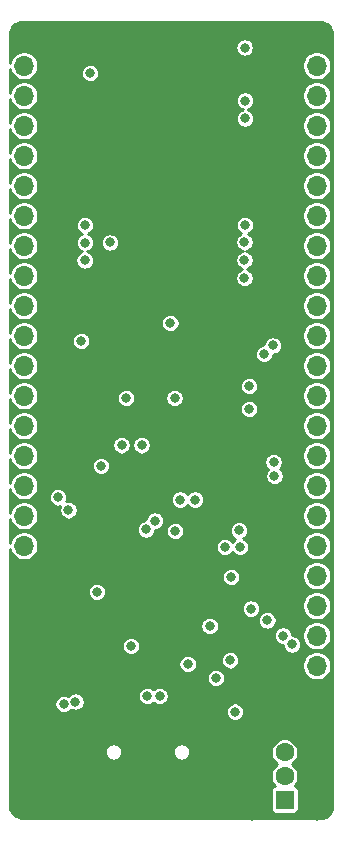
<source format=gbr>
%TF.GenerationSoftware,KiCad,Pcbnew,5.1.5+dfsg1-2build2*%
%TF.CreationDate,2021-10-10T13:01:52+05:30*%
%TF.ProjectId,USBee32-S2,55534265-6533-4322-9d53-322e6b696361,rev?*%
%TF.SameCoordinates,Original*%
%TF.FileFunction,Copper,L2,Inr*%
%TF.FilePolarity,Positive*%
%FSLAX46Y46*%
G04 Gerber Fmt 4.6, Leading zero omitted, Abs format (unit mm)*
G04 Created by KiCad (PCBNEW 5.1.5+dfsg1-2build2) date 2021-10-10 13:01:52*
%MOMM*%
%LPD*%
G04 APERTURE LIST*
%ADD10C,2.150000*%
%ADD11R,1.600000X1.600000*%
%ADD12C,1.600000*%
%ADD13O,1.700000X1.700000*%
%ADD14R,1.700000X1.700000*%
%ADD15O,1.050000X2.100000*%
%ADD16C,0.800000*%
%ADD17C,0.254000*%
G04 APERTURE END LIST*
D10*
X186780000Y-123430000D03*
X186780000Y-116430000D03*
X192220000Y-116430000D03*
X192220000Y-123430000D03*
D11*
X189500000Y-122700000D03*
D12*
X189500000Y-120700000D03*
X189500000Y-118700000D03*
X189500000Y-116700000D03*
D13*
X192220000Y-111355000D03*
X192220000Y-108815000D03*
X192220000Y-106275000D03*
X192220000Y-103735000D03*
X192220000Y-101195000D03*
X192220000Y-98655000D03*
X192220000Y-96115000D03*
X192220000Y-93575000D03*
X192220000Y-91035000D03*
X192220000Y-88495000D03*
X192220000Y-85955000D03*
X192220000Y-83415000D03*
X192220000Y-80875000D03*
X192220000Y-78335000D03*
X192220000Y-75795000D03*
X192220000Y-73255000D03*
X192220000Y-70715000D03*
X192220000Y-68175000D03*
X192220000Y-65635000D03*
X192220000Y-63095000D03*
X192220000Y-60555000D03*
D14*
X192220000Y-58015000D03*
D15*
X182213980Y-122308620D03*
X173573980Y-122308620D03*
X182213980Y-118128620D03*
X173573980Y-118128620D03*
D13*
X167430000Y-101195000D03*
X167430000Y-98655000D03*
X167430000Y-96115000D03*
X167430000Y-93575000D03*
X167430000Y-91035000D03*
X167430000Y-88495000D03*
X167430000Y-85955000D03*
X167430000Y-83415000D03*
X167430000Y-80875000D03*
X167430000Y-78335000D03*
X167430000Y-75795000D03*
X167430000Y-73255000D03*
X167430000Y-70715000D03*
X167430000Y-68175000D03*
X167430000Y-65635000D03*
X167430000Y-63095000D03*
X167430000Y-60555000D03*
D14*
X167430000Y-58015000D03*
D16*
X169968340Y-107150520D03*
X173168340Y-107250520D03*
X176234700Y-63246300D03*
X177734700Y-63246300D03*
X179234700Y-63246300D03*
X180734700Y-63246300D03*
X176234700Y-64746300D03*
X177734700Y-64746300D03*
X179234700Y-64746300D03*
X180734700Y-64746300D03*
X176234700Y-66246300D03*
X177734700Y-66246300D03*
X179234700Y-66246300D03*
X180734700Y-66246300D03*
X176234700Y-67746300D03*
X177734700Y-67746300D03*
X179234700Y-67746300D03*
X180734700Y-67746300D03*
X172649100Y-57552500D03*
X177818000Y-88743700D03*
X187952600Y-81425960D03*
X180192500Y-86392900D03*
X176141600Y-83854200D03*
X172357000Y-93379200D03*
X168550000Y-118090000D03*
X168350000Y-121990000D03*
X182500000Y-114200000D03*
X173629320Y-115793520D03*
X173275000Y-114225000D03*
X174200000Y-112200000D03*
X183200000Y-99000000D03*
X182700000Y-111100000D03*
X166900000Y-113600000D03*
X166900000Y-115400000D03*
X179100000Y-92700000D03*
X180900000Y-92700000D03*
X173900000Y-100200000D03*
X177500000Y-104200000D03*
X176649380Y-107561380D03*
X182443120Y-116060220D03*
X185597800Y-96266000D03*
X188036200Y-105257600D03*
X184988200Y-103835200D03*
X186504800Y-89640320D03*
X186504800Y-87699760D03*
X179829680Y-82350520D03*
X180192500Y-88692900D03*
X176093340Y-88700520D03*
X172280800Y-83854200D03*
X175700000Y-92700000D03*
X177400000Y-92700000D03*
X170300000Y-97100000D03*
X186121260Y-59020620D03*
X171800000Y-114400000D03*
X173963445Y-94433805D03*
X186164440Y-63511340D03*
X181925000Y-97300000D03*
X186154280Y-65020100D03*
X180655000Y-97300000D03*
X185725000Y-101300000D03*
X185634998Y-99900000D03*
X178918980Y-113925720D03*
X178506512Y-99076668D03*
X177868980Y-113925720D03*
X177764048Y-99819132D03*
X176500000Y-109700000D03*
X184900000Y-110900000D03*
X181300000Y-111200000D03*
X188569600Y-94132396D03*
X183159100Y-108000800D03*
X188039200Y-107518200D03*
X186639200Y-106527600D03*
X173050000Y-61200000D03*
X170800000Y-114600000D03*
X171200000Y-98200000D03*
X180243480Y-99951540D03*
X184439560Y-101310440D03*
X186103482Y-78525280D03*
X172577980Y-77039380D03*
X172588140Y-75528080D03*
X172593220Y-74062500D03*
X174700390Y-75525540D03*
X173600000Y-105100000D03*
X188645800Y-95300801D03*
X186106020Y-77029220D03*
X186103480Y-75487440D03*
X186133960Y-74037100D03*
X187756408Y-84986252D03*
X189384548Y-108813208D03*
X183675020Y-112410240D03*
X188498872Y-84243788D03*
X190127012Y-109555672D03*
X185295540Y-115252500D03*
D17*
G36*
X192670950Y-56847752D02*
G01*
X192875259Y-56909436D01*
X193063691Y-57009627D01*
X193229073Y-57144510D01*
X193365106Y-57308946D01*
X193466612Y-57496677D01*
X193529718Y-57700542D01*
X193533584Y-57737327D01*
X193509168Y-123513456D01*
X193425400Y-123707519D01*
X193304534Y-123883067D01*
X193151874Y-124031794D01*
X192973232Y-124148038D01*
X192775416Y-124227370D01*
X192555175Y-124268795D01*
X192461054Y-124272948D01*
X167193431Y-124244050D01*
X166988158Y-124199865D01*
X166792481Y-124115400D01*
X166616933Y-123994534D01*
X166468206Y-123841874D01*
X166351962Y-123663232D01*
X166272630Y-123465416D01*
X166231205Y-123245175D01*
X166227043Y-123150832D01*
X166227024Y-121900000D01*
X188317157Y-121900000D01*
X188317157Y-123500000D01*
X188324513Y-123574689D01*
X188346299Y-123646508D01*
X188381678Y-123712696D01*
X188429289Y-123770711D01*
X188487304Y-123818322D01*
X188553492Y-123853701D01*
X188625311Y-123875487D01*
X188700000Y-123882843D01*
X190300000Y-123882843D01*
X190374689Y-123875487D01*
X190446508Y-123853701D01*
X190512696Y-123818322D01*
X190570711Y-123770711D01*
X190618322Y-123712696D01*
X190653701Y-123646508D01*
X190675487Y-123574689D01*
X190682843Y-123500000D01*
X190682843Y-121900000D01*
X190675487Y-121825311D01*
X190653701Y-121753492D01*
X190618322Y-121687304D01*
X190570711Y-121629289D01*
X190512696Y-121581678D01*
X190446508Y-121546299D01*
X190374689Y-121524513D01*
X190348274Y-121521911D01*
X190417342Y-121452843D01*
X190546588Y-121259413D01*
X190635614Y-121044485D01*
X190681000Y-120816318D01*
X190681000Y-120583682D01*
X190635614Y-120355515D01*
X190546588Y-120140587D01*
X190417342Y-119947157D01*
X190252843Y-119782658D01*
X190129137Y-119700000D01*
X190252843Y-119617342D01*
X190417342Y-119452843D01*
X190546588Y-119259413D01*
X190635614Y-119044485D01*
X190681000Y-118816318D01*
X190681000Y-118583682D01*
X190635614Y-118355515D01*
X190546588Y-118140587D01*
X190417342Y-117947157D01*
X190252843Y-117782658D01*
X190059413Y-117653412D01*
X189844485Y-117564386D01*
X189616318Y-117519000D01*
X189383682Y-117519000D01*
X189155515Y-117564386D01*
X188940587Y-117653412D01*
X188747157Y-117782658D01*
X188582658Y-117947157D01*
X188453412Y-118140587D01*
X188364386Y-118355515D01*
X188319000Y-118583682D01*
X188319000Y-118816318D01*
X188364386Y-119044485D01*
X188453412Y-119259413D01*
X188582658Y-119452843D01*
X188747157Y-119617342D01*
X188870863Y-119700000D01*
X188747157Y-119782658D01*
X188582658Y-119947157D01*
X188453412Y-120140587D01*
X188364386Y-120355515D01*
X188319000Y-120583682D01*
X188319000Y-120816318D01*
X188364386Y-121044485D01*
X188453412Y-121259413D01*
X188582658Y-121452843D01*
X188651726Y-121521911D01*
X188625311Y-121524513D01*
X188553492Y-121546299D01*
X188487304Y-121581678D01*
X188429289Y-121629289D01*
X188381678Y-121687304D01*
X188346299Y-121753492D01*
X188324513Y-121825311D01*
X188317157Y-121900000D01*
X166227024Y-121900000D01*
X166226971Y-118586623D01*
X174272980Y-118586623D01*
X174272980Y-118730617D01*
X174301072Y-118871845D01*
X174356176Y-119004878D01*
X174436175Y-119124605D01*
X174537995Y-119226425D01*
X174657722Y-119306424D01*
X174790755Y-119361528D01*
X174931983Y-119389620D01*
X175075977Y-119389620D01*
X175217205Y-119361528D01*
X175350238Y-119306424D01*
X175469965Y-119226425D01*
X175571785Y-119124605D01*
X175651784Y-119004878D01*
X175706888Y-118871845D01*
X175734980Y-118730617D01*
X175734980Y-118586623D01*
X180052980Y-118586623D01*
X180052980Y-118730617D01*
X180081072Y-118871845D01*
X180136176Y-119004878D01*
X180216175Y-119124605D01*
X180317995Y-119226425D01*
X180437722Y-119306424D01*
X180570755Y-119361528D01*
X180711983Y-119389620D01*
X180855977Y-119389620D01*
X180997205Y-119361528D01*
X181130238Y-119306424D01*
X181249965Y-119226425D01*
X181351785Y-119124605D01*
X181431784Y-119004878D01*
X181486888Y-118871845D01*
X181514980Y-118730617D01*
X181514980Y-118586623D01*
X181486888Y-118445395D01*
X181431784Y-118312362D01*
X181351785Y-118192635D01*
X181249965Y-118090815D01*
X181130238Y-118010816D01*
X180997205Y-117955712D01*
X180855977Y-117927620D01*
X180711983Y-117927620D01*
X180570755Y-117955712D01*
X180437722Y-118010816D01*
X180317995Y-118090815D01*
X180216175Y-118192635D01*
X180136176Y-118312362D01*
X180081072Y-118445395D01*
X180052980Y-118586623D01*
X175734980Y-118586623D01*
X175706888Y-118445395D01*
X175651784Y-118312362D01*
X175571785Y-118192635D01*
X175469965Y-118090815D01*
X175350238Y-118010816D01*
X175217205Y-117955712D01*
X175075977Y-117927620D01*
X174931983Y-117927620D01*
X174790755Y-117955712D01*
X174657722Y-118010816D01*
X174537995Y-118090815D01*
X174436175Y-118192635D01*
X174356176Y-118312362D01*
X174301072Y-118445395D01*
X174272980Y-118586623D01*
X166226971Y-118586623D01*
X166226906Y-114523078D01*
X170019000Y-114523078D01*
X170019000Y-114676922D01*
X170049013Y-114827809D01*
X170107887Y-114969942D01*
X170193358Y-115097859D01*
X170302141Y-115206642D01*
X170430058Y-115292113D01*
X170572191Y-115350987D01*
X170723078Y-115381000D01*
X170876922Y-115381000D01*
X171027809Y-115350987D01*
X171169942Y-115292113D01*
X171297859Y-115206642D01*
X171406642Y-115097859D01*
X171416524Y-115083070D01*
X171430058Y-115092113D01*
X171572191Y-115150987D01*
X171723078Y-115181000D01*
X171876922Y-115181000D01*
X171904180Y-115175578D01*
X184514540Y-115175578D01*
X184514540Y-115329422D01*
X184544553Y-115480309D01*
X184603427Y-115622442D01*
X184688898Y-115750359D01*
X184797681Y-115859142D01*
X184925598Y-115944613D01*
X185067731Y-116003487D01*
X185218618Y-116033500D01*
X185372462Y-116033500D01*
X185523349Y-116003487D01*
X185665482Y-115944613D01*
X185793399Y-115859142D01*
X185902182Y-115750359D01*
X185987653Y-115622442D01*
X186046527Y-115480309D01*
X186076540Y-115329422D01*
X186076540Y-115175578D01*
X186046527Y-115024691D01*
X185987653Y-114882558D01*
X185902182Y-114754641D01*
X185793399Y-114645858D01*
X185665482Y-114560387D01*
X185523349Y-114501513D01*
X185372462Y-114471500D01*
X185218618Y-114471500D01*
X185067731Y-114501513D01*
X184925598Y-114560387D01*
X184797681Y-114645858D01*
X184688898Y-114754641D01*
X184603427Y-114882558D01*
X184544553Y-115024691D01*
X184514540Y-115175578D01*
X171904180Y-115175578D01*
X172027809Y-115150987D01*
X172169942Y-115092113D01*
X172297859Y-115006642D01*
X172406642Y-114897859D01*
X172492113Y-114769942D01*
X172550987Y-114627809D01*
X172581000Y-114476922D01*
X172581000Y-114323078D01*
X172550987Y-114172191D01*
X172492113Y-114030058D01*
X172406642Y-113902141D01*
X172353299Y-113848798D01*
X177087980Y-113848798D01*
X177087980Y-114002642D01*
X177117993Y-114153529D01*
X177176867Y-114295662D01*
X177262338Y-114423579D01*
X177371121Y-114532362D01*
X177499038Y-114617833D01*
X177641171Y-114676707D01*
X177792058Y-114706720D01*
X177945902Y-114706720D01*
X178096789Y-114676707D01*
X178238922Y-114617833D01*
X178366839Y-114532362D01*
X178393980Y-114505221D01*
X178421121Y-114532362D01*
X178549038Y-114617833D01*
X178691171Y-114676707D01*
X178842058Y-114706720D01*
X178995902Y-114706720D01*
X179146789Y-114676707D01*
X179288922Y-114617833D01*
X179416839Y-114532362D01*
X179525622Y-114423579D01*
X179611093Y-114295662D01*
X179669967Y-114153529D01*
X179699980Y-114002642D01*
X179699980Y-113848798D01*
X179669967Y-113697911D01*
X179611093Y-113555778D01*
X179525622Y-113427861D01*
X179416839Y-113319078D01*
X179288922Y-113233607D01*
X179146789Y-113174733D01*
X178995902Y-113144720D01*
X178842058Y-113144720D01*
X178691171Y-113174733D01*
X178549038Y-113233607D01*
X178421121Y-113319078D01*
X178393980Y-113346219D01*
X178366839Y-113319078D01*
X178238922Y-113233607D01*
X178096789Y-113174733D01*
X177945902Y-113144720D01*
X177792058Y-113144720D01*
X177641171Y-113174733D01*
X177499038Y-113233607D01*
X177371121Y-113319078D01*
X177262338Y-113427861D01*
X177176867Y-113555778D01*
X177117993Y-113697911D01*
X177087980Y-113848798D01*
X172353299Y-113848798D01*
X172297859Y-113793358D01*
X172169942Y-113707887D01*
X172027809Y-113649013D01*
X171876922Y-113619000D01*
X171723078Y-113619000D01*
X171572191Y-113649013D01*
X171430058Y-113707887D01*
X171302141Y-113793358D01*
X171193358Y-113902141D01*
X171183476Y-113916930D01*
X171169942Y-113907887D01*
X171027809Y-113849013D01*
X170876922Y-113819000D01*
X170723078Y-113819000D01*
X170572191Y-113849013D01*
X170430058Y-113907887D01*
X170302141Y-113993358D01*
X170193358Y-114102141D01*
X170107887Y-114230058D01*
X170049013Y-114372191D01*
X170019000Y-114523078D01*
X166226906Y-114523078D01*
X166226872Y-112333318D01*
X182894020Y-112333318D01*
X182894020Y-112487162D01*
X182924033Y-112638049D01*
X182982907Y-112780182D01*
X183068378Y-112908099D01*
X183177161Y-113016882D01*
X183305078Y-113102353D01*
X183447211Y-113161227D01*
X183598098Y-113191240D01*
X183751942Y-113191240D01*
X183902829Y-113161227D01*
X184044962Y-113102353D01*
X184172879Y-113016882D01*
X184281662Y-112908099D01*
X184367133Y-112780182D01*
X184426007Y-112638049D01*
X184456020Y-112487162D01*
X184456020Y-112333318D01*
X184426007Y-112182431D01*
X184367133Y-112040298D01*
X184281662Y-111912381D01*
X184172879Y-111803598D01*
X184044962Y-111718127D01*
X183902829Y-111659253D01*
X183751942Y-111629240D01*
X183598098Y-111629240D01*
X183447211Y-111659253D01*
X183305078Y-111718127D01*
X183177161Y-111803598D01*
X183068378Y-111912381D01*
X182982907Y-112040298D01*
X182924033Y-112182431D01*
X182894020Y-112333318D01*
X166226872Y-112333318D01*
X166226852Y-111123078D01*
X180519000Y-111123078D01*
X180519000Y-111276922D01*
X180549013Y-111427809D01*
X180607887Y-111569942D01*
X180693358Y-111697859D01*
X180802141Y-111806642D01*
X180930058Y-111892113D01*
X181072191Y-111950987D01*
X181223078Y-111981000D01*
X181376922Y-111981000D01*
X181527809Y-111950987D01*
X181669942Y-111892113D01*
X181797859Y-111806642D01*
X181906642Y-111697859D01*
X181992113Y-111569942D01*
X182050987Y-111427809D01*
X182081000Y-111276922D01*
X182081000Y-111123078D01*
X182050987Y-110972191D01*
X181992113Y-110830058D01*
X181987450Y-110823078D01*
X184119000Y-110823078D01*
X184119000Y-110976922D01*
X184149013Y-111127809D01*
X184207887Y-111269942D01*
X184293358Y-111397859D01*
X184402141Y-111506642D01*
X184530058Y-111592113D01*
X184672191Y-111650987D01*
X184823078Y-111681000D01*
X184976922Y-111681000D01*
X185127809Y-111650987D01*
X185269942Y-111592113D01*
X185397859Y-111506642D01*
X185506642Y-111397859D01*
X185592113Y-111269942D01*
X185607101Y-111233757D01*
X190989000Y-111233757D01*
X190989000Y-111476243D01*
X191036307Y-111714069D01*
X191129102Y-111938097D01*
X191263820Y-112139717D01*
X191435283Y-112311180D01*
X191636903Y-112445898D01*
X191860931Y-112538693D01*
X192098757Y-112586000D01*
X192341243Y-112586000D01*
X192579069Y-112538693D01*
X192803097Y-112445898D01*
X193004717Y-112311180D01*
X193176180Y-112139717D01*
X193310898Y-111938097D01*
X193403693Y-111714069D01*
X193451000Y-111476243D01*
X193451000Y-111233757D01*
X193403693Y-110995931D01*
X193310898Y-110771903D01*
X193176180Y-110570283D01*
X193004717Y-110398820D01*
X192803097Y-110264102D01*
X192579069Y-110171307D01*
X192341243Y-110124000D01*
X192098757Y-110124000D01*
X191860931Y-110171307D01*
X191636903Y-110264102D01*
X191435283Y-110398820D01*
X191263820Y-110570283D01*
X191129102Y-110771903D01*
X191036307Y-110995931D01*
X190989000Y-111233757D01*
X185607101Y-111233757D01*
X185650987Y-111127809D01*
X185681000Y-110976922D01*
X185681000Y-110823078D01*
X185650987Y-110672191D01*
X185592113Y-110530058D01*
X185506642Y-110402141D01*
X185397859Y-110293358D01*
X185269942Y-110207887D01*
X185127809Y-110149013D01*
X184976922Y-110119000D01*
X184823078Y-110119000D01*
X184672191Y-110149013D01*
X184530058Y-110207887D01*
X184402141Y-110293358D01*
X184293358Y-110402141D01*
X184207887Y-110530058D01*
X184149013Y-110672191D01*
X184119000Y-110823078D01*
X181987450Y-110823078D01*
X181906642Y-110702141D01*
X181797859Y-110593358D01*
X181669942Y-110507887D01*
X181527809Y-110449013D01*
X181376922Y-110419000D01*
X181223078Y-110419000D01*
X181072191Y-110449013D01*
X180930058Y-110507887D01*
X180802141Y-110593358D01*
X180693358Y-110702141D01*
X180607887Y-110830058D01*
X180549013Y-110972191D01*
X180519000Y-111123078D01*
X166226852Y-111123078D01*
X166226828Y-109623078D01*
X175719000Y-109623078D01*
X175719000Y-109776922D01*
X175749013Y-109927809D01*
X175807887Y-110069942D01*
X175893358Y-110197859D01*
X176002141Y-110306642D01*
X176130058Y-110392113D01*
X176272191Y-110450987D01*
X176423078Y-110481000D01*
X176576922Y-110481000D01*
X176727809Y-110450987D01*
X176869942Y-110392113D01*
X176997859Y-110306642D01*
X177106642Y-110197859D01*
X177192113Y-110069942D01*
X177250987Y-109927809D01*
X177281000Y-109776922D01*
X177281000Y-109623078D01*
X177250987Y-109472191D01*
X177192113Y-109330058D01*
X177106642Y-109202141D01*
X176997859Y-109093358D01*
X176869942Y-109007887D01*
X176727809Y-108949013D01*
X176576922Y-108919000D01*
X176423078Y-108919000D01*
X176272191Y-108949013D01*
X176130058Y-109007887D01*
X176002141Y-109093358D01*
X175893358Y-109202141D01*
X175807887Y-109330058D01*
X175749013Y-109472191D01*
X175719000Y-109623078D01*
X166226828Y-109623078D01*
X166226801Y-107923878D01*
X182378100Y-107923878D01*
X182378100Y-108077722D01*
X182408113Y-108228609D01*
X182466987Y-108370742D01*
X182552458Y-108498659D01*
X182661241Y-108607442D01*
X182789158Y-108692913D01*
X182931291Y-108751787D01*
X183082178Y-108781800D01*
X183236022Y-108781800D01*
X183386909Y-108751787D01*
X183424331Y-108736286D01*
X188603548Y-108736286D01*
X188603548Y-108890130D01*
X188633561Y-109041017D01*
X188692435Y-109183150D01*
X188777906Y-109311067D01*
X188886689Y-109419850D01*
X189014606Y-109505321D01*
X189156739Y-109564195D01*
X189307626Y-109594208D01*
X189346012Y-109594208D01*
X189346012Y-109632594D01*
X189376025Y-109783481D01*
X189434899Y-109925614D01*
X189520370Y-110053531D01*
X189629153Y-110162314D01*
X189757070Y-110247785D01*
X189899203Y-110306659D01*
X190050090Y-110336672D01*
X190203934Y-110336672D01*
X190354821Y-110306659D01*
X190496954Y-110247785D01*
X190624871Y-110162314D01*
X190733654Y-110053531D01*
X190819125Y-109925614D01*
X190877999Y-109783481D01*
X190908012Y-109632594D01*
X190908012Y-109478750D01*
X190877999Y-109327863D01*
X190819125Y-109185730D01*
X190733654Y-109057813D01*
X190624871Y-108949030D01*
X190496954Y-108863559D01*
X190354821Y-108804685D01*
X190203934Y-108774672D01*
X190165548Y-108774672D01*
X190165548Y-108736286D01*
X190157089Y-108693757D01*
X190989000Y-108693757D01*
X190989000Y-108936243D01*
X191036307Y-109174069D01*
X191129102Y-109398097D01*
X191263820Y-109599717D01*
X191435283Y-109771180D01*
X191636903Y-109905898D01*
X191860931Y-109998693D01*
X192098757Y-110046000D01*
X192341243Y-110046000D01*
X192579069Y-109998693D01*
X192803097Y-109905898D01*
X193004717Y-109771180D01*
X193176180Y-109599717D01*
X193310898Y-109398097D01*
X193403693Y-109174069D01*
X193451000Y-108936243D01*
X193451000Y-108693757D01*
X193403693Y-108455931D01*
X193310898Y-108231903D01*
X193176180Y-108030283D01*
X193004717Y-107858820D01*
X192803097Y-107724102D01*
X192579069Y-107631307D01*
X192341243Y-107584000D01*
X192098757Y-107584000D01*
X191860931Y-107631307D01*
X191636903Y-107724102D01*
X191435283Y-107858820D01*
X191263820Y-108030283D01*
X191129102Y-108231903D01*
X191036307Y-108455931D01*
X190989000Y-108693757D01*
X190157089Y-108693757D01*
X190135535Y-108585399D01*
X190076661Y-108443266D01*
X189991190Y-108315349D01*
X189882407Y-108206566D01*
X189754490Y-108121095D01*
X189612357Y-108062221D01*
X189461470Y-108032208D01*
X189307626Y-108032208D01*
X189156739Y-108062221D01*
X189014606Y-108121095D01*
X188886689Y-108206566D01*
X188777906Y-108315349D01*
X188692435Y-108443266D01*
X188633561Y-108585399D01*
X188603548Y-108736286D01*
X183424331Y-108736286D01*
X183529042Y-108692913D01*
X183656959Y-108607442D01*
X183765742Y-108498659D01*
X183851213Y-108370742D01*
X183910087Y-108228609D01*
X183940100Y-108077722D01*
X183940100Y-107923878D01*
X183910087Y-107772991D01*
X183851213Y-107630858D01*
X183765742Y-107502941D01*
X183704079Y-107441278D01*
X187258200Y-107441278D01*
X187258200Y-107595122D01*
X187288213Y-107746009D01*
X187347087Y-107888142D01*
X187432558Y-108016059D01*
X187541341Y-108124842D01*
X187669258Y-108210313D01*
X187811391Y-108269187D01*
X187962278Y-108299200D01*
X188116122Y-108299200D01*
X188267009Y-108269187D01*
X188409142Y-108210313D01*
X188537059Y-108124842D01*
X188645842Y-108016059D01*
X188731313Y-107888142D01*
X188790187Y-107746009D01*
X188820200Y-107595122D01*
X188820200Y-107441278D01*
X188790187Y-107290391D01*
X188731313Y-107148258D01*
X188645842Y-107020341D01*
X188537059Y-106911558D01*
X188409142Y-106826087D01*
X188267009Y-106767213D01*
X188116122Y-106737200D01*
X187962278Y-106737200D01*
X187811391Y-106767213D01*
X187669258Y-106826087D01*
X187541341Y-106911558D01*
X187432558Y-107020341D01*
X187347087Y-107148258D01*
X187288213Y-107290391D01*
X187258200Y-107441278D01*
X183704079Y-107441278D01*
X183656959Y-107394158D01*
X183529042Y-107308687D01*
X183386909Y-107249813D01*
X183236022Y-107219800D01*
X183082178Y-107219800D01*
X182931291Y-107249813D01*
X182789158Y-107308687D01*
X182661241Y-107394158D01*
X182552458Y-107502941D01*
X182466987Y-107630858D01*
X182408113Y-107772991D01*
X182378100Y-107923878D01*
X166226801Y-107923878D01*
X166226778Y-106450678D01*
X185858200Y-106450678D01*
X185858200Y-106604522D01*
X185888213Y-106755409D01*
X185947087Y-106897542D01*
X186032558Y-107025459D01*
X186141341Y-107134242D01*
X186269258Y-107219713D01*
X186411391Y-107278587D01*
X186562278Y-107308600D01*
X186716122Y-107308600D01*
X186867009Y-107278587D01*
X187009142Y-107219713D01*
X187137059Y-107134242D01*
X187245842Y-107025459D01*
X187331313Y-106897542D01*
X187390187Y-106755409D01*
X187420200Y-106604522D01*
X187420200Y-106450678D01*
X187390187Y-106299791D01*
X187331313Y-106157658D01*
X187328707Y-106153757D01*
X190989000Y-106153757D01*
X190989000Y-106396243D01*
X191036307Y-106634069D01*
X191129102Y-106858097D01*
X191263820Y-107059717D01*
X191435283Y-107231180D01*
X191636903Y-107365898D01*
X191860931Y-107458693D01*
X192098757Y-107506000D01*
X192341243Y-107506000D01*
X192579069Y-107458693D01*
X192803097Y-107365898D01*
X193004717Y-107231180D01*
X193176180Y-107059717D01*
X193310898Y-106858097D01*
X193403693Y-106634069D01*
X193451000Y-106396243D01*
X193451000Y-106153757D01*
X193403693Y-105915931D01*
X193310898Y-105691903D01*
X193176180Y-105490283D01*
X193004717Y-105318820D01*
X192803097Y-105184102D01*
X192579069Y-105091307D01*
X192341243Y-105044000D01*
X192098757Y-105044000D01*
X191860931Y-105091307D01*
X191636903Y-105184102D01*
X191435283Y-105318820D01*
X191263820Y-105490283D01*
X191129102Y-105691903D01*
X191036307Y-105915931D01*
X190989000Y-106153757D01*
X187328707Y-106153757D01*
X187245842Y-106029741D01*
X187137059Y-105920958D01*
X187009142Y-105835487D01*
X186867009Y-105776613D01*
X186716122Y-105746600D01*
X186562278Y-105746600D01*
X186411391Y-105776613D01*
X186269258Y-105835487D01*
X186141341Y-105920958D01*
X186032558Y-106029741D01*
X185947087Y-106157658D01*
X185888213Y-106299791D01*
X185858200Y-106450678D01*
X166226778Y-106450678D01*
X166226754Y-105023078D01*
X172819000Y-105023078D01*
X172819000Y-105176922D01*
X172849013Y-105327809D01*
X172907887Y-105469942D01*
X172993358Y-105597859D01*
X173102141Y-105706642D01*
X173230058Y-105792113D01*
X173372191Y-105850987D01*
X173523078Y-105881000D01*
X173676922Y-105881000D01*
X173827809Y-105850987D01*
X173969942Y-105792113D01*
X174097859Y-105706642D01*
X174206642Y-105597859D01*
X174292113Y-105469942D01*
X174350987Y-105327809D01*
X174381000Y-105176922D01*
X174381000Y-105023078D01*
X174350987Y-104872191D01*
X174292113Y-104730058D01*
X174206642Y-104602141D01*
X174097859Y-104493358D01*
X173969942Y-104407887D01*
X173827809Y-104349013D01*
X173676922Y-104319000D01*
X173523078Y-104319000D01*
X173372191Y-104349013D01*
X173230058Y-104407887D01*
X173102141Y-104493358D01*
X172993358Y-104602141D01*
X172907887Y-104730058D01*
X172849013Y-104872191D01*
X172819000Y-105023078D01*
X166226754Y-105023078D01*
X166226734Y-103758278D01*
X184207200Y-103758278D01*
X184207200Y-103912122D01*
X184237213Y-104063009D01*
X184296087Y-104205142D01*
X184381558Y-104333059D01*
X184490341Y-104441842D01*
X184618258Y-104527313D01*
X184760391Y-104586187D01*
X184911278Y-104616200D01*
X185065122Y-104616200D01*
X185216009Y-104586187D01*
X185358142Y-104527313D01*
X185486059Y-104441842D01*
X185594842Y-104333059D01*
X185680313Y-104205142D01*
X185739187Y-104063009D01*
X185769200Y-103912122D01*
X185769200Y-103758278D01*
X185740454Y-103613757D01*
X190989000Y-103613757D01*
X190989000Y-103856243D01*
X191036307Y-104094069D01*
X191129102Y-104318097D01*
X191263820Y-104519717D01*
X191435283Y-104691180D01*
X191636903Y-104825898D01*
X191860931Y-104918693D01*
X192098757Y-104966000D01*
X192341243Y-104966000D01*
X192579069Y-104918693D01*
X192803097Y-104825898D01*
X193004717Y-104691180D01*
X193176180Y-104519717D01*
X193310898Y-104318097D01*
X193403693Y-104094069D01*
X193451000Y-103856243D01*
X193451000Y-103613757D01*
X193403693Y-103375931D01*
X193310898Y-103151903D01*
X193176180Y-102950283D01*
X193004717Y-102778820D01*
X192803097Y-102644102D01*
X192579069Y-102551307D01*
X192341243Y-102504000D01*
X192098757Y-102504000D01*
X191860931Y-102551307D01*
X191636903Y-102644102D01*
X191435283Y-102778820D01*
X191263820Y-102950283D01*
X191129102Y-103151903D01*
X191036307Y-103375931D01*
X190989000Y-103613757D01*
X185740454Y-103613757D01*
X185739187Y-103607391D01*
X185680313Y-103465258D01*
X185594842Y-103337341D01*
X185486059Y-103228558D01*
X185358142Y-103143087D01*
X185216009Y-103084213D01*
X185065122Y-103054200D01*
X184911278Y-103054200D01*
X184760391Y-103084213D01*
X184618258Y-103143087D01*
X184490341Y-103228558D01*
X184381558Y-103337341D01*
X184296087Y-103465258D01*
X184237213Y-103607391D01*
X184207200Y-103758278D01*
X166226734Y-103758278D01*
X166226696Y-101455477D01*
X166246307Y-101554069D01*
X166339102Y-101778097D01*
X166473820Y-101979717D01*
X166645283Y-102151180D01*
X166846903Y-102285898D01*
X167070931Y-102378693D01*
X167308757Y-102426000D01*
X167551243Y-102426000D01*
X167789069Y-102378693D01*
X168013097Y-102285898D01*
X168214717Y-102151180D01*
X168386180Y-101979717D01*
X168520898Y-101778097D01*
X168613693Y-101554069D01*
X168661000Y-101316243D01*
X168661000Y-101233518D01*
X183658560Y-101233518D01*
X183658560Y-101387362D01*
X183688573Y-101538249D01*
X183747447Y-101680382D01*
X183832918Y-101808299D01*
X183941701Y-101917082D01*
X184069618Y-102002553D01*
X184211751Y-102061427D01*
X184362638Y-102091440D01*
X184516482Y-102091440D01*
X184667369Y-102061427D01*
X184809502Y-102002553D01*
X184937419Y-101917082D01*
X185046202Y-101808299D01*
X185085768Y-101749084D01*
X185118358Y-101797859D01*
X185227141Y-101906642D01*
X185355058Y-101992113D01*
X185497191Y-102050987D01*
X185648078Y-102081000D01*
X185801922Y-102081000D01*
X185952809Y-102050987D01*
X186094942Y-101992113D01*
X186222859Y-101906642D01*
X186331642Y-101797859D01*
X186417113Y-101669942D01*
X186475987Y-101527809D01*
X186506000Y-101376922D01*
X186506000Y-101223078D01*
X186476299Y-101073757D01*
X190989000Y-101073757D01*
X190989000Y-101316243D01*
X191036307Y-101554069D01*
X191129102Y-101778097D01*
X191263820Y-101979717D01*
X191435283Y-102151180D01*
X191636903Y-102285898D01*
X191860931Y-102378693D01*
X192098757Y-102426000D01*
X192341243Y-102426000D01*
X192579069Y-102378693D01*
X192803097Y-102285898D01*
X193004717Y-102151180D01*
X193176180Y-101979717D01*
X193310898Y-101778097D01*
X193403693Y-101554069D01*
X193451000Y-101316243D01*
X193451000Y-101073757D01*
X193403693Y-100835931D01*
X193310898Y-100611903D01*
X193176180Y-100410283D01*
X193004717Y-100238820D01*
X192803097Y-100104102D01*
X192579069Y-100011307D01*
X192341243Y-99964000D01*
X192098757Y-99964000D01*
X191860931Y-100011307D01*
X191636903Y-100104102D01*
X191435283Y-100238820D01*
X191263820Y-100410283D01*
X191129102Y-100611903D01*
X191036307Y-100835931D01*
X190989000Y-101073757D01*
X186476299Y-101073757D01*
X186475987Y-101072191D01*
X186417113Y-100930058D01*
X186331642Y-100802141D01*
X186222859Y-100693358D01*
X186094942Y-100607887D01*
X186024809Y-100578837D01*
X186132857Y-100506642D01*
X186241640Y-100397859D01*
X186327111Y-100269942D01*
X186385985Y-100127809D01*
X186415998Y-99976922D01*
X186415998Y-99823078D01*
X186385985Y-99672191D01*
X186327111Y-99530058D01*
X186241640Y-99402141D01*
X186132857Y-99293358D01*
X186004940Y-99207887D01*
X185862807Y-99149013D01*
X185711920Y-99119000D01*
X185558076Y-99119000D01*
X185407189Y-99149013D01*
X185265056Y-99207887D01*
X185137139Y-99293358D01*
X185028356Y-99402141D01*
X184942885Y-99530058D01*
X184884011Y-99672191D01*
X184853998Y-99823078D01*
X184853998Y-99976922D01*
X184884011Y-100127809D01*
X184942885Y-100269942D01*
X185028356Y-100397859D01*
X185137139Y-100506642D01*
X185265056Y-100592113D01*
X185335189Y-100621163D01*
X185227141Y-100693358D01*
X185118358Y-100802141D01*
X185078792Y-100861356D01*
X185046202Y-100812581D01*
X184937419Y-100703798D01*
X184809502Y-100618327D01*
X184667369Y-100559453D01*
X184516482Y-100529440D01*
X184362638Y-100529440D01*
X184211751Y-100559453D01*
X184069618Y-100618327D01*
X183941701Y-100703798D01*
X183832918Y-100812581D01*
X183747447Y-100940498D01*
X183688573Y-101082631D01*
X183658560Y-101233518D01*
X168661000Y-101233518D01*
X168661000Y-101073757D01*
X168613693Y-100835931D01*
X168520898Y-100611903D01*
X168386180Y-100410283D01*
X168214717Y-100238820D01*
X168013097Y-100104102D01*
X167789069Y-100011307D01*
X167551243Y-99964000D01*
X167308757Y-99964000D01*
X167070931Y-100011307D01*
X166846903Y-100104102D01*
X166645283Y-100238820D01*
X166473820Y-100410283D01*
X166339102Y-100611903D01*
X166246307Y-100835931D01*
X166226687Y-100934565D01*
X166226655Y-98915272D01*
X166246307Y-99014069D01*
X166339102Y-99238097D01*
X166473820Y-99439717D01*
X166645283Y-99611180D01*
X166846903Y-99745898D01*
X167070931Y-99838693D01*
X167308757Y-99886000D01*
X167551243Y-99886000D01*
X167789069Y-99838693D01*
X168013097Y-99745898D01*
X168018616Y-99742210D01*
X176983048Y-99742210D01*
X176983048Y-99896054D01*
X177013061Y-100046941D01*
X177071935Y-100189074D01*
X177157406Y-100316991D01*
X177266189Y-100425774D01*
X177394106Y-100511245D01*
X177536239Y-100570119D01*
X177687126Y-100600132D01*
X177840970Y-100600132D01*
X177991857Y-100570119D01*
X178133990Y-100511245D01*
X178261907Y-100425774D01*
X178370690Y-100316991D01*
X178456161Y-100189074D01*
X178515035Y-100046941D01*
X178545048Y-99896054D01*
X178545048Y-99874618D01*
X179462480Y-99874618D01*
X179462480Y-100028462D01*
X179492493Y-100179349D01*
X179551367Y-100321482D01*
X179636838Y-100449399D01*
X179745621Y-100558182D01*
X179873538Y-100643653D01*
X180015671Y-100702527D01*
X180166558Y-100732540D01*
X180320402Y-100732540D01*
X180471289Y-100702527D01*
X180613422Y-100643653D01*
X180741339Y-100558182D01*
X180850122Y-100449399D01*
X180935593Y-100321482D01*
X180994467Y-100179349D01*
X181024480Y-100028462D01*
X181024480Y-99874618D01*
X180994467Y-99723731D01*
X180935593Y-99581598D01*
X180850122Y-99453681D01*
X180741339Y-99344898D01*
X180613422Y-99259427D01*
X180471289Y-99200553D01*
X180320402Y-99170540D01*
X180166558Y-99170540D01*
X180015671Y-99200553D01*
X179873538Y-99259427D01*
X179745621Y-99344898D01*
X179636838Y-99453681D01*
X179551367Y-99581598D01*
X179492493Y-99723731D01*
X179462480Y-99874618D01*
X178545048Y-99874618D01*
X178545048Y-99857668D01*
X178583434Y-99857668D01*
X178734321Y-99827655D01*
X178876454Y-99768781D01*
X179004371Y-99683310D01*
X179113154Y-99574527D01*
X179198625Y-99446610D01*
X179257499Y-99304477D01*
X179287512Y-99153590D01*
X179287512Y-98999746D01*
X179257499Y-98848859D01*
X179198625Y-98706726D01*
X179113154Y-98578809D01*
X179068102Y-98533757D01*
X190989000Y-98533757D01*
X190989000Y-98776243D01*
X191036307Y-99014069D01*
X191129102Y-99238097D01*
X191263820Y-99439717D01*
X191435283Y-99611180D01*
X191636903Y-99745898D01*
X191860931Y-99838693D01*
X192098757Y-99886000D01*
X192341243Y-99886000D01*
X192579069Y-99838693D01*
X192803097Y-99745898D01*
X193004717Y-99611180D01*
X193176180Y-99439717D01*
X193310898Y-99238097D01*
X193403693Y-99014069D01*
X193451000Y-98776243D01*
X193451000Y-98533757D01*
X193403693Y-98295931D01*
X193310898Y-98071903D01*
X193176180Y-97870283D01*
X193004717Y-97698820D01*
X192803097Y-97564102D01*
X192579069Y-97471307D01*
X192341243Y-97424000D01*
X192098757Y-97424000D01*
X191860931Y-97471307D01*
X191636903Y-97564102D01*
X191435283Y-97698820D01*
X191263820Y-97870283D01*
X191129102Y-98071903D01*
X191036307Y-98295931D01*
X190989000Y-98533757D01*
X179068102Y-98533757D01*
X179004371Y-98470026D01*
X178876454Y-98384555D01*
X178734321Y-98325681D01*
X178583434Y-98295668D01*
X178429590Y-98295668D01*
X178278703Y-98325681D01*
X178136570Y-98384555D01*
X178008653Y-98470026D01*
X177899870Y-98578809D01*
X177814399Y-98706726D01*
X177755525Y-98848859D01*
X177725512Y-98999746D01*
X177725512Y-99038132D01*
X177687126Y-99038132D01*
X177536239Y-99068145D01*
X177394106Y-99127019D01*
X177266189Y-99212490D01*
X177157406Y-99321273D01*
X177071935Y-99449190D01*
X177013061Y-99591323D01*
X176983048Y-99742210D01*
X168018616Y-99742210D01*
X168214717Y-99611180D01*
X168386180Y-99439717D01*
X168520898Y-99238097D01*
X168613693Y-99014069D01*
X168661000Y-98776243D01*
X168661000Y-98533757D01*
X168613693Y-98295931D01*
X168520898Y-98071903D01*
X168386180Y-97870283D01*
X168214717Y-97698820D01*
X168013097Y-97564102D01*
X167789069Y-97471307D01*
X167551243Y-97424000D01*
X167308757Y-97424000D01*
X167070931Y-97471307D01*
X166846903Y-97564102D01*
X166645283Y-97698820D01*
X166473820Y-97870283D01*
X166339102Y-98071903D01*
X166246307Y-98295931D01*
X166226647Y-98394769D01*
X166226614Y-96375068D01*
X166246307Y-96474069D01*
X166339102Y-96698097D01*
X166473820Y-96899717D01*
X166645283Y-97071180D01*
X166846903Y-97205898D01*
X167070931Y-97298693D01*
X167308757Y-97346000D01*
X167551243Y-97346000D01*
X167789069Y-97298693D01*
X168013097Y-97205898D01*
X168214717Y-97071180D01*
X168262819Y-97023078D01*
X169519000Y-97023078D01*
X169519000Y-97176922D01*
X169549013Y-97327809D01*
X169607887Y-97469942D01*
X169693358Y-97597859D01*
X169802141Y-97706642D01*
X169930058Y-97792113D01*
X170072191Y-97850987D01*
X170223078Y-97881000D01*
X170376922Y-97881000D01*
X170496651Y-97857185D01*
X170449013Y-97972191D01*
X170419000Y-98123078D01*
X170419000Y-98276922D01*
X170449013Y-98427809D01*
X170507887Y-98569942D01*
X170593358Y-98697859D01*
X170702141Y-98806642D01*
X170830058Y-98892113D01*
X170972191Y-98950987D01*
X171123078Y-98981000D01*
X171276922Y-98981000D01*
X171427809Y-98950987D01*
X171569942Y-98892113D01*
X171697859Y-98806642D01*
X171806642Y-98697859D01*
X171892113Y-98569942D01*
X171950987Y-98427809D01*
X171981000Y-98276922D01*
X171981000Y-98123078D01*
X171950987Y-97972191D01*
X171892113Y-97830058D01*
X171806642Y-97702141D01*
X171697859Y-97593358D01*
X171569942Y-97507887D01*
X171427809Y-97449013D01*
X171276922Y-97419000D01*
X171123078Y-97419000D01*
X171003349Y-97442815D01*
X171050987Y-97327809D01*
X171071819Y-97223078D01*
X179874000Y-97223078D01*
X179874000Y-97376922D01*
X179904013Y-97527809D01*
X179962887Y-97669942D01*
X180048358Y-97797859D01*
X180157141Y-97906642D01*
X180285058Y-97992113D01*
X180427191Y-98050987D01*
X180578078Y-98081000D01*
X180731922Y-98081000D01*
X180882809Y-98050987D01*
X181024942Y-97992113D01*
X181152859Y-97906642D01*
X181261642Y-97797859D01*
X181290000Y-97755418D01*
X181318358Y-97797859D01*
X181427141Y-97906642D01*
X181555058Y-97992113D01*
X181697191Y-98050987D01*
X181848078Y-98081000D01*
X182001922Y-98081000D01*
X182152809Y-98050987D01*
X182294942Y-97992113D01*
X182422859Y-97906642D01*
X182531642Y-97797859D01*
X182617113Y-97669942D01*
X182675987Y-97527809D01*
X182706000Y-97376922D01*
X182706000Y-97223078D01*
X182675987Y-97072191D01*
X182617113Y-96930058D01*
X182531642Y-96802141D01*
X182422859Y-96693358D01*
X182294942Y-96607887D01*
X182152809Y-96549013D01*
X182001922Y-96519000D01*
X181848078Y-96519000D01*
X181697191Y-96549013D01*
X181555058Y-96607887D01*
X181427141Y-96693358D01*
X181318358Y-96802141D01*
X181290000Y-96844582D01*
X181261642Y-96802141D01*
X181152859Y-96693358D01*
X181024942Y-96607887D01*
X180882809Y-96549013D01*
X180731922Y-96519000D01*
X180578078Y-96519000D01*
X180427191Y-96549013D01*
X180285058Y-96607887D01*
X180157141Y-96693358D01*
X180048358Y-96802141D01*
X179962887Y-96930058D01*
X179904013Y-97072191D01*
X179874000Y-97223078D01*
X171071819Y-97223078D01*
X171081000Y-97176922D01*
X171081000Y-97023078D01*
X171050987Y-96872191D01*
X170992113Y-96730058D01*
X170906642Y-96602141D01*
X170797859Y-96493358D01*
X170669942Y-96407887D01*
X170527809Y-96349013D01*
X170376922Y-96319000D01*
X170223078Y-96319000D01*
X170072191Y-96349013D01*
X169930058Y-96407887D01*
X169802141Y-96493358D01*
X169693358Y-96602141D01*
X169607887Y-96730058D01*
X169549013Y-96872191D01*
X169519000Y-97023078D01*
X168262819Y-97023078D01*
X168386180Y-96899717D01*
X168520898Y-96698097D01*
X168613693Y-96474069D01*
X168661000Y-96236243D01*
X168661000Y-95993757D01*
X168613693Y-95755931D01*
X168520898Y-95531903D01*
X168386180Y-95330283D01*
X168214717Y-95158820D01*
X168013097Y-95024102D01*
X167789069Y-94931307D01*
X167551243Y-94884000D01*
X167308757Y-94884000D01*
X167070931Y-94931307D01*
X166846903Y-95024102D01*
X166645283Y-95158820D01*
X166473820Y-95330283D01*
X166339102Y-95531903D01*
X166246307Y-95755931D01*
X166226606Y-95854974D01*
X166226574Y-93834864D01*
X166246307Y-93934069D01*
X166339102Y-94158097D01*
X166473820Y-94359717D01*
X166645283Y-94531180D01*
X166846903Y-94665898D01*
X167070931Y-94758693D01*
X167308757Y-94806000D01*
X167551243Y-94806000D01*
X167789069Y-94758693D01*
X168013097Y-94665898D01*
X168214717Y-94531180D01*
X168386180Y-94359717D01*
X168388073Y-94356883D01*
X173182445Y-94356883D01*
X173182445Y-94510727D01*
X173212458Y-94661614D01*
X173271332Y-94803747D01*
X173356803Y-94931664D01*
X173465586Y-95040447D01*
X173593503Y-95125918D01*
X173735636Y-95184792D01*
X173886523Y-95214805D01*
X174040367Y-95214805D01*
X174191254Y-95184792D01*
X174333387Y-95125918D01*
X174461304Y-95040447D01*
X174570087Y-94931664D01*
X174655558Y-94803747D01*
X174714432Y-94661614D01*
X174744445Y-94510727D01*
X174744445Y-94356883D01*
X174714432Y-94205996D01*
X174655558Y-94063863D01*
X174649953Y-94055474D01*
X187788600Y-94055474D01*
X187788600Y-94209318D01*
X187818613Y-94360205D01*
X187877487Y-94502338D01*
X187962958Y-94630255D01*
X188071741Y-94739038D01*
X188090517Y-94751583D01*
X188039158Y-94802942D01*
X187953687Y-94930859D01*
X187894813Y-95072992D01*
X187864800Y-95223879D01*
X187864800Y-95377723D01*
X187894813Y-95528610D01*
X187953687Y-95670743D01*
X188039158Y-95798660D01*
X188147941Y-95907443D01*
X188275858Y-95992914D01*
X188417991Y-96051788D01*
X188568878Y-96081801D01*
X188722722Y-96081801D01*
X188873609Y-96051788D01*
X189013706Y-95993757D01*
X190989000Y-95993757D01*
X190989000Y-96236243D01*
X191036307Y-96474069D01*
X191129102Y-96698097D01*
X191263820Y-96899717D01*
X191435283Y-97071180D01*
X191636903Y-97205898D01*
X191860931Y-97298693D01*
X192098757Y-97346000D01*
X192341243Y-97346000D01*
X192579069Y-97298693D01*
X192803097Y-97205898D01*
X193004717Y-97071180D01*
X193176180Y-96899717D01*
X193310898Y-96698097D01*
X193403693Y-96474069D01*
X193451000Y-96236243D01*
X193451000Y-95993757D01*
X193403693Y-95755931D01*
X193310898Y-95531903D01*
X193176180Y-95330283D01*
X193004717Y-95158820D01*
X192803097Y-95024102D01*
X192579069Y-94931307D01*
X192341243Y-94884000D01*
X192098757Y-94884000D01*
X191860931Y-94931307D01*
X191636903Y-95024102D01*
X191435283Y-95158820D01*
X191263820Y-95330283D01*
X191129102Y-95531903D01*
X191036307Y-95755931D01*
X190989000Y-95993757D01*
X189013706Y-95993757D01*
X189015742Y-95992914D01*
X189143659Y-95907443D01*
X189252442Y-95798660D01*
X189337913Y-95670743D01*
X189396787Y-95528610D01*
X189426800Y-95377723D01*
X189426800Y-95223879D01*
X189396787Y-95072992D01*
X189337913Y-94930859D01*
X189252442Y-94802942D01*
X189143659Y-94694159D01*
X189124883Y-94681614D01*
X189176242Y-94630255D01*
X189261713Y-94502338D01*
X189320587Y-94360205D01*
X189350600Y-94209318D01*
X189350600Y-94055474D01*
X189320587Y-93904587D01*
X189261713Y-93762454D01*
X189176242Y-93634537D01*
X189067459Y-93525754D01*
X188959708Y-93453757D01*
X190989000Y-93453757D01*
X190989000Y-93696243D01*
X191036307Y-93934069D01*
X191129102Y-94158097D01*
X191263820Y-94359717D01*
X191435283Y-94531180D01*
X191636903Y-94665898D01*
X191860931Y-94758693D01*
X192098757Y-94806000D01*
X192341243Y-94806000D01*
X192579069Y-94758693D01*
X192803097Y-94665898D01*
X193004717Y-94531180D01*
X193176180Y-94359717D01*
X193310898Y-94158097D01*
X193403693Y-93934069D01*
X193451000Y-93696243D01*
X193451000Y-93453757D01*
X193403693Y-93215931D01*
X193310898Y-92991903D01*
X193176180Y-92790283D01*
X193004717Y-92618820D01*
X192803097Y-92484102D01*
X192579069Y-92391307D01*
X192341243Y-92344000D01*
X192098757Y-92344000D01*
X191860931Y-92391307D01*
X191636903Y-92484102D01*
X191435283Y-92618820D01*
X191263820Y-92790283D01*
X191129102Y-92991903D01*
X191036307Y-93215931D01*
X190989000Y-93453757D01*
X188959708Y-93453757D01*
X188939542Y-93440283D01*
X188797409Y-93381409D01*
X188646522Y-93351396D01*
X188492678Y-93351396D01*
X188341791Y-93381409D01*
X188199658Y-93440283D01*
X188071741Y-93525754D01*
X187962958Y-93634537D01*
X187877487Y-93762454D01*
X187818613Y-93904587D01*
X187788600Y-94055474D01*
X174649953Y-94055474D01*
X174570087Y-93935946D01*
X174461304Y-93827163D01*
X174333387Y-93741692D01*
X174191254Y-93682818D01*
X174040367Y-93652805D01*
X173886523Y-93652805D01*
X173735636Y-93682818D01*
X173593503Y-93741692D01*
X173465586Y-93827163D01*
X173356803Y-93935946D01*
X173271332Y-94063863D01*
X173212458Y-94205996D01*
X173182445Y-94356883D01*
X168388073Y-94356883D01*
X168520898Y-94158097D01*
X168613693Y-93934069D01*
X168661000Y-93696243D01*
X168661000Y-93453757D01*
X168613693Y-93215931D01*
X168520898Y-92991903D01*
X168386180Y-92790283D01*
X168218975Y-92623078D01*
X174919000Y-92623078D01*
X174919000Y-92776922D01*
X174949013Y-92927809D01*
X175007887Y-93069942D01*
X175093358Y-93197859D01*
X175202141Y-93306642D01*
X175330058Y-93392113D01*
X175472191Y-93450987D01*
X175623078Y-93481000D01*
X175776922Y-93481000D01*
X175927809Y-93450987D01*
X176069942Y-93392113D01*
X176197859Y-93306642D01*
X176306642Y-93197859D01*
X176392113Y-93069942D01*
X176450987Y-92927809D01*
X176481000Y-92776922D01*
X176481000Y-92623078D01*
X176619000Y-92623078D01*
X176619000Y-92776922D01*
X176649013Y-92927809D01*
X176707887Y-93069942D01*
X176793358Y-93197859D01*
X176902141Y-93306642D01*
X177030058Y-93392113D01*
X177172191Y-93450987D01*
X177323078Y-93481000D01*
X177476922Y-93481000D01*
X177627809Y-93450987D01*
X177769942Y-93392113D01*
X177897859Y-93306642D01*
X178006642Y-93197859D01*
X178092113Y-93069942D01*
X178150987Y-92927809D01*
X178181000Y-92776922D01*
X178181000Y-92623078D01*
X178150987Y-92472191D01*
X178092113Y-92330058D01*
X178006642Y-92202141D01*
X177897859Y-92093358D01*
X177769942Y-92007887D01*
X177627809Y-91949013D01*
X177476922Y-91919000D01*
X177323078Y-91919000D01*
X177172191Y-91949013D01*
X177030058Y-92007887D01*
X176902141Y-92093358D01*
X176793358Y-92202141D01*
X176707887Y-92330058D01*
X176649013Y-92472191D01*
X176619000Y-92623078D01*
X176481000Y-92623078D01*
X176450987Y-92472191D01*
X176392113Y-92330058D01*
X176306642Y-92202141D01*
X176197859Y-92093358D01*
X176069942Y-92007887D01*
X175927809Y-91949013D01*
X175776922Y-91919000D01*
X175623078Y-91919000D01*
X175472191Y-91949013D01*
X175330058Y-92007887D01*
X175202141Y-92093358D01*
X175093358Y-92202141D01*
X175007887Y-92330058D01*
X174949013Y-92472191D01*
X174919000Y-92623078D01*
X168218975Y-92623078D01*
X168214717Y-92618820D01*
X168013097Y-92484102D01*
X167789069Y-92391307D01*
X167551243Y-92344000D01*
X167308757Y-92344000D01*
X167070931Y-92391307D01*
X166846903Y-92484102D01*
X166645283Y-92618820D01*
X166473820Y-92790283D01*
X166339102Y-92991903D01*
X166246307Y-93215931D01*
X166226565Y-93315178D01*
X166226533Y-91294660D01*
X166246307Y-91394069D01*
X166339102Y-91618097D01*
X166473820Y-91819717D01*
X166645283Y-91991180D01*
X166846903Y-92125898D01*
X167070931Y-92218693D01*
X167308757Y-92266000D01*
X167551243Y-92266000D01*
X167789069Y-92218693D01*
X168013097Y-92125898D01*
X168214717Y-91991180D01*
X168386180Y-91819717D01*
X168520898Y-91618097D01*
X168613693Y-91394069D01*
X168661000Y-91156243D01*
X168661000Y-90913757D01*
X190989000Y-90913757D01*
X190989000Y-91156243D01*
X191036307Y-91394069D01*
X191129102Y-91618097D01*
X191263820Y-91819717D01*
X191435283Y-91991180D01*
X191636903Y-92125898D01*
X191860931Y-92218693D01*
X192098757Y-92266000D01*
X192341243Y-92266000D01*
X192579069Y-92218693D01*
X192803097Y-92125898D01*
X193004717Y-91991180D01*
X193176180Y-91819717D01*
X193310898Y-91618097D01*
X193403693Y-91394069D01*
X193451000Y-91156243D01*
X193451000Y-90913757D01*
X193403693Y-90675931D01*
X193310898Y-90451903D01*
X193176180Y-90250283D01*
X193004717Y-90078820D01*
X192803097Y-89944102D01*
X192579069Y-89851307D01*
X192341243Y-89804000D01*
X192098757Y-89804000D01*
X191860931Y-89851307D01*
X191636903Y-89944102D01*
X191435283Y-90078820D01*
X191263820Y-90250283D01*
X191129102Y-90451903D01*
X191036307Y-90675931D01*
X190989000Y-90913757D01*
X168661000Y-90913757D01*
X168613693Y-90675931D01*
X168520898Y-90451903D01*
X168386180Y-90250283D01*
X168214717Y-90078820D01*
X168013097Y-89944102D01*
X167789069Y-89851307D01*
X167551243Y-89804000D01*
X167308757Y-89804000D01*
X167070931Y-89851307D01*
X166846903Y-89944102D01*
X166645283Y-90078820D01*
X166473820Y-90250283D01*
X166339102Y-90451903D01*
X166246307Y-90675931D01*
X166226525Y-90775382D01*
X166226492Y-88754455D01*
X166246307Y-88854069D01*
X166339102Y-89078097D01*
X166473820Y-89279717D01*
X166645283Y-89451180D01*
X166846903Y-89585898D01*
X167070931Y-89678693D01*
X167308757Y-89726000D01*
X167551243Y-89726000D01*
X167789069Y-89678693D01*
X168013097Y-89585898D01*
X168046770Y-89563398D01*
X185723800Y-89563398D01*
X185723800Y-89717242D01*
X185753813Y-89868129D01*
X185812687Y-90010262D01*
X185898158Y-90138179D01*
X186006941Y-90246962D01*
X186134858Y-90332433D01*
X186276991Y-90391307D01*
X186427878Y-90421320D01*
X186581722Y-90421320D01*
X186732609Y-90391307D01*
X186874742Y-90332433D01*
X187002659Y-90246962D01*
X187111442Y-90138179D01*
X187196913Y-90010262D01*
X187255787Y-89868129D01*
X187285800Y-89717242D01*
X187285800Y-89563398D01*
X187255787Y-89412511D01*
X187196913Y-89270378D01*
X187111442Y-89142461D01*
X187002659Y-89033678D01*
X186874742Y-88948207D01*
X186732609Y-88889333D01*
X186581722Y-88859320D01*
X186427878Y-88859320D01*
X186276991Y-88889333D01*
X186134858Y-88948207D01*
X186006941Y-89033678D01*
X185898158Y-89142461D01*
X185812687Y-89270378D01*
X185753813Y-89412511D01*
X185723800Y-89563398D01*
X168046770Y-89563398D01*
X168214717Y-89451180D01*
X168386180Y-89279717D01*
X168520898Y-89078097D01*
X168613693Y-88854069D01*
X168659536Y-88623598D01*
X175312340Y-88623598D01*
X175312340Y-88777442D01*
X175342353Y-88928329D01*
X175401227Y-89070462D01*
X175486698Y-89198379D01*
X175595481Y-89307162D01*
X175723398Y-89392633D01*
X175865531Y-89451507D01*
X176016418Y-89481520D01*
X176170262Y-89481520D01*
X176321149Y-89451507D01*
X176463282Y-89392633D01*
X176591199Y-89307162D01*
X176699982Y-89198379D01*
X176785453Y-89070462D01*
X176844327Y-88928329D01*
X176874340Y-88777442D01*
X176874340Y-88623598D01*
X176872825Y-88615978D01*
X179411500Y-88615978D01*
X179411500Y-88769822D01*
X179441513Y-88920709D01*
X179500387Y-89062842D01*
X179585858Y-89190759D01*
X179694641Y-89299542D01*
X179822558Y-89385013D01*
X179964691Y-89443887D01*
X180115578Y-89473900D01*
X180269422Y-89473900D01*
X180420309Y-89443887D01*
X180562442Y-89385013D01*
X180690359Y-89299542D01*
X180799142Y-89190759D01*
X180884613Y-89062842D01*
X180943487Y-88920709D01*
X180973500Y-88769822D01*
X180973500Y-88615978D01*
X180943487Y-88465091D01*
X180884613Y-88322958D01*
X180799142Y-88195041D01*
X180690359Y-88086258D01*
X180562442Y-88000787D01*
X180420309Y-87941913D01*
X180269422Y-87911900D01*
X180115578Y-87911900D01*
X179964691Y-87941913D01*
X179822558Y-88000787D01*
X179694641Y-88086258D01*
X179585858Y-88195041D01*
X179500387Y-88322958D01*
X179441513Y-88465091D01*
X179411500Y-88615978D01*
X176872825Y-88615978D01*
X176844327Y-88472711D01*
X176785453Y-88330578D01*
X176699982Y-88202661D01*
X176591199Y-88093878D01*
X176463282Y-88008407D01*
X176321149Y-87949533D01*
X176170262Y-87919520D01*
X176016418Y-87919520D01*
X175865531Y-87949533D01*
X175723398Y-88008407D01*
X175595481Y-88093878D01*
X175486698Y-88202661D01*
X175401227Y-88330578D01*
X175342353Y-88472711D01*
X175312340Y-88623598D01*
X168659536Y-88623598D01*
X168661000Y-88616243D01*
X168661000Y-88373757D01*
X168613693Y-88135931D01*
X168520898Y-87911903D01*
X168386180Y-87710283D01*
X168298735Y-87622838D01*
X185723800Y-87622838D01*
X185723800Y-87776682D01*
X185753813Y-87927569D01*
X185812687Y-88069702D01*
X185898158Y-88197619D01*
X186006941Y-88306402D01*
X186134858Y-88391873D01*
X186276991Y-88450747D01*
X186427878Y-88480760D01*
X186581722Y-88480760D01*
X186732609Y-88450747D01*
X186874742Y-88391873D01*
X186901854Y-88373757D01*
X190989000Y-88373757D01*
X190989000Y-88616243D01*
X191036307Y-88854069D01*
X191129102Y-89078097D01*
X191263820Y-89279717D01*
X191435283Y-89451180D01*
X191636903Y-89585898D01*
X191860931Y-89678693D01*
X192098757Y-89726000D01*
X192341243Y-89726000D01*
X192579069Y-89678693D01*
X192803097Y-89585898D01*
X193004717Y-89451180D01*
X193176180Y-89279717D01*
X193310898Y-89078097D01*
X193403693Y-88854069D01*
X193451000Y-88616243D01*
X193451000Y-88373757D01*
X193403693Y-88135931D01*
X193310898Y-87911903D01*
X193176180Y-87710283D01*
X193004717Y-87538820D01*
X192803097Y-87404102D01*
X192579069Y-87311307D01*
X192341243Y-87264000D01*
X192098757Y-87264000D01*
X191860931Y-87311307D01*
X191636903Y-87404102D01*
X191435283Y-87538820D01*
X191263820Y-87710283D01*
X191129102Y-87911903D01*
X191036307Y-88135931D01*
X190989000Y-88373757D01*
X186901854Y-88373757D01*
X187002659Y-88306402D01*
X187111442Y-88197619D01*
X187196913Y-88069702D01*
X187255787Y-87927569D01*
X187285800Y-87776682D01*
X187285800Y-87622838D01*
X187255787Y-87471951D01*
X187196913Y-87329818D01*
X187111442Y-87201901D01*
X187002659Y-87093118D01*
X186874742Y-87007647D01*
X186732609Y-86948773D01*
X186581722Y-86918760D01*
X186427878Y-86918760D01*
X186276991Y-86948773D01*
X186134858Y-87007647D01*
X186006941Y-87093118D01*
X185898158Y-87201901D01*
X185812687Y-87329818D01*
X185753813Y-87471951D01*
X185723800Y-87622838D01*
X168298735Y-87622838D01*
X168214717Y-87538820D01*
X168013097Y-87404102D01*
X167789069Y-87311307D01*
X167551243Y-87264000D01*
X167308757Y-87264000D01*
X167070931Y-87311307D01*
X166846903Y-87404102D01*
X166645283Y-87538820D01*
X166473820Y-87710283D01*
X166339102Y-87911903D01*
X166246307Y-88135931D01*
X166226484Y-88235586D01*
X166226452Y-86214251D01*
X166246307Y-86314069D01*
X166339102Y-86538097D01*
X166473820Y-86739717D01*
X166645283Y-86911180D01*
X166846903Y-87045898D01*
X167070931Y-87138693D01*
X167308757Y-87186000D01*
X167551243Y-87186000D01*
X167789069Y-87138693D01*
X168013097Y-87045898D01*
X168214717Y-86911180D01*
X168386180Y-86739717D01*
X168520898Y-86538097D01*
X168613693Y-86314069D01*
X168661000Y-86076243D01*
X168661000Y-85833757D01*
X190989000Y-85833757D01*
X190989000Y-86076243D01*
X191036307Y-86314069D01*
X191129102Y-86538097D01*
X191263820Y-86739717D01*
X191435283Y-86911180D01*
X191636903Y-87045898D01*
X191860931Y-87138693D01*
X192098757Y-87186000D01*
X192341243Y-87186000D01*
X192579069Y-87138693D01*
X192803097Y-87045898D01*
X193004717Y-86911180D01*
X193176180Y-86739717D01*
X193310898Y-86538097D01*
X193403693Y-86314069D01*
X193451000Y-86076243D01*
X193451000Y-85833757D01*
X193403693Y-85595931D01*
X193310898Y-85371903D01*
X193176180Y-85170283D01*
X193004717Y-84998820D01*
X192803097Y-84864102D01*
X192579069Y-84771307D01*
X192341243Y-84724000D01*
X192098757Y-84724000D01*
X191860931Y-84771307D01*
X191636903Y-84864102D01*
X191435283Y-84998820D01*
X191263820Y-85170283D01*
X191129102Y-85371903D01*
X191036307Y-85595931D01*
X190989000Y-85833757D01*
X168661000Y-85833757D01*
X168613693Y-85595931D01*
X168520898Y-85371903D01*
X168386180Y-85170283D01*
X168214717Y-84998820D01*
X168080786Y-84909330D01*
X186975408Y-84909330D01*
X186975408Y-85063174D01*
X187005421Y-85214061D01*
X187064295Y-85356194D01*
X187149766Y-85484111D01*
X187258549Y-85592894D01*
X187386466Y-85678365D01*
X187528599Y-85737239D01*
X187679486Y-85767252D01*
X187833330Y-85767252D01*
X187984217Y-85737239D01*
X188126350Y-85678365D01*
X188254267Y-85592894D01*
X188363050Y-85484111D01*
X188448521Y-85356194D01*
X188507395Y-85214061D01*
X188537408Y-85063174D01*
X188537408Y-85024788D01*
X188575794Y-85024788D01*
X188726681Y-84994775D01*
X188868814Y-84935901D01*
X188996731Y-84850430D01*
X189105514Y-84741647D01*
X189190985Y-84613730D01*
X189249859Y-84471597D01*
X189279872Y-84320710D01*
X189279872Y-84166866D01*
X189249859Y-84015979D01*
X189190985Y-83873846D01*
X189105514Y-83745929D01*
X188996731Y-83637146D01*
X188868814Y-83551675D01*
X188726681Y-83492801D01*
X188575794Y-83462788D01*
X188421950Y-83462788D01*
X188271063Y-83492801D01*
X188128930Y-83551675D01*
X188001013Y-83637146D01*
X187892230Y-83745929D01*
X187806759Y-83873846D01*
X187747885Y-84015979D01*
X187717872Y-84166866D01*
X187717872Y-84205252D01*
X187679486Y-84205252D01*
X187528599Y-84235265D01*
X187386466Y-84294139D01*
X187258549Y-84379610D01*
X187149766Y-84488393D01*
X187064295Y-84616310D01*
X187005421Y-84758443D01*
X186975408Y-84909330D01*
X168080786Y-84909330D01*
X168013097Y-84864102D01*
X167789069Y-84771307D01*
X167551243Y-84724000D01*
X167308757Y-84724000D01*
X167070931Y-84771307D01*
X166846903Y-84864102D01*
X166645283Y-84998820D01*
X166473820Y-85170283D01*
X166339102Y-85371903D01*
X166246307Y-85595931D01*
X166226444Y-85695790D01*
X166226411Y-83674047D01*
X166246307Y-83774069D01*
X166339102Y-83998097D01*
X166473820Y-84199717D01*
X166645283Y-84371180D01*
X166846903Y-84505898D01*
X167070931Y-84598693D01*
X167308757Y-84646000D01*
X167551243Y-84646000D01*
X167789069Y-84598693D01*
X168013097Y-84505898D01*
X168214717Y-84371180D01*
X168386180Y-84199717D01*
X168520898Y-83998097D01*
X168612363Y-83777278D01*
X171499800Y-83777278D01*
X171499800Y-83931122D01*
X171529813Y-84082009D01*
X171588687Y-84224142D01*
X171674158Y-84352059D01*
X171782941Y-84460842D01*
X171910858Y-84546313D01*
X172052991Y-84605187D01*
X172203878Y-84635200D01*
X172357722Y-84635200D01*
X172508609Y-84605187D01*
X172650742Y-84546313D01*
X172778659Y-84460842D01*
X172887442Y-84352059D01*
X172972913Y-84224142D01*
X173031787Y-84082009D01*
X173061800Y-83931122D01*
X173061800Y-83777278D01*
X173031787Y-83626391D01*
X172972913Y-83484258D01*
X172887442Y-83356341D01*
X172824858Y-83293757D01*
X190989000Y-83293757D01*
X190989000Y-83536243D01*
X191036307Y-83774069D01*
X191129102Y-83998097D01*
X191263820Y-84199717D01*
X191435283Y-84371180D01*
X191636903Y-84505898D01*
X191860931Y-84598693D01*
X192098757Y-84646000D01*
X192341243Y-84646000D01*
X192579069Y-84598693D01*
X192803097Y-84505898D01*
X193004717Y-84371180D01*
X193176180Y-84199717D01*
X193310898Y-83998097D01*
X193403693Y-83774069D01*
X193451000Y-83536243D01*
X193451000Y-83293757D01*
X193403693Y-83055931D01*
X193310898Y-82831903D01*
X193176180Y-82630283D01*
X193004717Y-82458820D01*
X192803097Y-82324102D01*
X192579069Y-82231307D01*
X192341243Y-82184000D01*
X192098757Y-82184000D01*
X191860931Y-82231307D01*
X191636903Y-82324102D01*
X191435283Y-82458820D01*
X191263820Y-82630283D01*
X191129102Y-82831903D01*
X191036307Y-83055931D01*
X190989000Y-83293757D01*
X172824858Y-83293757D01*
X172778659Y-83247558D01*
X172650742Y-83162087D01*
X172508609Y-83103213D01*
X172357722Y-83073200D01*
X172203878Y-83073200D01*
X172052991Y-83103213D01*
X171910858Y-83162087D01*
X171782941Y-83247558D01*
X171674158Y-83356341D01*
X171588687Y-83484258D01*
X171529813Y-83626391D01*
X171499800Y-83777278D01*
X168612363Y-83777278D01*
X168613693Y-83774069D01*
X168661000Y-83536243D01*
X168661000Y-83293757D01*
X168613693Y-83055931D01*
X168520898Y-82831903D01*
X168386180Y-82630283D01*
X168214717Y-82458820D01*
X168013097Y-82324102D01*
X167891169Y-82273598D01*
X179048680Y-82273598D01*
X179048680Y-82427442D01*
X179078693Y-82578329D01*
X179137567Y-82720462D01*
X179223038Y-82848379D01*
X179331821Y-82957162D01*
X179459738Y-83042633D01*
X179601871Y-83101507D01*
X179752758Y-83131520D01*
X179906602Y-83131520D01*
X180057489Y-83101507D01*
X180199622Y-83042633D01*
X180327539Y-82957162D01*
X180436322Y-82848379D01*
X180521793Y-82720462D01*
X180580667Y-82578329D01*
X180610680Y-82427442D01*
X180610680Y-82273598D01*
X180580667Y-82122711D01*
X180521793Y-81980578D01*
X180436322Y-81852661D01*
X180327539Y-81743878D01*
X180199622Y-81658407D01*
X180057489Y-81599533D01*
X179906602Y-81569520D01*
X179752758Y-81569520D01*
X179601871Y-81599533D01*
X179459738Y-81658407D01*
X179331821Y-81743878D01*
X179223038Y-81852661D01*
X179137567Y-81980578D01*
X179078693Y-82122711D01*
X179048680Y-82273598D01*
X167891169Y-82273598D01*
X167789069Y-82231307D01*
X167551243Y-82184000D01*
X167308757Y-82184000D01*
X167070931Y-82231307D01*
X166846903Y-82324102D01*
X166645283Y-82458820D01*
X166473820Y-82630283D01*
X166339102Y-82831903D01*
X166246307Y-83055931D01*
X166226403Y-83155995D01*
X166226371Y-81133843D01*
X166246307Y-81234069D01*
X166339102Y-81458097D01*
X166473820Y-81659717D01*
X166645283Y-81831180D01*
X166846903Y-81965898D01*
X167070931Y-82058693D01*
X167308757Y-82106000D01*
X167551243Y-82106000D01*
X167789069Y-82058693D01*
X168013097Y-81965898D01*
X168214717Y-81831180D01*
X168386180Y-81659717D01*
X168520898Y-81458097D01*
X168613693Y-81234069D01*
X168661000Y-80996243D01*
X168661000Y-80753757D01*
X190989000Y-80753757D01*
X190989000Y-80996243D01*
X191036307Y-81234069D01*
X191129102Y-81458097D01*
X191263820Y-81659717D01*
X191435283Y-81831180D01*
X191636903Y-81965898D01*
X191860931Y-82058693D01*
X192098757Y-82106000D01*
X192341243Y-82106000D01*
X192579069Y-82058693D01*
X192803097Y-81965898D01*
X193004717Y-81831180D01*
X193176180Y-81659717D01*
X193310898Y-81458097D01*
X193403693Y-81234069D01*
X193451000Y-80996243D01*
X193451000Y-80753757D01*
X193403693Y-80515931D01*
X193310898Y-80291903D01*
X193176180Y-80090283D01*
X193004717Y-79918820D01*
X192803097Y-79784102D01*
X192579069Y-79691307D01*
X192341243Y-79644000D01*
X192098757Y-79644000D01*
X191860931Y-79691307D01*
X191636903Y-79784102D01*
X191435283Y-79918820D01*
X191263820Y-80090283D01*
X191129102Y-80291903D01*
X191036307Y-80515931D01*
X190989000Y-80753757D01*
X168661000Y-80753757D01*
X168613693Y-80515931D01*
X168520898Y-80291903D01*
X168386180Y-80090283D01*
X168214717Y-79918820D01*
X168013097Y-79784102D01*
X167789069Y-79691307D01*
X167551243Y-79644000D01*
X167308757Y-79644000D01*
X167070931Y-79691307D01*
X166846903Y-79784102D01*
X166645283Y-79918820D01*
X166473820Y-80090283D01*
X166339102Y-80291903D01*
X166246307Y-80515931D01*
X166226362Y-80616199D01*
X166226330Y-78593639D01*
X166246307Y-78694069D01*
X166339102Y-78918097D01*
X166473820Y-79119717D01*
X166645283Y-79291180D01*
X166846903Y-79425898D01*
X167070931Y-79518693D01*
X167308757Y-79566000D01*
X167551243Y-79566000D01*
X167789069Y-79518693D01*
X168013097Y-79425898D01*
X168214717Y-79291180D01*
X168386180Y-79119717D01*
X168520898Y-78918097D01*
X168613693Y-78694069D01*
X168661000Y-78456243D01*
X168661000Y-78213757D01*
X168613693Y-77975931D01*
X168520898Y-77751903D01*
X168386180Y-77550283D01*
X168214717Y-77378820D01*
X168013097Y-77244102D01*
X167789069Y-77151307D01*
X167551243Y-77104000D01*
X167308757Y-77104000D01*
X167070931Y-77151307D01*
X166846903Y-77244102D01*
X166645283Y-77378820D01*
X166473820Y-77550283D01*
X166339102Y-77751903D01*
X166246307Y-77975931D01*
X166226322Y-78076403D01*
X166226289Y-76053434D01*
X166246307Y-76154069D01*
X166339102Y-76378097D01*
X166473820Y-76579717D01*
X166645283Y-76751180D01*
X166846903Y-76885898D01*
X167070931Y-76978693D01*
X167308757Y-77026000D01*
X167551243Y-77026000D01*
X167789069Y-76978693D01*
X167828263Y-76962458D01*
X171796980Y-76962458D01*
X171796980Y-77116302D01*
X171826993Y-77267189D01*
X171885867Y-77409322D01*
X171971338Y-77537239D01*
X172080121Y-77646022D01*
X172208038Y-77731493D01*
X172350171Y-77790367D01*
X172501058Y-77820380D01*
X172654902Y-77820380D01*
X172805789Y-77790367D01*
X172947922Y-77731493D01*
X173075839Y-77646022D01*
X173184622Y-77537239D01*
X173270093Y-77409322D01*
X173328967Y-77267189D01*
X173358980Y-77116302D01*
X173358980Y-76962458D01*
X173328967Y-76811571D01*
X173270093Y-76669438D01*
X173184622Y-76541521D01*
X173075839Y-76432738D01*
X172947922Y-76347267D01*
X172805789Y-76288393D01*
X172787426Y-76284740D01*
X172815949Y-76279067D01*
X172958082Y-76220193D01*
X173085999Y-76134722D01*
X173194782Y-76025939D01*
X173280253Y-75898022D01*
X173339127Y-75755889D01*
X173369140Y-75605002D01*
X173369140Y-75451158D01*
X173368635Y-75448618D01*
X173919390Y-75448618D01*
X173919390Y-75602462D01*
X173949403Y-75753349D01*
X174008277Y-75895482D01*
X174093748Y-76023399D01*
X174202531Y-76132182D01*
X174330448Y-76217653D01*
X174472581Y-76276527D01*
X174623468Y-76306540D01*
X174777312Y-76306540D01*
X174928199Y-76276527D01*
X175070332Y-76217653D01*
X175198249Y-76132182D01*
X175307032Y-76023399D01*
X175392503Y-75895482D01*
X175451377Y-75753349D01*
X175481390Y-75602462D01*
X175481390Y-75448618D01*
X175473812Y-75410518D01*
X185322480Y-75410518D01*
X185322480Y-75564362D01*
X185352493Y-75715249D01*
X185411367Y-75857382D01*
X185496838Y-75985299D01*
X185605621Y-76094082D01*
X185733538Y-76179553D01*
X185875671Y-76238427D01*
X185977001Y-76258583D01*
X185878211Y-76278233D01*
X185736078Y-76337107D01*
X185608161Y-76422578D01*
X185499378Y-76531361D01*
X185413907Y-76659278D01*
X185355033Y-76801411D01*
X185325020Y-76952298D01*
X185325020Y-77106142D01*
X185355033Y-77257029D01*
X185413907Y-77399162D01*
X185499378Y-77527079D01*
X185608161Y-77635862D01*
X185736078Y-77721333D01*
X185869803Y-77776724D01*
X185733540Y-77833167D01*
X185605623Y-77918638D01*
X185496840Y-78027421D01*
X185411369Y-78155338D01*
X185352495Y-78297471D01*
X185322482Y-78448358D01*
X185322482Y-78602202D01*
X185352495Y-78753089D01*
X185411369Y-78895222D01*
X185496840Y-79023139D01*
X185605623Y-79131922D01*
X185733540Y-79217393D01*
X185875673Y-79276267D01*
X186026560Y-79306280D01*
X186180404Y-79306280D01*
X186331291Y-79276267D01*
X186473424Y-79217393D01*
X186601341Y-79131922D01*
X186710124Y-79023139D01*
X186795595Y-78895222D01*
X186854469Y-78753089D01*
X186884482Y-78602202D01*
X186884482Y-78448358D01*
X186854469Y-78297471D01*
X186819794Y-78213757D01*
X190989000Y-78213757D01*
X190989000Y-78456243D01*
X191036307Y-78694069D01*
X191129102Y-78918097D01*
X191263820Y-79119717D01*
X191435283Y-79291180D01*
X191636903Y-79425898D01*
X191860931Y-79518693D01*
X192098757Y-79566000D01*
X192341243Y-79566000D01*
X192579069Y-79518693D01*
X192803097Y-79425898D01*
X193004717Y-79291180D01*
X193176180Y-79119717D01*
X193310898Y-78918097D01*
X193403693Y-78694069D01*
X193451000Y-78456243D01*
X193451000Y-78213757D01*
X193403693Y-77975931D01*
X193310898Y-77751903D01*
X193176180Y-77550283D01*
X193004717Y-77378820D01*
X192803097Y-77244102D01*
X192579069Y-77151307D01*
X192341243Y-77104000D01*
X192098757Y-77104000D01*
X191860931Y-77151307D01*
X191636903Y-77244102D01*
X191435283Y-77378820D01*
X191263820Y-77550283D01*
X191129102Y-77751903D01*
X191036307Y-77975931D01*
X190989000Y-78213757D01*
X186819794Y-78213757D01*
X186795595Y-78155338D01*
X186710124Y-78027421D01*
X186601341Y-77918638D01*
X186473424Y-77833167D01*
X186339699Y-77777776D01*
X186475962Y-77721333D01*
X186603879Y-77635862D01*
X186712662Y-77527079D01*
X186798133Y-77399162D01*
X186857007Y-77257029D01*
X186887020Y-77106142D01*
X186887020Y-76952298D01*
X186857007Y-76801411D01*
X186798133Y-76659278D01*
X186712662Y-76531361D01*
X186603879Y-76422578D01*
X186475962Y-76337107D01*
X186333829Y-76278233D01*
X186232499Y-76258077D01*
X186331289Y-76238427D01*
X186473422Y-76179553D01*
X186601339Y-76094082D01*
X186710122Y-75985299D01*
X186795593Y-75857382D01*
X186854467Y-75715249D01*
X186862720Y-75673757D01*
X190989000Y-75673757D01*
X190989000Y-75916243D01*
X191036307Y-76154069D01*
X191129102Y-76378097D01*
X191263820Y-76579717D01*
X191435283Y-76751180D01*
X191636903Y-76885898D01*
X191860931Y-76978693D01*
X192098757Y-77026000D01*
X192341243Y-77026000D01*
X192579069Y-76978693D01*
X192803097Y-76885898D01*
X193004717Y-76751180D01*
X193176180Y-76579717D01*
X193310898Y-76378097D01*
X193403693Y-76154069D01*
X193451000Y-75916243D01*
X193451000Y-75673757D01*
X193403693Y-75435931D01*
X193310898Y-75211903D01*
X193176180Y-75010283D01*
X193004717Y-74838820D01*
X192803097Y-74704102D01*
X192579069Y-74611307D01*
X192341243Y-74564000D01*
X192098757Y-74564000D01*
X191860931Y-74611307D01*
X191636903Y-74704102D01*
X191435283Y-74838820D01*
X191263820Y-75010283D01*
X191129102Y-75211903D01*
X191036307Y-75435931D01*
X190989000Y-75673757D01*
X186862720Y-75673757D01*
X186884480Y-75564362D01*
X186884480Y-75410518D01*
X186854467Y-75259631D01*
X186795593Y-75117498D01*
X186710122Y-74989581D01*
X186601339Y-74880798D01*
X186473422Y-74795327D01*
X186408856Y-74768583D01*
X186503902Y-74729213D01*
X186631819Y-74643742D01*
X186740602Y-74534959D01*
X186826073Y-74407042D01*
X186884947Y-74264909D01*
X186914960Y-74114022D01*
X186914960Y-73960178D01*
X186884947Y-73809291D01*
X186826073Y-73667158D01*
X186740602Y-73539241D01*
X186631819Y-73430458D01*
X186503902Y-73344987D01*
X186361769Y-73286113D01*
X186210882Y-73256100D01*
X186057038Y-73256100D01*
X185906151Y-73286113D01*
X185764018Y-73344987D01*
X185636101Y-73430458D01*
X185527318Y-73539241D01*
X185441847Y-73667158D01*
X185382973Y-73809291D01*
X185352960Y-73960178D01*
X185352960Y-74114022D01*
X185382973Y-74264909D01*
X185441847Y-74407042D01*
X185527318Y-74534959D01*
X185636101Y-74643742D01*
X185764018Y-74729213D01*
X185828584Y-74755957D01*
X185733538Y-74795327D01*
X185605621Y-74880798D01*
X185496838Y-74989581D01*
X185411367Y-75117498D01*
X185352493Y-75259631D01*
X185322480Y-75410518D01*
X175473812Y-75410518D01*
X175451377Y-75297731D01*
X175392503Y-75155598D01*
X175307032Y-75027681D01*
X175198249Y-74918898D01*
X175070332Y-74833427D01*
X174928199Y-74774553D01*
X174777312Y-74744540D01*
X174623468Y-74744540D01*
X174472581Y-74774553D01*
X174330448Y-74833427D01*
X174202531Y-74918898D01*
X174093748Y-75027681D01*
X174008277Y-75155598D01*
X173949403Y-75297731D01*
X173919390Y-75448618D01*
X173368635Y-75448618D01*
X173339127Y-75300271D01*
X173280253Y-75158138D01*
X173194782Y-75030221D01*
X173085999Y-74921438D01*
X172958082Y-74835967D01*
X172862420Y-74796342D01*
X172963162Y-74754613D01*
X173091079Y-74669142D01*
X173199862Y-74560359D01*
X173285333Y-74432442D01*
X173344207Y-74290309D01*
X173374220Y-74139422D01*
X173374220Y-73985578D01*
X173344207Y-73834691D01*
X173285333Y-73692558D01*
X173199862Y-73564641D01*
X173091079Y-73455858D01*
X172963162Y-73370387D01*
X172821029Y-73311513D01*
X172670142Y-73281500D01*
X172516298Y-73281500D01*
X172365411Y-73311513D01*
X172223278Y-73370387D01*
X172095361Y-73455858D01*
X171986578Y-73564641D01*
X171901107Y-73692558D01*
X171842233Y-73834691D01*
X171812220Y-73985578D01*
X171812220Y-74139422D01*
X171842233Y-74290309D01*
X171901107Y-74432442D01*
X171986578Y-74560359D01*
X172095361Y-74669142D01*
X172223278Y-74754613D01*
X172318940Y-74794238D01*
X172218198Y-74835967D01*
X172090281Y-74921438D01*
X171981498Y-75030221D01*
X171896027Y-75158138D01*
X171837153Y-75300271D01*
X171807140Y-75451158D01*
X171807140Y-75605002D01*
X171837153Y-75755889D01*
X171896027Y-75898022D01*
X171981498Y-76025939D01*
X172090281Y-76134722D01*
X172218198Y-76220193D01*
X172360331Y-76279067D01*
X172378694Y-76282720D01*
X172350171Y-76288393D01*
X172208038Y-76347267D01*
X172080121Y-76432738D01*
X171971338Y-76541521D01*
X171885867Y-76669438D01*
X171826993Y-76811571D01*
X171796980Y-76962458D01*
X167828263Y-76962458D01*
X168013097Y-76885898D01*
X168214717Y-76751180D01*
X168386180Y-76579717D01*
X168520898Y-76378097D01*
X168613693Y-76154069D01*
X168661000Y-75916243D01*
X168661000Y-75673757D01*
X168613693Y-75435931D01*
X168520898Y-75211903D01*
X168386180Y-75010283D01*
X168214717Y-74838820D01*
X168013097Y-74704102D01*
X167789069Y-74611307D01*
X167551243Y-74564000D01*
X167308757Y-74564000D01*
X167070931Y-74611307D01*
X166846903Y-74704102D01*
X166645283Y-74838820D01*
X166473820Y-75010283D01*
X166339102Y-75211903D01*
X166246307Y-75435931D01*
X166226281Y-75536607D01*
X166226249Y-73513230D01*
X166246307Y-73614069D01*
X166339102Y-73838097D01*
X166473820Y-74039717D01*
X166645283Y-74211180D01*
X166846903Y-74345898D01*
X167070931Y-74438693D01*
X167308757Y-74486000D01*
X167551243Y-74486000D01*
X167789069Y-74438693D01*
X168013097Y-74345898D01*
X168214717Y-74211180D01*
X168386180Y-74039717D01*
X168520898Y-73838097D01*
X168613693Y-73614069D01*
X168661000Y-73376243D01*
X168661000Y-73133757D01*
X190989000Y-73133757D01*
X190989000Y-73376243D01*
X191036307Y-73614069D01*
X191129102Y-73838097D01*
X191263820Y-74039717D01*
X191435283Y-74211180D01*
X191636903Y-74345898D01*
X191860931Y-74438693D01*
X192098757Y-74486000D01*
X192341243Y-74486000D01*
X192579069Y-74438693D01*
X192803097Y-74345898D01*
X193004717Y-74211180D01*
X193176180Y-74039717D01*
X193310898Y-73838097D01*
X193403693Y-73614069D01*
X193451000Y-73376243D01*
X193451000Y-73133757D01*
X193403693Y-72895931D01*
X193310898Y-72671903D01*
X193176180Y-72470283D01*
X193004717Y-72298820D01*
X192803097Y-72164102D01*
X192579069Y-72071307D01*
X192341243Y-72024000D01*
X192098757Y-72024000D01*
X191860931Y-72071307D01*
X191636903Y-72164102D01*
X191435283Y-72298820D01*
X191263820Y-72470283D01*
X191129102Y-72671903D01*
X191036307Y-72895931D01*
X190989000Y-73133757D01*
X168661000Y-73133757D01*
X168613693Y-72895931D01*
X168520898Y-72671903D01*
X168386180Y-72470283D01*
X168214717Y-72298820D01*
X168013097Y-72164102D01*
X167789069Y-72071307D01*
X167551243Y-72024000D01*
X167308757Y-72024000D01*
X167070931Y-72071307D01*
X166846903Y-72164102D01*
X166645283Y-72298820D01*
X166473820Y-72470283D01*
X166339102Y-72671903D01*
X166246307Y-72895931D01*
X166226240Y-72996811D01*
X166226208Y-70973026D01*
X166246307Y-71074069D01*
X166339102Y-71298097D01*
X166473820Y-71499717D01*
X166645283Y-71671180D01*
X166846903Y-71805898D01*
X167070931Y-71898693D01*
X167308757Y-71946000D01*
X167551243Y-71946000D01*
X167789069Y-71898693D01*
X168013097Y-71805898D01*
X168214717Y-71671180D01*
X168386180Y-71499717D01*
X168520898Y-71298097D01*
X168613693Y-71074069D01*
X168661000Y-70836243D01*
X168661000Y-70593757D01*
X190989000Y-70593757D01*
X190989000Y-70836243D01*
X191036307Y-71074069D01*
X191129102Y-71298097D01*
X191263820Y-71499717D01*
X191435283Y-71671180D01*
X191636903Y-71805898D01*
X191860931Y-71898693D01*
X192098757Y-71946000D01*
X192341243Y-71946000D01*
X192579069Y-71898693D01*
X192803097Y-71805898D01*
X193004717Y-71671180D01*
X193176180Y-71499717D01*
X193310898Y-71298097D01*
X193403693Y-71074069D01*
X193451000Y-70836243D01*
X193451000Y-70593757D01*
X193403693Y-70355931D01*
X193310898Y-70131903D01*
X193176180Y-69930283D01*
X193004717Y-69758820D01*
X192803097Y-69624102D01*
X192579069Y-69531307D01*
X192341243Y-69484000D01*
X192098757Y-69484000D01*
X191860931Y-69531307D01*
X191636903Y-69624102D01*
X191435283Y-69758820D01*
X191263820Y-69930283D01*
X191129102Y-70131903D01*
X191036307Y-70355931D01*
X190989000Y-70593757D01*
X168661000Y-70593757D01*
X168613693Y-70355931D01*
X168520898Y-70131903D01*
X168386180Y-69930283D01*
X168214717Y-69758820D01*
X168013097Y-69624102D01*
X167789069Y-69531307D01*
X167551243Y-69484000D01*
X167308757Y-69484000D01*
X167070931Y-69531307D01*
X166846903Y-69624102D01*
X166645283Y-69758820D01*
X166473820Y-69930283D01*
X166339102Y-70131903D01*
X166246307Y-70355931D01*
X166226200Y-70457016D01*
X166226167Y-68432822D01*
X166246307Y-68534069D01*
X166339102Y-68758097D01*
X166473820Y-68959717D01*
X166645283Y-69131180D01*
X166846903Y-69265898D01*
X167070931Y-69358693D01*
X167308757Y-69406000D01*
X167551243Y-69406000D01*
X167789069Y-69358693D01*
X168013097Y-69265898D01*
X168214717Y-69131180D01*
X168386180Y-68959717D01*
X168520898Y-68758097D01*
X168613693Y-68534069D01*
X168661000Y-68296243D01*
X168661000Y-68053757D01*
X190989000Y-68053757D01*
X190989000Y-68296243D01*
X191036307Y-68534069D01*
X191129102Y-68758097D01*
X191263820Y-68959717D01*
X191435283Y-69131180D01*
X191636903Y-69265898D01*
X191860931Y-69358693D01*
X192098757Y-69406000D01*
X192341243Y-69406000D01*
X192579069Y-69358693D01*
X192803097Y-69265898D01*
X193004717Y-69131180D01*
X193176180Y-68959717D01*
X193310898Y-68758097D01*
X193403693Y-68534069D01*
X193451000Y-68296243D01*
X193451000Y-68053757D01*
X193403693Y-67815931D01*
X193310898Y-67591903D01*
X193176180Y-67390283D01*
X193004717Y-67218820D01*
X192803097Y-67084102D01*
X192579069Y-66991307D01*
X192341243Y-66944000D01*
X192098757Y-66944000D01*
X191860931Y-66991307D01*
X191636903Y-67084102D01*
X191435283Y-67218820D01*
X191263820Y-67390283D01*
X191129102Y-67591903D01*
X191036307Y-67815931D01*
X190989000Y-68053757D01*
X168661000Y-68053757D01*
X168613693Y-67815931D01*
X168520898Y-67591903D01*
X168386180Y-67390283D01*
X168214717Y-67218820D01*
X168013097Y-67084102D01*
X167789069Y-66991307D01*
X167551243Y-66944000D01*
X167308757Y-66944000D01*
X167070931Y-66991307D01*
X166846903Y-67084102D01*
X166645283Y-67218820D01*
X166473820Y-67390283D01*
X166339102Y-67591903D01*
X166246307Y-67815931D01*
X166226159Y-67917220D01*
X166226127Y-65892617D01*
X166246307Y-65994069D01*
X166339102Y-66218097D01*
X166473820Y-66419717D01*
X166645283Y-66591180D01*
X166846903Y-66725898D01*
X167070931Y-66818693D01*
X167308757Y-66866000D01*
X167551243Y-66866000D01*
X167789069Y-66818693D01*
X168013097Y-66725898D01*
X168214717Y-66591180D01*
X168386180Y-66419717D01*
X168520898Y-66218097D01*
X168613693Y-65994069D01*
X168661000Y-65756243D01*
X168661000Y-65513757D01*
X168613693Y-65275931D01*
X168520898Y-65051903D01*
X168448251Y-64943178D01*
X185373280Y-64943178D01*
X185373280Y-65097022D01*
X185403293Y-65247909D01*
X185462167Y-65390042D01*
X185547638Y-65517959D01*
X185656421Y-65626742D01*
X185784338Y-65712213D01*
X185926471Y-65771087D01*
X186077358Y-65801100D01*
X186231202Y-65801100D01*
X186382089Y-65771087D01*
X186524222Y-65712213D01*
X186652139Y-65626742D01*
X186760922Y-65517959D01*
X186763729Y-65513757D01*
X190989000Y-65513757D01*
X190989000Y-65756243D01*
X191036307Y-65994069D01*
X191129102Y-66218097D01*
X191263820Y-66419717D01*
X191435283Y-66591180D01*
X191636903Y-66725898D01*
X191860931Y-66818693D01*
X192098757Y-66866000D01*
X192341243Y-66866000D01*
X192579069Y-66818693D01*
X192803097Y-66725898D01*
X193004717Y-66591180D01*
X193176180Y-66419717D01*
X193310898Y-66218097D01*
X193403693Y-65994069D01*
X193451000Y-65756243D01*
X193451000Y-65513757D01*
X193403693Y-65275931D01*
X193310898Y-65051903D01*
X193176180Y-64850283D01*
X193004717Y-64678820D01*
X192803097Y-64544102D01*
X192579069Y-64451307D01*
X192341243Y-64404000D01*
X192098757Y-64404000D01*
X191860931Y-64451307D01*
X191636903Y-64544102D01*
X191435283Y-64678820D01*
X191263820Y-64850283D01*
X191129102Y-65051903D01*
X191036307Y-65275931D01*
X190989000Y-65513757D01*
X186763729Y-65513757D01*
X186846393Y-65390042D01*
X186905267Y-65247909D01*
X186935280Y-65097022D01*
X186935280Y-64943178D01*
X186905267Y-64792291D01*
X186846393Y-64650158D01*
X186760922Y-64522241D01*
X186652139Y-64413458D01*
X186524222Y-64327987D01*
X186382089Y-64269113D01*
X186370111Y-64266730D01*
X186392249Y-64262327D01*
X186534382Y-64203453D01*
X186662299Y-64117982D01*
X186771082Y-64009199D01*
X186856553Y-63881282D01*
X186915427Y-63739149D01*
X186945440Y-63588262D01*
X186945440Y-63434418D01*
X186915427Y-63283531D01*
X186856553Y-63141398D01*
X186771082Y-63013481D01*
X186731358Y-62973757D01*
X190989000Y-62973757D01*
X190989000Y-63216243D01*
X191036307Y-63454069D01*
X191129102Y-63678097D01*
X191263820Y-63879717D01*
X191435283Y-64051180D01*
X191636903Y-64185898D01*
X191860931Y-64278693D01*
X192098757Y-64326000D01*
X192341243Y-64326000D01*
X192579069Y-64278693D01*
X192803097Y-64185898D01*
X193004717Y-64051180D01*
X193176180Y-63879717D01*
X193310898Y-63678097D01*
X193403693Y-63454069D01*
X193451000Y-63216243D01*
X193451000Y-62973757D01*
X193403693Y-62735931D01*
X193310898Y-62511903D01*
X193176180Y-62310283D01*
X193004717Y-62138820D01*
X192803097Y-62004102D01*
X192579069Y-61911307D01*
X192341243Y-61864000D01*
X192098757Y-61864000D01*
X191860931Y-61911307D01*
X191636903Y-62004102D01*
X191435283Y-62138820D01*
X191263820Y-62310283D01*
X191129102Y-62511903D01*
X191036307Y-62735931D01*
X190989000Y-62973757D01*
X186731358Y-62973757D01*
X186662299Y-62904698D01*
X186534382Y-62819227D01*
X186392249Y-62760353D01*
X186241362Y-62730340D01*
X186087518Y-62730340D01*
X185936631Y-62760353D01*
X185794498Y-62819227D01*
X185666581Y-62904698D01*
X185557798Y-63013481D01*
X185472327Y-63141398D01*
X185413453Y-63283531D01*
X185383440Y-63434418D01*
X185383440Y-63588262D01*
X185413453Y-63739149D01*
X185472327Y-63881282D01*
X185557798Y-64009199D01*
X185666581Y-64117982D01*
X185794498Y-64203453D01*
X185936631Y-64262327D01*
X185948609Y-64264710D01*
X185926471Y-64269113D01*
X185784338Y-64327987D01*
X185656421Y-64413458D01*
X185547638Y-64522241D01*
X185462167Y-64650158D01*
X185403293Y-64792291D01*
X185373280Y-64943178D01*
X168448251Y-64943178D01*
X168386180Y-64850283D01*
X168214717Y-64678820D01*
X168013097Y-64544102D01*
X167789069Y-64451307D01*
X167551243Y-64404000D01*
X167308757Y-64404000D01*
X167070931Y-64451307D01*
X166846903Y-64544102D01*
X166645283Y-64678820D01*
X166473820Y-64850283D01*
X166339102Y-65051903D01*
X166246307Y-65275931D01*
X166226119Y-65377424D01*
X166226086Y-63352413D01*
X166246307Y-63454069D01*
X166339102Y-63678097D01*
X166473820Y-63879717D01*
X166645283Y-64051180D01*
X166846903Y-64185898D01*
X167070931Y-64278693D01*
X167308757Y-64326000D01*
X167551243Y-64326000D01*
X167789069Y-64278693D01*
X168013097Y-64185898D01*
X168214717Y-64051180D01*
X168386180Y-63879717D01*
X168520898Y-63678097D01*
X168613693Y-63454069D01*
X168661000Y-63216243D01*
X168661000Y-62973757D01*
X168613693Y-62735931D01*
X168520898Y-62511903D01*
X168386180Y-62310283D01*
X168214717Y-62138820D01*
X168013097Y-62004102D01*
X167789069Y-61911307D01*
X167551243Y-61864000D01*
X167308757Y-61864000D01*
X167070931Y-61911307D01*
X166846903Y-62004102D01*
X166645283Y-62138820D01*
X166473820Y-62310283D01*
X166339102Y-62511903D01*
X166246307Y-62735931D01*
X166226078Y-62837628D01*
X166226046Y-60812209D01*
X166246307Y-60914069D01*
X166339102Y-61138097D01*
X166473820Y-61339717D01*
X166645283Y-61511180D01*
X166846903Y-61645898D01*
X167070931Y-61738693D01*
X167308757Y-61786000D01*
X167551243Y-61786000D01*
X167789069Y-61738693D01*
X168013097Y-61645898D01*
X168214717Y-61511180D01*
X168386180Y-61339717D01*
X168520898Y-61138097D01*
X168527119Y-61123078D01*
X172269000Y-61123078D01*
X172269000Y-61276922D01*
X172299013Y-61427809D01*
X172357887Y-61569942D01*
X172443358Y-61697859D01*
X172552141Y-61806642D01*
X172680058Y-61892113D01*
X172822191Y-61950987D01*
X172973078Y-61981000D01*
X173126922Y-61981000D01*
X173277809Y-61950987D01*
X173419942Y-61892113D01*
X173547859Y-61806642D01*
X173656642Y-61697859D01*
X173742113Y-61569942D01*
X173800987Y-61427809D01*
X173831000Y-61276922D01*
X173831000Y-61123078D01*
X173800987Y-60972191D01*
X173742113Y-60830058D01*
X173656642Y-60702141D01*
X173547859Y-60593358D01*
X173419942Y-60507887D01*
X173277809Y-60449013D01*
X173201112Y-60433757D01*
X190989000Y-60433757D01*
X190989000Y-60676243D01*
X191036307Y-60914069D01*
X191129102Y-61138097D01*
X191263820Y-61339717D01*
X191435283Y-61511180D01*
X191636903Y-61645898D01*
X191860931Y-61738693D01*
X192098757Y-61786000D01*
X192341243Y-61786000D01*
X192579069Y-61738693D01*
X192803097Y-61645898D01*
X193004717Y-61511180D01*
X193176180Y-61339717D01*
X193310898Y-61138097D01*
X193403693Y-60914069D01*
X193451000Y-60676243D01*
X193451000Y-60433757D01*
X193403693Y-60195931D01*
X193310898Y-59971903D01*
X193176180Y-59770283D01*
X193004717Y-59598820D01*
X192803097Y-59464102D01*
X192579069Y-59371307D01*
X192341243Y-59324000D01*
X192098757Y-59324000D01*
X191860931Y-59371307D01*
X191636903Y-59464102D01*
X191435283Y-59598820D01*
X191263820Y-59770283D01*
X191129102Y-59971903D01*
X191036307Y-60195931D01*
X190989000Y-60433757D01*
X173201112Y-60433757D01*
X173126922Y-60419000D01*
X172973078Y-60419000D01*
X172822191Y-60449013D01*
X172680058Y-60507887D01*
X172552141Y-60593358D01*
X172443358Y-60702141D01*
X172357887Y-60830058D01*
X172299013Y-60972191D01*
X172269000Y-61123078D01*
X168527119Y-61123078D01*
X168613693Y-60914069D01*
X168661000Y-60676243D01*
X168661000Y-60433757D01*
X168613693Y-60195931D01*
X168520898Y-59971903D01*
X168386180Y-59770283D01*
X168214717Y-59598820D01*
X168013097Y-59464102D01*
X167789069Y-59371307D01*
X167551243Y-59324000D01*
X167308757Y-59324000D01*
X167070931Y-59371307D01*
X166846903Y-59464102D01*
X166645283Y-59598820D01*
X166473820Y-59770283D01*
X166339102Y-59971903D01*
X166246307Y-60195931D01*
X166226037Y-60297832D01*
X166226016Y-58943698D01*
X185340260Y-58943698D01*
X185340260Y-59097542D01*
X185370273Y-59248429D01*
X185429147Y-59390562D01*
X185514618Y-59518479D01*
X185623401Y-59627262D01*
X185751318Y-59712733D01*
X185893451Y-59771607D01*
X186044338Y-59801620D01*
X186198182Y-59801620D01*
X186349069Y-59771607D01*
X186491202Y-59712733D01*
X186619119Y-59627262D01*
X186727902Y-59518479D01*
X186813373Y-59390562D01*
X186872247Y-59248429D01*
X186902260Y-59097542D01*
X186902260Y-58943698D01*
X186872247Y-58792811D01*
X186813373Y-58650678D01*
X186727902Y-58522761D01*
X186619119Y-58413978D01*
X186491202Y-58328507D01*
X186349069Y-58269633D01*
X186198182Y-58239620D01*
X186044338Y-58239620D01*
X185893451Y-58269633D01*
X185751318Y-58328507D01*
X185623401Y-58413978D01*
X185514618Y-58522761D01*
X185429147Y-58650678D01*
X185370273Y-58792811D01*
X185340260Y-58943698D01*
X166226016Y-58943698D01*
X166226000Y-57939856D01*
X166248744Y-57707889D01*
X166310347Y-57503852D01*
X166410408Y-57315664D01*
X166545109Y-57150505D01*
X166709331Y-57014648D01*
X166896814Y-56913276D01*
X167100411Y-56850252D01*
X167331170Y-56825999D01*
X192438712Y-56824981D01*
X192670950Y-56847752D01*
G37*
X192670950Y-56847752D02*
X192875259Y-56909436D01*
X193063691Y-57009627D01*
X193229073Y-57144510D01*
X193365106Y-57308946D01*
X193466612Y-57496677D01*
X193529718Y-57700542D01*
X193533584Y-57737327D01*
X193509168Y-123513456D01*
X193425400Y-123707519D01*
X193304534Y-123883067D01*
X193151874Y-124031794D01*
X192973232Y-124148038D01*
X192775416Y-124227370D01*
X192555175Y-124268795D01*
X192461054Y-124272948D01*
X167193431Y-124244050D01*
X166988158Y-124199865D01*
X166792481Y-124115400D01*
X166616933Y-123994534D01*
X166468206Y-123841874D01*
X166351962Y-123663232D01*
X166272630Y-123465416D01*
X166231205Y-123245175D01*
X166227043Y-123150832D01*
X166227024Y-121900000D01*
X188317157Y-121900000D01*
X188317157Y-123500000D01*
X188324513Y-123574689D01*
X188346299Y-123646508D01*
X188381678Y-123712696D01*
X188429289Y-123770711D01*
X188487304Y-123818322D01*
X188553492Y-123853701D01*
X188625311Y-123875487D01*
X188700000Y-123882843D01*
X190300000Y-123882843D01*
X190374689Y-123875487D01*
X190446508Y-123853701D01*
X190512696Y-123818322D01*
X190570711Y-123770711D01*
X190618322Y-123712696D01*
X190653701Y-123646508D01*
X190675487Y-123574689D01*
X190682843Y-123500000D01*
X190682843Y-121900000D01*
X190675487Y-121825311D01*
X190653701Y-121753492D01*
X190618322Y-121687304D01*
X190570711Y-121629289D01*
X190512696Y-121581678D01*
X190446508Y-121546299D01*
X190374689Y-121524513D01*
X190348274Y-121521911D01*
X190417342Y-121452843D01*
X190546588Y-121259413D01*
X190635614Y-121044485D01*
X190681000Y-120816318D01*
X190681000Y-120583682D01*
X190635614Y-120355515D01*
X190546588Y-120140587D01*
X190417342Y-119947157D01*
X190252843Y-119782658D01*
X190129137Y-119700000D01*
X190252843Y-119617342D01*
X190417342Y-119452843D01*
X190546588Y-119259413D01*
X190635614Y-119044485D01*
X190681000Y-118816318D01*
X190681000Y-118583682D01*
X190635614Y-118355515D01*
X190546588Y-118140587D01*
X190417342Y-117947157D01*
X190252843Y-117782658D01*
X190059413Y-117653412D01*
X189844485Y-117564386D01*
X189616318Y-117519000D01*
X189383682Y-117519000D01*
X189155515Y-117564386D01*
X188940587Y-117653412D01*
X188747157Y-117782658D01*
X188582658Y-117947157D01*
X188453412Y-118140587D01*
X188364386Y-118355515D01*
X188319000Y-118583682D01*
X188319000Y-118816318D01*
X188364386Y-119044485D01*
X188453412Y-119259413D01*
X188582658Y-119452843D01*
X188747157Y-119617342D01*
X188870863Y-119700000D01*
X188747157Y-119782658D01*
X188582658Y-119947157D01*
X188453412Y-120140587D01*
X188364386Y-120355515D01*
X188319000Y-120583682D01*
X188319000Y-120816318D01*
X188364386Y-121044485D01*
X188453412Y-121259413D01*
X188582658Y-121452843D01*
X188651726Y-121521911D01*
X188625311Y-121524513D01*
X188553492Y-121546299D01*
X188487304Y-121581678D01*
X188429289Y-121629289D01*
X188381678Y-121687304D01*
X188346299Y-121753492D01*
X188324513Y-121825311D01*
X188317157Y-121900000D01*
X166227024Y-121900000D01*
X166226971Y-118586623D01*
X174272980Y-118586623D01*
X174272980Y-118730617D01*
X174301072Y-118871845D01*
X174356176Y-119004878D01*
X174436175Y-119124605D01*
X174537995Y-119226425D01*
X174657722Y-119306424D01*
X174790755Y-119361528D01*
X174931983Y-119389620D01*
X175075977Y-119389620D01*
X175217205Y-119361528D01*
X175350238Y-119306424D01*
X175469965Y-119226425D01*
X175571785Y-119124605D01*
X175651784Y-119004878D01*
X175706888Y-118871845D01*
X175734980Y-118730617D01*
X175734980Y-118586623D01*
X180052980Y-118586623D01*
X180052980Y-118730617D01*
X180081072Y-118871845D01*
X180136176Y-119004878D01*
X180216175Y-119124605D01*
X180317995Y-119226425D01*
X180437722Y-119306424D01*
X180570755Y-119361528D01*
X180711983Y-119389620D01*
X180855977Y-119389620D01*
X180997205Y-119361528D01*
X181130238Y-119306424D01*
X181249965Y-119226425D01*
X181351785Y-119124605D01*
X181431784Y-119004878D01*
X181486888Y-118871845D01*
X181514980Y-118730617D01*
X181514980Y-118586623D01*
X181486888Y-118445395D01*
X181431784Y-118312362D01*
X181351785Y-118192635D01*
X181249965Y-118090815D01*
X181130238Y-118010816D01*
X180997205Y-117955712D01*
X180855977Y-117927620D01*
X180711983Y-117927620D01*
X180570755Y-117955712D01*
X180437722Y-118010816D01*
X180317995Y-118090815D01*
X180216175Y-118192635D01*
X180136176Y-118312362D01*
X180081072Y-118445395D01*
X180052980Y-118586623D01*
X175734980Y-118586623D01*
X175706888Y-118445395D01*
X175651784Y-118312362D01*
X175571785Y-118192635D01*
X175469965Y-118090815D01*
X175350238Y-118010816D01*
X175217205Y-117955712D01*
X175075977Y-117927620D01*
X174931983Y-117927620D01*
X174790755Y-117955712D01*
X174657722Y-118010816D01*
X174537995Y-118090815D01*
X174436175Y-118192635D01*
X174356176Y-118312362D01*
X174301072Y-118445395D01*
X174272980Y-118586623D01*
X166226971Y-118586623D01*
X166226906Y-114523078D01*
X170019000Y-114523078D01*
X170019000Y-114676922D01*
X170049013Y-114827809D01*
X170107887Y-114969942D01*
X170193358Y-115097859D01*
X170302141Y-115206642D01*
X170430058Y-115292113D01*
X170572191Y-115350987D01*
X170723078Y-115381000D01*
X170876922Y-115381000D01*
X171027809Y-115350987D01*
X171169942Y-115292113D01*
X171297859Y-115206642D01*
X171406642Y-115097859D01*
X171416524Y-115083070D01*
X171430058Y-115092113D01*
X171572191Y-115150987D01*
X171723078Y-115181000D01*
X171876922Y-115181000D01*
X171904180Y-115175578D01*
X184514540Y-115175578D01*
X184514540Y-115329422D01*
X184544553Y-115480309D01*
X184603427Y-115622442D01*
X184688898Y-115750359D01*
X184797681Y-115859142D01*
X184925598Y-115944613D01*
X185067731Y-116003487D01*
X185218618Y-116033500D01*
X185372462Y-116033500D01*
X185523349Y-116003487D01*
X185665482Y-115944613D01*
X185793399Y-115859142D01*
X185902182Y-115750359D01*
X185987653Y-115622442D01*
X186046527Y-115480309D01*
X186076540Y-115329422D01*
X186076540Y-115175578D01*
X186046527Y-115024691D01*
X185987653Y-114882558D01*
X185902182Y-114754641D01*
X185793399Y-114645858D01*
X185665482Y-114560387D01*
X185523349Y-114501513D01*
X185372462Y-114471500D01*
X185218618Y-114471500D01*
X185067731Y-114501513D01*
X184925598Y-114560387D01*
X184797681Y-114645858D01*
X184688898Y-114754641D01*
X184603427Y-114882558D01*
X184544553Y-115024691D01*
X184514540Y-115175578D01*
X171904180Y-115175578D01*
X172027809Y-115150987D01*
X172169942Y-115092113D01*
X172297859Y-115006642D01*
X172406642Y-114897859D01*
X172492113Y-114769942D01*
X172550987Y-114627809D01*
X172581000Y-114476922D01*
X172581000Y-114323078D01*
X172550987Y-114172191D01*
X172492113Y-114030058D01*
X172406642Y-113902141D01*
X172353299Y-113848798D01*
X177087980Y-113848798D01*
X177087980Y-114002642D01*
X177117993Y-114153529D01*
X177176867Y-114295662D01*
X177262338Y-114423579D01*
X177371121Y-114532362D01*
X177499038Y-114617833D01*
X177641171Y-114676707D01*
X177792058Y-114706720D01*
X177945902Y-114706720D01*
X178096789Y-114676707D01*
X178238922Y-114617833D01*
X178366839Y-114532362D01*
X178393980Y-114505221D01*
X178421121Y-114532362D01*
X178549038Y-114617833D01*
X178691171Y-114676707D01*
X178842058Y-114706720D01*
X178995902Y-114706720D01*
X179146789Y-114676707D01*
X179288922Y-114617833D01*
X179416839Y-114532362D01*
X179525622Y-114423579D01*
X179611093Y-114295662D01*
X179669967Y-114153529D01*
X179699980Y-114002642D01*
X179699980Y-113848798D01*
X179669967Y-113697911D01*
X179611093Y-113555778D01*
X179525622Y-113427861D01*
X179416839Y-113319078D01*
X179288922Y-113233607D01*
X179146789Y-113174733D01*
X178995902Y-113144720D01*
X178842058Y-113144720D01*
X178691171Y-113174733D01*
X178549038Y-113233607D01*
X178421121Y-113319078D01*
X178393980Y-113346219D01*
X178366839Y-113319078D01*
X178238922Y-113233607D01*
X178096789Y-113174733D01*
X177945902Y-113144720D01*
X177792058Y-113144720D01*
X177641171Y-113174733D01*
X177499038Y-113233607D01*
X177371121Y-113319078D01*
X177262338Y-113427861D01*
X177176867Y-113555778D01*
X177117993Y-113697911D01*
X177087980Y-113848798D01*
X172353299Y-113848798D01*
X172297859Y-113793358D01*
X172169942Y-113707887D01*
X172027809Y-113649013D01*
X171876922Y-113619000D01*
X171723078Y-113619000D01*
X171572191Y-113649013D01*
X171430058Y-113707887D01*
X171302141Y-113793358D01*
X171193358Y-113902141D01*
X171183476Y-113916930D01*
X171169942Y-113907887D01*
X171027809Y-113849013D01*
X170876922Y-113819000D01*
X170723078Y-113819000D01*
X170572191Y-113849013D01*
X170430058Y-113907887D01*
X170302141Y-113993358D01*
X170193358Y-114102141D01*
X170107887Y-114230058D01*
X170049013Y-114372191D01*
X170019000Y-114523078D01*
X166226906Y-114523078D01*
X166226872Y-112333318D01*
X182894020Y-112333318D01*
X182894020Y-112487162D01*
X182924033Y-112638049D01*
X182982907Y-112780182D01*
X183068378Y-112908099D01*
X183177161Y-113016882D01*
X183305078Y-113102353D01*
X183447211Y-113161227D01*
X183598098Y-113191240D01*
X183751942Y-113191240D01*
X183902829Y-113161227D01*
X184044962Y-113102353D01*
X184172879Y-113016882D01*
X184281662Y-112908099D01*
X184367133Y-112780182D01*
X184426007Y-112638049D01*
X184456020Y-112487162D01*
X184456020Y-112333318D01*
X184426007Y-112182431D01*
X184367133Y-112040298D01*
X184281662Y-111912381D01*
X184172879Y-111803598D01*
X184044962Y-111718127D01*
X183902829Y-111659253D01*
X183751942Y-111629240D01*
X183598098Y-111629240D01*
X183447211Y-111659253D01*
X183305078Y-111718127D01*
X183177161Y-111803598D01*
X183068378Y-111912381D01*
X182982907Y-112040298D01*
X182924033Y-112182431D01*
X182894020Y-112333318D01*
X166226872Y-112333318D01*
X166226852Y-111123078D01*
X180519000Y-111123078D01*
X180519000Y-111276922D01*
X180549013Y-111427809D01*
X180607887Y-111569942D01*
X180693358Y-111697859D01*
X180802141Y-111806642D01*
X180930058Y-111892113D01*
X181072191Y-111950987D01*
X181223078Y-111981000D01*
X181376922Y-111981000D01*
X181527809Y-111950987D01*
X181669942Y-111892113D01*
X181797859Y-111806642D01*
X181906642Y-111697859D01*
X181992113Y-111569942D01*
X182050987Y-111427809D01*
X182081000Y-111276922D01*
X182081000Y-111123078D01*
X182050987Y-110972191D01*
X181992113Y-110830058D01*
X181987450Y-110823078D01*
X184119000Y-110823078D01*
X184119000Y-110976922D01*
X184149013Y-111127809D01*
X184207887Y-111269942D01*
X184293358Y-111397859D01*
X184402141Y-111506642D01*
X184530058Y-111592113D01*
X184672191Y-111650987D01*
X184823078Y-111681000D01*
X184976922Y-111681000D01*
X185127809Y-111650987D01*
X185269942Y-111592113D01*
X185397859Y-111506642D01*
X185506642Y-111397859D01*
X185592113Y-111269942D01*
X185607101Y-111233757D01*
X190989000Y-111233757D01*
X190989000Y-111476243D01*
X191036307Y-111714069D01*
X191129102Y-111938097D01*
X191263820Y-112139717D01*
X191435283Y-112311180D01*
X191636903Y-112445898D01*
X191860931Y-112538693D01*
X192098757Y-112586000D01*
X192341243Y-112586000D01*
X192579069Y-112538693D01*
X192803097Y-112445898D01*
X193004717Y-112311180D01*
X193176180Y-112139717D01*
X193310898Y-111938097D01*
X193403693Y-111714069D01*
X193451000Y-111476243D01*
X193451000Y-111233757D01*
X193403693Y-110995931D01*
X193310898Y-110771903D01*
X193176180Y-110570283D01*
X193004717Y-110398820D01*
X192803097Y-110264102D01*
X192579069Y-110171307D01*
X192341243Y-110124000D01*
X192098757Y-110124000D01*
X191860931Y-110171307D01*
X191636903Y-110264102D01*
X191435283Y-110398820D01*
X191263820Y-110570283D01*
X191129102Y-110771903D01*
X191036307Y-110995931D01*
X190989000Y-111233757D01*
X185607101Y-111233757D01*
X185650987Y-111127809D01*
X185681000Y-110976922D01*
X185681000Y-110823078D01*
X185650987Y-110672191D01*
X185592113Y-110530058D01*
X185506642Y-110402141D01*
X185397859Y-110293358D01*
X185269942Y-110207887D01*
X185127809Y-110149013D01*
X184976922Y-110119000D01*
X184823078Y-110119000D01*
X184672191Y-110149013D01*
X184530058Y-110207887D01*
X184402141Y-110293358D01*
X184293358Y-110402141D01*
X184207887Y-110530058D01*
X184149013Y-110672191D01*
X184119000Y-110823078D01*
X181987450Y-110823078D01*
X181906642Y-110702141D01*
X181797859Y-110593358D01*
X181669942Y-110507887D01*
X181527809Y-110449013D01*
X181376922Y-110419000D01*
X181223078Y-110419000D01*
X181072191Y-110449013D01*
X180930058Y-110507887D01*
X180802141Y-110593358D01*
X180693358Y-110702141D01*
X180607887Y-110830058D01*
X180549013Y-110972191D01*
X180519000Y-111123078D01*
X166226852Y-111123078D01*
X166226828Y-109623078D01*
X175719000Y-109623078D01*
X175719000Y-109776922D01*
X175749013Y-109927809D01*
X175807887Y-110069942D01*
X175893358Y-110197859D01*
X176002141Y-110306642D01*
X176130058Y-110392113D01*
X176272191Y-110450987D01*
X176423078Y-110481000D01*
X176576922Y-110481000D01*
X176727809Y-110450987D01*
X176869942Y-110392113D01*
X176997859Y-110306642D01*
X177106642Y-110197859D01*
X177192113Y-110069942D01*
X177250987Y-109927809D01*
X177281000Y-109776922D01*
X177281000Y-109623078D01*
X177250987Y-109472191D01*
X177192113Y-109330058D01*
X177106642Y-109202141D01*
X176997859Y-109093358D01*
X176869942Y-109007887D01*
X176727809Y-108949013D01*
X176576922Y-108919000D01*
X176423078Y-108919000D01*
X176272191Y-108949013D01*
X176130058Y-109007887D01*
X176002141Y-109093358D01*
X175893358Y-109202141D01*
X175807887Y-109330058D01*
X175749013Y-109472191D01*
X175719000Y-109623078D01*
X166226828Y-109623078D01*
X166226801Y-107923878D01*
X182378100Y-107923878D01*
X182378100Y-108077722D01*
X182408113Y-108228609D01*
X182466987Y-108370742D01*
X182552458Y-108498659D01*
X182661241Y-108607442D01*
X182789158Y-108692913D01*
X182931291Y-108751787D01*
X183082178Y-108781800D01*
X183236022Y-108781800D01*
X183386909Y-108751787D01*
X183424331Y-108736286D01*
X188603548Y-108736286D01*
X188603548Y-108890130D01*
X188633561Y-109041017D01*
X188692435Y-109183150D01*
X188777906Y-109311067D01*
X188886689Y-109419850D01*
X189014606Y-109505321D01*
X189156739Y-109564195D01*
X189307626Y-109594208D01*
X189346012Y-109594208D01*
X189346012Y-109632594D01*
X189376025Y-109783481D01*
X189434899Y-109925614D01*
X189520370Y-110053531D01*
X189629153Y-110162314D01*
X189757070Y-110247785D01*
X189899203Y-110306659D01*
X190050090Y-110336672D01*
X190203934Y-110336672D01*
X190354821Y-110306659D01*
X190496954Y-110247785D01*
X190624871Y-110162314D01*
X190733654Y-110053531D01*
X190819125Y-109925614D01*
X190877999Y-109783481D01*
X190908012Y-109632594D01*
X190908012Y-109478750D01*
X190877999Y-109327863D01*
X190819125Y-109185730D01*
X190733654Y-109057813D01*
X190624871Y-108949030D01*
X190496954Y-108863559D01*
X190354821Y-108804685D01*
X190203934Y-108774672D01*
X190165548Y-108774672D01*
X190165548Y-108736286D01*
X190157089Y-108693757D01*
X190989000Y-108693757D01*
X190989000Y-108936243D01*
X191036307Y-109174069D01*
X191129102Y-109398097D01*
X191263820Y-109599717D01*
X191435283Y-109771180D01*
X191636903Y-109905898D01*
X191860931Y-109998693D01*
X192098757Y-110046000D01*
X192341243Y-110046000D01*
X192579069Y-109998693D01*
X192803097Y-109905898D01*
X193004717Y-109771180D01*
X193176180Y-109599717D01*
X193310898Y-109398097D01*
X193403693Y-109174069D01*
X193451000Y-108936243D01*
X193451000Y-108693757D01*
X193403693Y-108455931D01*
X193310898Y-108231903D01*
X193176180Y-108030283D01*
X193004717Y-107858820D01*
X192803097Y-107724102D01*
X192579069Y-107631307D01*
X192341243Y-107584000D01*
X192098757Y-107584000D01*
X191860931Y-107631307D01*
X191636903Y-107724102D01*
X191435283Y-107858820D01*
X191263820Y-108030283D01*
X191129102Y-108231903D01*
X191036307Y-108455931D01*
X190989000Y-108693757D01*
X190157089Y-108693757D01*
X190135535Y-108585399D01*
X190076661Y-108443266D01*
X189991190Y-108315349D01*
X189882407Y-108206566D01*
X189754490Y-108121095D01*
X189612357Y-108062221D01*
X189461470Y-108032208D01*
X189307626Y-108032208D01*
X189156739Y-108062221D01*
X189014606Y-108121095D01*
X188886689Y-108206566D01*
X188777906Y-108315349D01*
X188692435Y-108443266D01*
X188633561Y-108585399D01*
X188603548Y-108736286D01*
X183424331Y-108736286D01*
X183529042Y-108692913D01*
X183656959Y-108607442D01*
X183765742Y-108498659D01*
X183851213Y-108370742D01*
X183910087Y-108228609D01*
X183940100Y-108077722D01*
X183940100Y-107923878D01*
X183910087Y-107772991D01*
X183851213Y-107630858D01*
X183765742Y-107502941D01*
X183704079Y-107441278D01*
X187258200Y-107441278D01*
X187258200Y-107595122D01*
X187288213Y-107746009D01*
X187347087Y-107888142D01*
X187432558Y-108016059D01*
X187541341Y-108124842D01*
X187669258Y-108210313D01*
X187811391Y-108269187D01*
X187962278Y-108299200D01*
X188116122Y-108299200D01*
X188267009Y-108269187D01*
X188409142Y-108210313D01*
X188537059Y-108124842D01*
X188645842Y-108016059D01*
X188731313Y-107888142D01*
X188790187Y-107746009D01*
X188820200Y-107595122D01*
X188820200Y-107441278D01*
X188790187Y-107290391D01*
X188731313Y-107148258D01*
X188645842Y-107020341D01*
X188537059Y-106911558D01*
X188409142Y-106826087D01*
X188267009Y-106767213D01*
X188116122Y-106737200D01*
X187962278Y-106737200D01*
X187811391Y-106767213D01*
X187669258Y-106826087D01*
X187541341Y-106911558D01*
X187432558Y-107020341D01*
X187347087Y-107148258D01*
X187288213Y-107290391D01*
X187258200Y-107441278D01*
X183704079Y-107441278D01*
X183656959Y-107394158D01*
X183529042Y-107308687D01*
X183386909Y-107249813D01*
X183236022Y-107219800D01*
X183082178Y-107219800D01*
X182931291Y-107249813D01*
X182789158Y-107308687D01*
X182661241Y-107394158D01*
X182552458Y-107502941D01*
X182466987Y-107630858D01*
X182408113Y-107772991D01*
X182378100Y-107923878D01*
X166226801Y-107923878D01*
X166226778Y-106450678D01*
X185858200Y-106450678D01*
X185858200Y-106604522D01*
X185888213Y-106755409D01*
X185947087Y-106897542D01*
X186032558Y-107025459D01*
X186141341Y-107134242D01*
X186269258Y-107219713D01*
X186411391Y-107278587D01*
X186562278Y-107308600D01*
X186716122Y-107308600D01*
X186867009Y-107278587D01*
X187009142Y-107219713D01*
X187137059Y-107134242D01*
X187245842Y-107025459D01*
X187331313Y-106897542D01*
X187390187Y-106755409D01*
X187420200Y-106604522D01*
X187420200Y-106450678D01*
X187390187Y-106299791D01*
X187331313Y-106157658D01*
X187328707Y-106153757D01*
X190989000Y-106153757D01*
X190989000Y-106396243D01*
X191036307Y-106634069D01*
X191129102Y-106858097D01*
X191263820Y-107059717D01*
X191435283Y-107231180D01*
X191636903Y-107365898D01*
X191860931Y-107458693D01*
X192098757Y-107506000D01*
X192341243Y-107506000D01*
X192579069Y-107458693D01*
X192803097Y-107365898D01*
X193004717Y-107231180D01*
X193176180Y-107059717D01*
X193310898Y-106858097D01*
X193403693Y-106634069D01*
X193451000Y-106396243D01*
X193451000Y-106153757D01*
X193403693Y-105915931D01*
X193310898Y-105691903D01*
X193176180Y-105490283D01*
X193004717Y-105318820D01*
X192803097Y-105184102D01*
X192579069Y-105091307D01*
X192341243Y-105044000D01*
X192098757Y-105044000D01*
X191860931Y-105091307D01*
X191636903Y-105184102D01*
X191435283Y-105318820D01*
X191263820Y-105490283D01*
X191129102Y-105691903D01*
X191036307Y-105915931D01*
X190989000Y-106153757D01*
X187328707Y-106153757D01*
X187245842Y-106029741D01*
X187137059Y-105920958D01*
X187009142Y-105835487D01*
X186867009Y-105776613D01*
X186716122Y-105746600D01*
X186562278Y-105746600D01*
X186411391Y-105776613D01*
X186269258Y-105835487D01*
X186141341Y-105920958D01*
X186032558Y-106029741D01*
X185947087Y-106157658D01*
X185888213Y-106299791D01*
X185858200Y-106450678D01*
X166226778Y-106450678D01*
X166226754Y-105023078D01*
X172819000Y-105023078D01*
X172819000Y-105176922D01*
X172849013Y-105327809D01*
X172907887Y-105469942D01*
X172993358Y-105597859D01*
X173102141Y-105706642D01*
X173230058Y-105792113D01*
X173372191Y-105850987D01*
X173523078Y-105881000D01*
X173676922Y-105881000D01*
X173827809Y-105850987D01*
X173969942Y-105792113D01*
X174097859Y-105706642D01*
X174206642Y-105597859D01*
X174292113Y-105469942D01*
X174350987Y-105327809D01*
X174381000Y-105176922D01*
X174381000Y-105023078D01*
X174350987Y-104872191D01*
X174292113Y-104730058D01*
X174206642Y-104602141D01*
X174097859Y-104493358D01*
X173969942Y-104407887D01*
X173827809Y-104349013D01*
X173676922Y-104319000D01*
X173523078Y-104319000D01*
X173372191Y-104349013D01*
X173230058Y-104407887D01*
X173102141Y-104493358D01*
X172993358Y-104602141D01*
X172907887Y-104730058D01*
X172849013Y-104872191D01*
X172819000Y-105023078D01*
X166226754Y-105023078D01*
X166226734Y-103758278D01*
X184207200Y-103758278D01*
X184207200Y-103912122D01*
X184237213Y-104063009D01*
X184296087Y-104205142D01*
X184381558Y-104333059D01*
X184490341Y-104441842D01*
X184618258Y-104527313D01*
X184760391Y-104586187D01*
X184911278Y-104616200D01*
X185065122Y-104616200D01*
X185216009Y-104586187D01*
X185358142Y-104527313D01*
X185486059Y-104441842D01*
X185594842Y-104333059D01*
X185680313Y-104205142D01*
X185739187Y-104063009D01*
X185769200Y-103912122D01*
X185769200Y-103758278D01*
X185740454Y-103613757D01*
X190989000Y-103613757D01*
X190989000Y-103856243D01*
X191036307Y-104094069D01*
X191129102Y-104318097D01*
X191263820Y-104519717D01*
X191435283Y-104691180D01*
X191636903Y-104825898D01*
X191860931Y-104918693D01*
X192098757Y-104966000D01*
X192341243Y-104966000D01*
X192579069Y-104918693D01*
X192803097Y-104825898D01*
X193004717Y-104691180D01*
X193176180Y-104519717D01*
X193310898Y-104318097D01*
X193403693Y-104094069D01*
X193451000Y-103856243D01*
X193451000Y-103613757D01*
X193403693Y-103375931D01*
X193310898Y-103151903D01*
X193176180Y-102950283D01*
X193004717Y-102778820D01*
X192803097Y-102644102D01*
X192579069Y-102551307D01*
X192341243Y-102504000D01*
X192098757Y-102504000D01*
X191860931Y-102551307D01*
X191636903Y-102644102D01*
X191435283Y-102778820D01*
X191263820Y-102950283D01*
X191129102Y-103151903D01*
X191036307Y-103375931D01*
X190989000Y-103613757D01*
X185740454Y-103613757D01*
X185739187Y-103607391D01*
X185680313Y-103465258D01*
X185594842Y-103337341D01*
X185486059Y-103228558D01*
X185358142Y-103143087D01*
X185216009Y-103084213D01*
X185065122Y-103054200D01*
X184911278Y-103054200D01*
X184760391Y-103084213D01*
X184618258Y-103143087D01*
X184490341Y-103228558D01*
X184381558Y-103337341D01*
X184296087Y-103465258D01*
X184237213Y-103607391D01*
X184207200Y-103758278D01*
X166226734Y-103758278D01*
X166226696Y-101455477D01*
X166246307Y-101554069D01*
X166339102Y-101778097D01*
X166473820Y-101979717D01*
X166645283Y-102151180D01*
X166846903Y-102285898D01*
X167070931Y-102378693D01*
X167308757Y-102426000D01*
X167551243Y-102426000D01*
X167789069Y-102378693D01*
X168013097Y-102285898D01*
X168214717Y-102151180D01*
X168386180Y-101979717D01*
X168520898Y-101778097D01*
X168613693Y-101554069D01*
X168661000Y-101316243D01*
X168661000Y-101233518D01*
X183658560Y-101233518D01*
X183658560Y-101387362D01*
X183688573Y-101538249D01*
X183747447Y-101680382D01*
X183832918Y-101808299D01*
X183941701Y-101917082D01*
X184069618Y-102002553D01*
X184211751Y-102061427D01*
X184362638Y-102091440D01*
X184516482Y-102091440D01*
X184667369Y-102061427D01*
X184809502Y-102002553D01*
X184937419Y-101917082D01*
X185046202Y-101808299D01*
X185085768Y-101749084D01*
X185118358Y-101797859D01*
X185227141Y-101906642D01*
X185355058Y-101992113D01*
X185497191Y-102050987D01*
X185648078Y-102081000D01*
X185801922Y-102081000D01*
X185952809Y-102050987D01*
X186094942Y-101992113D01*
X186222859Y-101906642D01*
X186331642Y-101797859D01*
X186417113Y-101669942D01*
X186475987Y-101527809D01*
X186506000Y-101376922D01*
X186506000Y-101223078D01*
X186476299Y-101073757D01*
X190989000Y-101073757D01*
X190989000Y-101316243D01*
X191036307Y-101554069D01*
X191129102Y-101778097D01*
X191263820Y-101979717D01*
X191435283Y-102151180D01*
X191636903Y-102285898D01*
X191860931Y-102378693D01*
X192098757Y-102426000D01*
X192341243Y-102426000D01*
X192579069Y-102378693D01*
X192803097Y-102285898D01*
X193004717Y-102151180D01*
X193176180Y-101979717D01*
X193310898Y-101778097D01*
X193403693Y-101554069D01*
X193451000Y-101316243D01*
X193451000Y-101073757D01*
X193403693Y-100835931D01*
X193310898Y-100611903D01*
X193176180Y-100410283D01*
X193004717Y-100238820D01*
X192803097Y-100104102D01*
X192579069Y-100011307D01*
X192341243Y-99964000D01*
X192098757Y-99964000D01*
X191860931Y-100011307D01*
X191636903Y-100104102D01*
X191435283Y-100238820D01*
X191263820Y-100410283D01*
X191129102Y-100611903D01*
X191036307Y-100835931D01*
X190989000Y-101073757D01*
X186476299Y-101073757D01*
X186475987Y-101072191D01*
X186417113Y-100930058D01*
X186331642Y-100802141D01*
X186222859Y-100693358D01*
X186094942Y-100607887D01*
X186024809Y-100578837D01*
X186132857Y-100506642D01*
X186241640Y-100397859D01*
X186327111Y-100269942D01*
X186385985Y-100127809D01*
X186415998Y-99976922D01*
X186415998Y-99823078D01*
X186385985Y-99672191D01*
X186327111Y-99530058D01*
X186241640Y-99402141D01*
X186132857Y-99293358D01*
X186004940Y-99207887D01*
X185862807Y-99149013D01*
X185711920Y-99119000D01*
X185558076Y-99119000D01*
X185407189Y-99149013D01*
X185265056Y-99207887D01*
X185137139Y-99293358D01*
X185028356Y-99402141D01*
X184942885Y-99530058D01*
X184884011Y-99672191D01*
X184853998Y-99823078D01*
X184853998Y-99976922D01*
X184884011Y-100127809D01*
X184942885Y-100269942D01*
X185028356Y-100397859D01*
X185137139Y-100506642D01*
X185265056Y-100592113D01*
X185335189Y-100621163D01*
X185227141Y-100693358D01*
X185118358Y-100802141D01*
X185078792Y-100861356D01*
X185046202Y-100812581D01*
X184937419Y-100703798D01*
X184809502Y-100618327D01*
X184667369Y-100559453D01*
X184516482Y-100529440D01*
X184362638Y-100529440D01*
X184211751Y-100559453D01*
X184069618Y-100618327D01*
X183941701Y-100703798D01*
X183832918Y-100812581D01*
X183747447Y-100940498D01*
X183688573Y-101082631D01*
X183658560Y-101233518D01*
X168661000Y-101233518D01*
X168661000Y-101073757D01*
X168613693Y-100835931D01*
X168520898Y-100611903D01*
X168386180Y-100410283D01*
X168214717Y-100238820D01*
X168013097Y-100104102D01*
X167789069Y-100011307D01*
X167551243Y-99964000D01*
X167308757Y-99964000D01*
X167070931Y-100011307D01*
X166846903Y-100104102D01*
X166645283Y-100238820D01*
X166473820Y-100410283D01*
X166339102Y-100611903D01*
X166246307Y-100835931D01*
X166226687Y-100934565D01*
X166226655Y-98915272D01*
X166246307Y-99014069D01*
X166339102Y-99238097D01*
X166473820Y-99439717D01*
X166645283Y-99611180D01*
X166846903Y-99745898D01*
X167070931Y-99838693D01*
X167308757Y-99886000D01*
X167551243Y-99886000D01*
X167789069Y-99838693D01*
X168013097Y-99745898D01*
X168018616Y-99742210D01*
X176983048Y-99742210D01*
X176983048Y-99896054D01*
X177013061Y-100046941D01*
X177071935Y-100189074D01*
X177157406Y-100316991D01*
X177266189Y-100425774D01*
X177394106Y-100511245D01*
X177536239Y-100570119D01*
X177687126Y-100600132D01*
X177840970Y-100600132D01*
X177991857Y-100570119D01*
X178133990Y-100511245D01*
X178261907Y-100425774D01*
X178370690Y-100316991D01*
X178456161Y-100189074D01*
X178515035Y-100046941D01*
X178545048Y-99896054D01*
X178545048Y-99874618D01*
X179462480Y-99874618D01*
X179462480Y-100028462D01*
X179492493Y-100179349D01*
X179551367Y-100321482D01*
X179636838Y-100449399D01*
X179745621Y-100558182D01*
X179873538Y-100643653D01*
X180015671Y-100702527D01*
X180166558Y-100732540D01*
X180320402Y-100732540D01*
X180471289Y-100702527D01*
X180613422Y-100643653D01*
X180741339Y-100558182D01*
X180850122Y-100449399D01*
X180935593Y-100321482D01*
X180994467Y-100179349D01*
X181024480Y-100028462D01*
X181024480Y-99874618D01*
X180994467Y-99723731D01*
X180935593Y-99581598D01*
X180850122Y-99453681D01*
X180741339Y-99344898D01*
X180613422Y-99259427D01*
X180471289Y-99200553D01*
X180320402Y-99170540D01*
X180166558Y-99170540D01*
X180015671Y-99200553D01*
X179873538Y-99259427D01*
X179745621Y-99344898D01*
X179636838Y-99453681D01*
X179551367Y-99581598D01*
X179492493Y-99723731D01*
X179462480Y-99874618D01*
X178545048Y-99874618D01*
X178545048Y-99857668D01*
X178583434Y-99857668D01*
X178734321Y-99827655D01*
X178876454Y-99768781D01*
X179004371Y-99683310D01*
X179113154Y-99574527D01*
X179198625Y-99446610D01*
X179257499Y-99304477D01*
X179287512Y-99153590D01*
X179287512Y-98999746D01*
X179257499Y-98848859D01*
X179198625Y-98706726D01*
X179113154Y-98578809D01*
X179068102Y-98533757D01*
X190989000Y-98533757D01*
X190989000Y-98776243D01*
X191036307Y-99014069D01*
X191129102Y-99238097D01*
X191263820Y-99439717D01*
X191435283Y-99611180D01*
X191636903Y-99745898D01*
X191860931Y-99838693D01*
X192098757Y-99886000D01*
X192341243Y-99886000D01*
X192579069Y-99838693D01*
X192803097Y-99745898D01*
X193004717Y-99611180D01*
X193176180Y-99439717D01*
X193310898Y-99238097D01*
X193403693Y-99014069D01*
X193451000Y-98776243D01*
X193451000Y-98533757D01*
X193403693Y-98295931D01*
X193310898Y-98071903D01*
X193176180Y-97870283D01*
X193004717Y-97698820D01*
X192803097Y-97564102D01*
X192579069Y-97471307D01*
X192341243Y-97424000D01*
X192098757Y-97424000D01*
X191860931Y-97471307D01*
X191636903Y-97564102D01*
X191435283Y-97698820D01*
X191263820Y-97870283D01*
X191129102Y-98071903D01*
X191036307Y-98295931D01*
X190989000Y-98533757D01*
X179068102Y-98533757D01*
X179004371Y-98470026D01*
X178876454Y-98384555D01*
X178734321Y-98325681D01*
X178583434Y-98295668D01*
X178429590Y-98295668D01*
X178278703Y-98325681D01*
X178136570Y-98384555D01*
X178008653Y-98470026D01*
X177899870Y-98578809D01*
X177814399Y-98706726D01*
X177755525Y-98848859D01*
X177725512Y-98999746D01*
X177725512Y-99038132D01*
X177687126Y-99038132D01*
X177536239Y-99068145D01*
X177394106Y-99127019D01*
X177266189Y-99212490D01*
X177157406Y-99321273D01*
X177071935Y-99449190D01*
X177013061Y-99591323D01*
X176983048Y-99742210D01*
X168018616Y-99742210D01*
X168214717Y-99611180D01*
X168386180Y-99439717D01*
X168520898Y-99238097D01*
X168613693Y-99014069D01*
X168661000Y-98776243D01*
X168661000Y-98533757D01*
X168613693Y-98295931D01*
X168520898Y-98071903D01*
X168386180Y-97870283D01*
X168214717Y-97698820D01*
X168013097Y-97564102D01*
X167789069Y-97471307D01*
X167551243Y-97424000D01*
X167308757Y-97424000D01*
X167070931Y-97471307D01*
X166846903Y-97564102D01*
X166645283Y-97698820D01*
X166473820Y-97870283D01*
X166339102Y-98071903D01*
X166246307Y-98295931D01*
X166226647Y-98394769D01*
X166226614Y-96375068D01*
X166246307Y-96474069D01*
X166339102Y-96698097D01*
X166473820Y-96899717D01*
X166645283Y-97071180D01*
X166846903Y-97205898D01*
X167070931Y-97298693D01*
X167308757Y-97346000D01*
X167551243Y-97346000D01*
X167789069Y-97298693D01*
X168013097Y-97205898D01*
X168214717Y-97071180D01*
X168262819Y-97023078D01*
X169519000Y-97023078D01*
X169519000Y-97176922D01*
X169549013Y-97327809D01*
X169607887Y-97469942D01*
X169693358Y-97597859D01*
X169802141Y-97706642D01*
X169930058Y-97792113D01*
X170072191Y-97850987D01*
X170223078Y-97881000D01*
X170376922Y-97881000D01*
X170496651Y-97857185D01*
X170449013Y-97972191D01*
X170419000Y-98123078D01*
X170419000Y-98276922D01*
X170449013Y-98427809D01*
X170507887Y-98569942D01*
X170593358Y-98697859D01*
X170702141Y-98806642D01*
X170830058Y-98892113D01*
X170972191Y-98950987D01*
X171123078Y-98981000D01*
X171276922Y-98981000D01*
X171427809Y-98950987D01*
X171569942Y-98892113D01*
X171697859Y-98806642D01*
X171806642Y-98697859D01*
X171892113Y-98569942D01*
X171950987Y-98427809D01*
X171981000Y-98276922D01*
X171981000Y-98123078D01*
X171950987Y-97972191D01*
X171892113Y-97830058D01*
X171806642Y-97702141D01*
X171697859Y-97593358D01*
X171569942Y-97507887D01*
X171427809Y-97449013D01*
X171276922Y-97419000D01*
X171123078Y-97419000D01*
X171003349Y-97442815D01*
X171050987Y-97327809D01*
X171071819Y-97223078D01*
X179874000Y-97223078D01*
X179874000Y-97376922D01*
X179904013Y-97527809D01*
X179962887Y-97669942D01*
X180048358Y-97797859D01*
X180157141Y-97906642D01*
X180285058Y-97992113D01*
X180427191Y-98050987D01*
X180578078Y-98081000D01*
X180731922Y-98081000D01*
X180882809Y-98050987D01*
X181024942Y-97992113D01*
X181152859Y-97906642D01*
X181261642Y-97797859D01*
X181290000Y-97755418D01*
X181318358Y-97797859D01*
X181427141Y-97906642D01*
X181555058Y-97992113D01*
X181697191Y-98050987D01*
X181848078Y-98081000D01*
X182001922Y-98081000D01*
X182152809Y-98050987D01*
X182294942Y-97992113D01*
X182422859Y-97906642D01*
X182531642Y-97797859D01*
X182617113Y-97669942D01*
X182675987Y-97527809D01*
X182706000Y-97376922D01*
X182706000Y-97223078D01*
X182675987Y-97072191D01*
X182617113Y-96930058D01*
X182531642Y-96802141D01*
X182422859Y-96693358D01*
X182294942Y-96607887D01*
X182152809Y-96549013D01*
X182001922Y-96519000D01*
X181848078Y-96519000D01*
X181697191Y-96549013D01*
X181555058Y-96607887D01*
X181427141Y-96693358D01*
X181318358Y-96802141D01*
X181290000Y-96844582D01*
X181261642Y-96802141D01*
X181152859Y-96693358D01*
X181024942Y-96607887D01*
X180882809Y-96549013D01*
X180731922Y-96519000D01*
X180578078Y-96519000D01*
X180427191Y-96549013D01*
X180285058Y-96607887D01*
X180157141Y-96693358D01*
X180048358Y-96802141D01*
X179962887Y-96930058D01*
X179904013Y-97072191D01*
X179874000Y-97223078D01*
X171071819Y-97223078D01*
X171081000Y-97176922D01*
X171081000Y-97023078D01*
X171050987Y-96872191D01*
X170992113Y-96730058D01*
X170906642Y-96602141D01*
X170797859Y-96493358D01*
X170669942Y-96407887D01*
X170527809Y-96349013D01*
X170376922Y-96319000D01*
X170223078Y-96319000D01*
X170072191Y-96349013D01*
X169930058Y-96407887D01*
X169802141Y-96493358D01*
X169693358Y-96602141D01*
X169607887Y-96730058D01*
X169549013Y-96872191D01*
X169519000Y-97023078D01*
X168262819Y-97023078D01*
X168386180Y-96899717D01*
X168520898Y-96698097D01*
X168613693Y-96474069D01*
X168661000Y-96236243D01*
X168661000Y-95993757D01*
X168613693Y-95755931D01*
X168520898Y-95531903D01*
X168386180Y-95330283D01*
X168214717Y-95158820D01*
X168013097Y-95024102D01*
X167789069Y-94931307D01*
X167551243Y-94884000D01*
X167308757Y-94884000D01*
X167070931Y-94931307D01*
X166846903Y-95024102D01*
X166645283Y-95158820D01*
X166473820Y-95330283D01*
X166339102Y-95531903D01*
X166246307Y-95755931D01*
X166226606Y-95854974D01*
X166226574Y-93834864D01*
X166246307Y-93934069D01*
X166339102Y-94158097D01*
X166473820Y-94359717D01*
X166645283Y-94531180D01*
X166846903Y-94665898D01*
X167070931Y-94758693D01*
X167308757Y-94806000D01*
X167551243Y-94806000D01*
X167789069Y-94758693D01*
X168013097Y-94665898D01*
X168214717Y-94531180D01*
X168386180Y-94359717D01*
X168388073Y-94356883D01*
X173182445Y-94356883D01*
X173182445Y-94510727D01*
X173212458Y-94661614D01*
X173271332Y-94803747D01*
X173356803Y-94931664D01*
X173465586Y-95040447D01*
X173593503Y-95125918D01*
X173735636Y-95184792D01*
X173886523Y-95214805D01*
X174040367Y-95214805D01*
X174191254Y-95184792D01*
X174333387Y-95125918D01*
X174461304Y-95040447D01*
X174570087Y-94931664D01*
X174655558Y-94803747D01*
X174714432Y-94661614D01*
X174744445Y-94510727D01*
X174744445Y-94356883D01*
X174714432Y-94205996D01*
X174655558Y-94063863D01*
X174649953Y-94055474D01*
X187788600Y-94055474D01*
X187788600Y-94209318D01*
X187818613Y-94360205D01*
X187877487Y-94502338D01*
X187962958Y-94630255D01*
X188071741Y-94739038D01*
X188090517Y-94751583D01*
X188039158Y-94802942D01*
X187953687Y-94930859D01*
X187894813Y-95072992D01*
X187864800Y-95223879D01*
X187864800Y-95377723D01*
X187894813Y-95528610D01*
X187953687Y-95670743D01*
X188039158Y-95798660D01*
X188147941Y-95907443D01*
X188275858Y-95992914D01*
X188417991Y-96051788D01*
X188568878Y-96081801D01*
X188722722Y-96081801D01*
X188873609Y-96051788D01*
X189013706Y-95993757D01*
X190989000Y-95993757D01*
X190989000Y-96236243D01*
X191036307Y-96474069D01*
X191129102Y-96698097D01*
X191263820Y-96899717D01*
X191435283Y-97071180D01*
X191636903Y-97205898D01*
X191860931Y-97298693D01*
X192098757Y-97346000D01*
X192341243Y-97346000D01*
X192579069Y-97298693D01*
X192803097Y-97205898D01*
X193004717Y-97071180D01*
X193176180Y-96899717D01*
X193310898Y-96698097D01*
X193403693Y-96474069D01*
X193451000Y-96236243D01*
X193451000Y-95993757D01*
X193403693Y-95755931D01*
X193310898Y-95531903D01*
X193176180Y-95330283D01*
X193004717Y-95158820D01*
X192803097Y-95024102D01*
X192579069Y-94931307D01*
X192341243Y-94884000D01*
X192098757Y-94884000D01*
X191860931Y-94931307D01*
X191636903Y-95024102D01*
X191435283Y-95158820D01*
X191263820Y-95330283D01*
X191129102Y-95531903D01*
X191036307Y-95755931D01*
X190989000Y-95993757D01*
X189013706Y-95993757D01*
X189015742Y-95992914D01*
X189143659Y-95907443D01*
X189252442Y-95798660D01*
X189337913Y-95670743D01*
X189396787Y-95528610D01*
X189426800Y-95377723D01*
X189426800Y-95223879D01*
X189396787Y-95072992D01*
X189337913Y-94930859D01*
X189252442Y-94802942D01*
X189143659Y-94694159D01*
X189124883Y-94681614D01*
X189176242Y-94630255D01*
X189261713Y-94502338D01*
X189320587Y-94360205D01*
X189350600Y-94209318D01*
X189350600Y-94055474D01*
X189320587Y-93904587D01*
X189261713Y-93762454D01*
X189176242Y-93634537D01*
X189067459Y-93525754D01*
X188959708Y-93453757D01*
X190989000Y-93453757D01*
X190989000Y-93696243D01*
X191036307Y-93934069D01*
X191129102Y-94158097D01*
X191263820Y-94359717D01*
X191435283Y-94531180D01*
X191636903Y-94665898D01*
X191860931Y-94758693D01*
X192098757Y-94806000D01*
X192341243Y-94806000D01*
X192579069Y-94758693D01*
X192803097Y-94665898D01*
X193004717Y-94531180D01*
X193176180Y-94359717D01*
X193310898Y-94158097D01*
X193403693Y-93934069D01*
X193451000Y-93696243D01*
X193451000Y-93453757D01*
X193403693Y-93215931D01*
X193310898Y-92991903D01*
X193176180Y-92790283D01*
X193004717Y-92618820D01*
X192803097Y-92484102D01*
X192579069Y-92391307D01*
X192341243Y-92344000D01*
X192098757Y-92344000D01*
X191860931Y-92391307D01*
X191636903Y-92484102D01*
X191435283Y-92618820D01*
X191263820Y-92790283D01*
X191129102Y-92991903D01*
X191036307Y-93215931D01*
X190989000Y-93453757D01*
X188959708Y-93453757D01*
X188939542Y-93440283D01*
X188797409Y-93381409D01*
X188646522Y-93351396D01*
X188492678Y-93351396D01*
X188341791Y-93381409D01*
X188199658Y-93440283D01*
X188071741Y-93525754D01*
X187962958Y-93634537D01*
X187877487Y-93762454D01*
X187818613Y-93904587D01*
X187788600Y-94055474D01*
X174649953Y-94055474D01*
X174570087Y-93935946D01*
X174461304Y-93827163D01*
X174333387Y-93741692D01*
X174191254Y-93682818D01*
X174040367Y-93652805D01*
X173886523Y-93652805D01*
X173735636Y-93682818D01*
X173593503Y-93741692D01*
X173465586Y-93827163D01*
X173356803Y-93935946D01*
X173271332Y-94063863D01*
X173212458Y-94205996D01*
X173182445Y-94356883D01*
X168388073Y-94356883D01*
X168520898Y-94158097D01*
X168613693Y-93934069D01*
X168661000Y-93696243D01*
X168661000Y-93453757D01*
X168613693Y-93215931D01*
X168520898Y-92991903D01*
X168386180Y-92790283D01*
X168218975Y-92623078D01*
X174919000Y-92623078D01*
X174919000Y-92776922D01*
X174949013Y-92927809D01*
X175007887Y-93069942D01*
X175093358Y-93197859D01*
X175202141Y-93306642D01*
X175330058Y-93392113D01*
X175472191Y-93450987D01*
X175623078Y-93481000D01*
X175776922Y-93481000D01*
X175927809Y-93450987D01*
X176069942Y-93392113D01*
X176197859Y-93306642D01*
X176306642Y-93197859D01*
X176392113Y-93069942D01*
X176450987Y-92927809D01*
X176481000Y-92776922D01*
X176481000Y-92623078D01*
X176619000Y-92623078D01*
X176619000Y-92776922D01*
X176649013Y-92927809D01*
X176707887Y-93069942D01*
X176793358Y-93197859D01*
X176902141Y-93306642D01*
X177030058Y-93392113D01*
X177172191Y-93450987D01*
X177323078Y-93481000D01*
X177476922Y-93481000D01*
X177627809Y-93450987D01*
X177769942Y-93392113D01*
X177897859Y-93306642D01*
X178006642Y-93197859D01*
X178092113Y-93069942D01*
X178150987Y-92927809D01*
X178181000Y-92776922D01*
X178181000Y-92623078D01*
X178150987Y-92472191D01*
X178092113Y-92330058D01*
X178006642Y-92202141D01*
X177897859Y-92093358D01*
X177769942Y-92007887D01*
X177627809Y-91949013D01*
X177476922Y-91919000D01*
X177323078Y-91919000D01*
X177172191Y-91949013D01*
X177030058Y-92007887D01*
X176902141Y-92093358D01*
X176793358Y-92202141D01*
X176707887Y-92330058D01*
X176649013Y-92472191D01*
X176619000Y-92623078D01*
X176481000Y-92623078D01*
X176450987Y-92472191D01*
X176392113Y-92330058D01*
X176306642Y-92202141D01*
X176197859Y-92093358D01*
X176069942Y-92007887D01*
X175927809Y-91949013D01*
X175776922Y-91919000D01*
X175623078Y-91919000D01*
X175472191Y-91949013D01*
X175330058Y-92007887D01*
X175202141Y-92093358D01*
X175093358Y-92202141D01*
X175007887Y-92330058D01*
X174949013Y-92472191D01*
X174919000Y-92623078D01*
X168218975Y-92623078D01*
X168214717Y-92618820D01*
X168013097Y-92484102D01*
X167789069Y-92391307D01*
X167551243Y-92344000D01*
X167308757Y-92344000D01*
X167070931Y-92391307D01*
X166846903Y-92484102D01*
X166645283Y-92618820D01*
X166473820Y-92790283D01*
X166339102Y-92991903D01*
X166246307Y-93215931D01*
X166226565Y-93315178D01*
X166226533Y-91294660D01*
X166246307Y-91394069D01*
X166339102Y-91618097D01*
X166473820Y-91819717D01*
X166645283Y-91991180D01*
X166846903Y-92125898D01*
X167070931Y-92218693D01*
X167308757Y-92266000D01*
X167551243Y-92266000D01*
X167789069Y-92218693D01*
X168013097Y-92125898D01*
X168214717Y-91991180D01*
X168386180Y-91819717D01*
X168520898Y-91618097D01*
X168613693Y-91394069D01*
X168661000Y-91156243D01*
X168661000Y-90913757D01*
X190989000Y-90913757D01*
X190989000Y-91156243D01*
X191036307Y-91394069D01*
X191129102Y-91618097D01*
X191263820Y-91819717D01*
X191435283Y-91991180D01*
X191636903Y-92125898D01*
X191860931Y-92218693D01*
X192098757Y-92266000D01*
X192341243Y-92266000D01*
X192579069Y-92218693D01*
X192803097Y-92125898D01*
X193004717Y-91991180D01*
X193176180Y-91819717D01*
X193310898Y-91618097D01*
X193403693Y-91394069D01*
X193451000Y-91156243D01*
X193451000Y-90913757D01*
X193403693Y-90675931D01*
X193310898Y-90451903D01*
X193176180Y-90250283D01*
X193004717Y-90078820D01*
X192803097Y-89944102D01*
X192579069Y-89851307D01*
X192341243Y-89804000D01*
X192098757Y-89804000D01*
X191860931Y-89851307D01*
X191636903Y-89944102D01*
X191435283Y-90078820D01*
X191263820Y-90250283D01*
X191129102Y-90451903D01*
X191036307Y-90675931D01*
X190989000Y-90913757D01*
X168661000Y-90913757D01*
X168613693Y-90675931D01*
X168520898Y-90451903D01*
X168386180Y-90250283D01*
X168214717Y-90078820D01*
X168013097Y-89944102D01*
X167789069Y-89851307D01*
X167551243Y-89804000D01*
X167308757Y-89804000D01*
X167070931Y-89851307D01*
X166846903Y-89944102D01*
X166645283Y-90078820D01*
X166473820Y-90250283D01*
X166339102Y-90451903D01*
X166246307Y-90675931D01*
X166226525Y-90775382D01*
X166226492Y-88754455D01*
X166246307Y-88854069D01*
X166339102Y-89078097D01*
X166473820Y-89279717D01*
X166645283Y-89451180D01*
X166846903Y-89585898D01*
X167070931Y-89678693D01*
X167308757Y-89726000D01*
X167551243Y-89726000D01*
X167789069Y-89678693D01*
X168013097Y-89585898D01*
X168046770Y-89563398D01*
X185723800Y-89563398D01*
X185723800Y-89717242D01*
X185753813Y-89868129D01*
X185812687Y-90010262D01*
X185898158Y-90138179D01*
X186006941Y-90246962D01*
X186134858Y-90332433D01*
X186276991Y-90391307D01*
X186427878Y-90421320D01*
X186581722Y-90421320D01*
X186732609Y-90391307D01*
X186874742Y-90332433D01*
X187002659Y-90246962D01*
X187111442Y-90138179D01*
X187196913Y-90010262D01*
X187255787Y-89868129D01*
X187285800Y-89717242D01*
X187285800Y-89563398D01*
X187255787Y-89412511D01*
X187196913Y-89270378D01*
X187111442Y-89142461D01*
X187002659Y-89033678D01*
X186874742Y-88948207D01*
X186732609Y-88889333D01*
X186581722Y-88859320D01*
X186427878Y-88859320D01*
X186276991Y-88889333D01*
X186134858Y-88948207D01*
X186006941Y-89033678D01*
X185898158Y-89142461D01*
X185812687Y-89270378D01*
X185753813Y-89412511D01*
X185723800Y-89563398D01*
X168046770Y-89563398D01*
X168214717Y-89451180D01*
X168386180Y-89279717D01*
X168520898Y-89078097D01*
X168613693Y-88854069D01*
X168659536Y-88623598D01*
X175312340Y-88623598D01*
X175312340Y-88777442D01*
X175342353Y-88928329D01*
X175401227Y-89070462D01*
X175486698Y-89198379D01*
X175595481Y-89307162D01*
X175723398Y-89392633D01*
X175865531Y-89451507D01*
X176016418Y-89481520D01*
X176170262Y-89481520D01*
X176321149Y-89451507D01*
X176463282Y-89392633D01*
X176591199Y-89307162D01*
X176699982Y-89198379D01*
X176785453Y-89070462D01*
X176844327Y-88928329D01*
X176874340Y-88777442D01*
X176874340Y-88623598D01*
X176872825Y-88615978D01*
X179411500Y-88615978D01*
X179411500Y-88769822D01*
X179441513Y-88920709D01*
X179500387Y-89062842D01*
X179585858Y-89190759D01*
X179694641Y-89299542D01*
X179822558Y-89385013D01*
X179964691Y-89443887D01*
X180115578Y-89473900D01*
X180269422Y-89473900D01*
X180420309Y-89443887D01*
X180562442Y-89385013D01*
X180690359Y-89299542D01*
X180799142Y-89190759D01*
X180884613Y-89062842D01*
X180943487Y-88920709D01*
X180973500Y-88769822D01*
X180973500Y-88615978D01*
X180943487Y-88465091D01*
X180884613Y-88322958D01*
X180799142Y-88195041D01*
X180690359Y-88086258D01*
X180562442Y-88000787D01*
X180420309Y-87941913D01*
X180269422Y-87911900D01*
X180115578Y-87911900D01*
X179964691Y-87941913D01*
X179822558Y-88000787D01*
X179694641Y-88086258D01*
X179585858Y-88195041D01*
X179500387Y-88322958D01*
X179441513Y-88465091D01*
X179411500Y-88615978D01*
X176872825Y-88615978D01*
X176844327Y-88472711D01*
X176785453Y-88330578D01*
X176699982Y-88202661D01*
X176591199Y-88093878D01*
X176463282Y-88008407D01*
X176321149Y-87949533D01*
X176170262Y-87919520D01*
X176016418Y-87919520D01*
X175865531Y-87949533D01*
X175723398Y-88008407D01*
X175595481Y-88093878D01*
X175486698Y-88202661D01*
X175401227Y-88330578D01*
X175342353Y-88472711D01*
X175312340Y-88623598D01*
X168659536Y-88623598D01*
X168661000Y-88616243D01*
X168661000Y-88373757D01*
X168613693Y-88135931D01*
X168520898Y-87911903D01*
X168386180Y-87710283D01*
X168298735Y-87622838D01*
X185723800Y-87622838D01*
X185723800Y-87776682D01*
X185753813Y-87927569D01*
X185812687Y-88069702D01*
X185898158Y-88197619D01*
X186006941Y-88306402D01*
X186134858Y-88391873D01*
X186276991Y-88450747D01*
X186427878Y-88480760D01*
X186581722Y-88480760D01*
X186732609Y-88450747D01*
X186874742Y-88391873D01*
X186901854Y-88373757D01*
X190989000Y-88373757D01*
X190989000Y-88616243D01*
X191036307Y-88854069D01*
X191129102Y-89078097D01*
X191263820Y-89279717D01*
X191435283Y-89451180D01*
X191636903Y-89585898D01*
X191860931Y-89678693D01*
X192098757Y-89726000D01*
X192341243Y-89726000D01*
X192579069Y-89678693D01*
X192803097Y-89585898D01*
X193004717Y-89451180D01*
X193176180Y-89279717D01*
X193310898Y-89078097D01*
X193403693Y-88854069D01*
X193451000Y-88616243D01*
X193451000Y-88373757D01*
X193403693Y-88135931D01*
X193310898Y-87911903D01*
X193176180Y-87710283D01*
X193004717Y-87538820D01*
X192803097Y-87404102D01*
X192579069Y-87311307D01*
X192341243Y-87264000D01*
X192098757Y-87264000D01*
X191860931Y-87311307D01*
X191636903Y-87404102D01*
X191435283Y-87538820D01*
X191263820Y-87710283D01*
X191129102Y-87911903D01*
X191036307Y-88135931D01*
X190989000Y-88373757D01*
X186901854Y-88373757D01*
X187002659Y-88306402D01*
X187111442Y-88197619D01*
X187196913Y-88069702D01*
X187255787Y-87927569D01*
X187285800Y-87776682D01*
X187285800Y-87622838D01*
X187255787Y-87471951D01*
X187196913Y-87329818D01*
X187111442Y-87201901D01*
X187002659Y-87093118D01*
X186874742Y-87007647D01*
X186732609Y-86948773D01*
X186581722Y-86918760D01*
X186427878Y-86918760D01*
X186276991Y-86948773D01*
X186134858Y-87007647D01*
X186006941Y-87093118D01*
X185898158Y-87201901D01*
X185812687Y-87329818D01*
X185753813Y-87471951D01*
X185723800Y-87622838D01*
X168298735Y-87622838D01*
X168214717Y-87538820D01*
X168013097Y-87404102D01*
X167789069Y-87311307D01*
X167551243Y-87264000D01*
X167308757Y-87264000D01*
X167070931Y-87311307D01*
X166846903Y-87404102D01*
X166645283Y-87538820D01*
X166473820Y-87710283D01*
X166339102Y-87911903D01*
X166246307Y-88135931D01*
X166226484Y-88235586D01*
X166226452Y-86214251D01*
X166246307Y-86314069D01*
X166339102Y-86538097D01*
X166473820Y-86739717D01*
X166645283Y-86911180D01*
X166846903Y-87045898D01*
X167070931Y-87138693D01*
X167308757Y-87186000D01*
X167551243Y-87186000D01*
X167789069Y-87138693D01*
X168013097Y-87045898D01*
X168214717Y-86911180D01*
X168386180Y-86739717D01*
X168520898Y-86538097D01*
X168613693Y-86314069D01*
X168661000Y-86076243D01*
X168661000Y-85833757D01*
X190989000Y-85833757D01*
X190989000Y-86076243D01*
X191036307Y-86314069D01*
X191129102Y-86538097D01*
X191263820Y-86739717D01*
X191435283Y-86911180D01*
X191636903Y-87045898D01*
X191860931Y-87138693D01*
X192098757Y-87186000D01*
X192341243Y-87186000D01*
X192579069Y-87138693D01*
X192803097Y-87045898D01*
X193004717Y-86911180D01*
X193176180Y-86739717D01*
X193310898Y-86538097D01*
X193403693Y-86314069D01*
X193451000Y-86076243D01*
X193451000Y-85833757D01*
X193403693Y-85595931D01*
X193310898Y-85371903D01*
X193176180Y-85170283D01*
X193004717Y-84998820D01*
X192803097Y-84864102D01*
X192579069Y-84771307D01*
X192341243Y-84724000D01*
X192098757Y-84724000D01*
X191860931Y-84771307D01*
X191636903Y-84864102D01*
X191435283Y-84998820D01*
X191263820Y-85170283D01*
X191129102Y-85371903D01*
X191036307Y-85595931D01*
X190989000Y-85833757D01*
X168661000Y-85833757D01*
X168613693Y-85595931D01*
X168520898Y-85371903D01*
X168386180Y-85170283D01*
X168214717Y-84998820D01*
X168080786Y-84909330D01*
X186975408Y-84909330D01*
X186975408Y-85063174D01*
X187005421Y-85214061D01*
X187064295Y-85356194D01*
X187149766Y-85484111D01*
X187258549Y-85592894D01*
X187386466Y-85678365D01*
X187528599Y-85737239D01*
X187679486Y-85767252D01*
X187833330Y-85767252D01*
X187984217Y-85737239D01*
X188126350Y-85678365D01*
X188254267Y-85592894D01*
X188363050Y-85484111D01*
X188448521Y-85356194D01*
X188507395Y-85214061D01*
X188537408Y-85063174D01*
X188537408Y-85024788D01*
X188575794Y-85024788D01*
X188726681Y-84994775D01*
X188868814Y-84935901D01*
X188996731Y-84850430D01*
X189105514Y-84741647D01*
X189190985Y-84613730D01*
X189249859Y-84471597D01*
X189279872Y-84320710D01*
X189279872Y-84166866D01*
X189249859Y-84015979D01*
X189190985Y-83873846D01*
X189105514Y-83745929D01*
X188996731Y-83637146D01*
X188868814Y-83551675D01*
X188726681Y-83492801D01*
X188575794Y-83462788D01*
X188421950Y-83462788D01*
X188271063Y-83492801D01*
X188128930Y-83551675D01*
X188001013Y-83637146D01*
X187892230Y-83745929D01*
X187806759Y-83873846D01*
X187747885Y-84015979D01*
X187717872Y-84166866D01*
X187717872Y-84205252D01*
X187679486Y-84205252D01*
X187528599Y-84235265D01*
X187386466Y-84294139D01*
X187258549Y-84379610D01*
X187149766Y-84488393D01*
X187064295Y-84616310D01*
X187005421Y-84758443D01*
X186975408Y-84909330D01*
X168080786Y-84909330D01*
X168013097Y-84864102D01*
X167789069Y-84771307D01*
X167551243Y-84724000D01*
X167308757Y-84724000D01*
X167070931Y-84771307D01*
X166846903Y-84864102D01*
X166645283Y-84998820D01*
X166473820Y-85170283D01*
X166339102Y-85371903D01*
X166246307Y-85595931D01*
X166226444Y-85695790D01*
X166226411Y-83674047D01*
X166246307Y-83774069D01*
X166339102Y-83998097D01*
X166473820Y-84199717D01*
X166645283Y-84371180D01*
X166846903Y-84505898D01*
X167070931Y-84598693D01*
X167308757Y-84646000D01*
X167551243Y-84646000D01*
X167789069Y-84598693D01*
X168013097Y-84505898D01*
X168214717Y-84371180D01*
X168386180Y-84199717D01*
X168520898Y-83998097D01*
X168612363Y-83777278D01*
X171499800Y-83777278D01*
X171499800Y-83931122D01*
X171529813Y-84082009D01*
X171588687Y-84224142D01*
X171674158Y-84352059D01*
X171782941Y-84460842D01*
X171910858Y-84546313D01*
X172052991Y-84605187D01*
X172203878Y-84635200D01*
X172357722Y-84635200D01*
X172508609Y-84605187D01*
X172650742Y-84546313D01*
X172778659Y-84460842D01*
X172887442Y-84352059D01*
X172972913Y-84224142D01*
X173031787Y-84082009D01*
X173061800Y-83931122D01*
X173061800Y-83777278D01*
X173031787Y-83626391D01*
X172972913Y-83484258D01*
X172887442Y-83356341D01*
X172824858Y-83293757D01*
X190989000Y-83293757D01*
X190989000Y-83536243D01*
X191036307Y-83774069D01*
X191129102Y-83998097D01*
X191263820Y-84199717D01*
X191435283Y-84371180D01*
X191636903Y-84505898D01*
X191860931Y-84598693D01*
X192098757Y-84646000D01*
X192341243Y-84646000D01*
X192579069Y-84598693D01*
X192803097Y-84505898D01*
X193004717Y-84371180D01*
X193176180Y-84199717D01*
X193310898Y-83998097D01*
X193403693Y-83774069D01*
X193451000Y-83536243D01*
X193451000Y-83293757D01*
X193403693Y-83055931D01*
X193310898Y-82831903D01*
X193176180Y-82630283D01*
X193004717Y-82458820D01*
X192803097Y-82324102D01*
X192579069Y-82231307D01*
X192341243Y-82184000D01*
X192098757Y-82184000D01*
X191860931Y-82231307D01*
X191636903Y-82324102D01*
X191435283Y-82458820D01*
X191263820Y-82630283D01*
X191129102Y-82831903D01*
X191036307Y-83055931D01*
X190989000Y-83293757D01*
X172824858Y-83293757D01*
X172778659Y-83247558D01*
X172650742Y-83162087D01*
X172508609Y-83103213D01*
X172357722Y-83073200D01*
X172203878Y-83073200D01*
X172052991Y-83103213D01*
X171910858Y-83162087D01*
X171782941Y-83247558D01*
X171674158Y-83356341D01*
X171588687Y-83484258D01*
X171529813Y-83626391D01*
X171499800Y-83777278D01*
X168612363Y-83777278D01*
X168613693Y-83774069D01*
X168661000Y-83536243D01*
X168661000Y-83293757D01*
X168613693Y-83055931D01*
X168520898Y-82831903D01*
X168386180Y-82630283D01*
X168214717Y-82458820D01*
X168013097Y-82324102D01*
X167891169Y-82273598D01*
X179048680Y-82273598D01*
X179048680Y-82427442D01*
X179078693Y-82578329D01*
X179137567Y-82720462D01*
X179223038Y-82848379D01*
X179331821Y-82957162D01*
X179459738Y-83042633D01*
X179601871Y-83101507D01*
X179752758Y-83131520D01*
X179906602Y-83131520D01*
X180057489Y-83101507D01*
X180199622Y-83042633D01*
X180327539Y-82957162D01*
X180436322Y-82848379D01*
X180521793Y-82720462D01*
X180580667Y-82578329D01*
X180610680Y-82427442D01*
X180610680Y-82273598D01*
X180580667Y-82122711D01*
X180521793Y-81980578D01*
X180436322Y-81852661D01*
X180327539Y-81743878D01*
X180199622Y-81658407D01*
X180057489Y-81599533D01*
X179906602Y-81569520D01*
X179752758Y-81569520D01*
X179601871Y-81599533D01*
X179459738Y-81658407D01*
X179331821Y-81743878D01*
X179223038Y-81852661D01*
X179137567Y-81980578D01*
X179078693Y-82122711D01*
X179048680Y-82273598D01*
X167891169Y-82273598D01*
X167789069Y-82231307D01*
X167551243Y-82184000D01*
X167308757Y-82184000D01*
X167070931Y-82231307D01*
X166846903Y-82324102D01*
X166645283Y-82458820D01*
X166473820Y-82630283D01*
X166339102Y-82831903D01*
X166246307Y-83055931D01*
X166226403Y-83155995D01*
X166226371Y-81133843D01*
X166246307Y-81234069D01*
X166339102Y-81458097D01*
X166473820Y-81659717D01*
X166645283Y-81831180D01*
X166846903Y-81965898D01*
X167070931Y-82058693D01*
X167308757Y-82106000D01*
X167551243Y-82106000D01*
X167789069Y-82058693D01*
X168013097Y-81965898D01*
X168214717Y-81831180D01*
X168386180Y-81659717D01*
X168520898Y-81458097D01*
X168613693Y-81234069D01*
X168661000Y-80996243D01*
X168661000Y-80753757D01*
X190989000Y-80753757D01*
X190989000Y-80996243D01*
X191036307Y-81234069D01*
X191129102Y-81458097D01*
X191263820Y-81659717D01*
X191435283Y-81831180D01*
X191636903Y-81965898D01*
X191860931Y-82058693D01*
X192098757Y-82106000D01*
X192341243Y-82106000D01*
X192579069Y-82058693D01*
X192803097Y-81965898D01*
X193004717Y-81831180D01*
X193176180Y-81659717D01*
X193310898Y-81458097D01*
X193403693Y-81234069D01*
X193451000Y-80996243D01*
X193451000Y-80753757D01*
X193403693Y-80515931D01*
X193310898Y-80291903D01*
X193176180Y-80090283D01*
X193004717Y-79918820D01*
X192803097Y-79784102D01*
X192579069Y-79691307D01*
X192341243Y-79644000D01*
X192098757Y-79644000D01*
X191860931Y-79691307D01*
X191636903Y-79784102D01*
X191435283Y-79918820D01*
X191263820Y-80090283D01*
X191129102Y-80291903D01*
X191036307Y-80515931D01*
X190989000Y-80753757D01*
X168661000Y-80753757D01*
X168613693Y-80515931D01*
X168520898Y-80291903D01*
X168386180Y-80090283D01*
X168214717Y-79918820D01*
X168013097Y-79784102D01*
X167789069Y-79691307D01*
X167551243Y-79644000D01*
X167308757Y-79644000D01*
X167070931Y-79691307D01*
X166846903Y-79784102D01*
X166645283Y-79918820D01*
X166473820Y-80090283D01*
X166339102Y-80291903D01*
X166246307Y-80515931D01*
X166226362Y-80616199D01*
X166226330Y-78593639D01*
X166246307Y-78694069D01*
X166339102Y-78918097D01*
X166473820Y-79119717D01*
X166645283Y-79291180D01*
X166846903Y-79425898D01*
X167070931Y-79518693D01*
X167308757Y-79566000D01*
X167551243Y-79566000D01*
X167789069Y-79518693D01*
X168013097Y-79425898D01*
X168214717Y-79291180D01*
X168386180Y-79119717D01*
X168520898Y-78918097D01*
X168613693Y-78694069D01*
X168661000Y-78456243D01*
X168661000Y-78213757D01*
X168613693Y-77975931D01*
X168520898Y-77751903D01*
X168386180Y-77550283D01*
X168214717Y-77378820D01*
X168013097Y-77244102D01*
X167789069Y-77151307D01*
X167551243Y-77104000D01*
X167308757Y-77104000D01*
X167070931Y-77151307D01*
X166846903Y-77244102D01*
X166645283Y-77378820D01*
X166473820Y-77550283D01*
X166339102Y-77751903D01*
X166246307Y-77975931D01*
X166226322Y-78076403D01*
X166226289Y-76053434D01*
X166246307Y-76154069D01*
X166339102Y-76378097D01*
X166473820Y-76579717D01*
X166645283Y-76751180D01*
X166846903Y-76885898D01*
X167070931Y-76978693D01*
X167308757Y-77026000D01*
X167551243Y-77026000D01*
X167789069Y-76978693D01*
X167828263Y-76962458D01*
X171796980Y-76962458D01*
X171796980Y-77116302D01*
X171826993Y-77267189D01*
X171885867Y-77409322D01*
X171971338Y-77537239D01*
X172080121Y-77646022D01*
X172208038Y-77731493D01*
X172350171Y-77790367D01*
X172501058Y-77820380D01*
X172654902Y-77820380D01*
X172805789Y-77790367D01*
X172947922Y-77731493D01*
X173075839Y-77646022D01*
X173184622Y-77537239D01*
X173270093Y-77409322D01*
X173328967Y-77267189D01*
X173358980Y-77116302D01*
X173358980Y-76962458D01*
X173328967Y-76811571D01*
X173270093Y-76669438D01*
X173184622Y-76541521D01*
X173075839Y-76432738D01*
X172947922Y-76347267D01*
X172805789Y-76288393D01*
X172787426Y-76284740D01*
X172815949Y-76279067D01*
X172958082Y-76220193D01*
X173085999Y-76134722D01*
X173194782Y-76025939D01*
X173280253Y-75898022D01*
X173339127Y-75755889D01*
X173369140Y-75605002D01*
X173369140Y-75451158D01*
X173368635Y-75448618D01*
X173919390Y-75448618D01*
X173919390Y-75602462D01*
X173949403Y-75753349D01*
X174008277Y-75895482D01*
X174093748Y-76023399D01*
X174202531Y-76132182D01*
X174330448Y-76217653D01*
X174472581Y-76276527D01*
X174623468Y-76306540D01*
X174777312Y-76306540D01*
X174928199Y-76276527D01*
X175070332Y-76217653D01*
X175198249Y-76132182D01*
X175307032Y-76023399D01*
X175392503Y-75895482D01*
X175451377Y-75753349D01*
X175481390Y-75602462D01*
X175481390Y-75448618D01*
X175473812Y-75410518D01*
X185322480Y-75410518D01*
X185322480Y-75564362D01*
X185352493Y-75715249D01*
X185411367Y-75857382D01*
X185496838Y-75985299D01*
X185605621Y-76094082D01*
X185733538Y-76179553D01*
X185875671Y-76238427D01*
X185977001Y-76258583D01*
X185878211Y-76278233D01*
X185736078Y-76337107D01*
X185608161Y-76422578D01*
X185499378Y-76531361D01*
X185413907Y-76659278D01*
X185355033Y-76801411D01*
X185325020Y-76952298D01*
X185325020Y-77106142D01*
X185355033Y-77257029D01*
X185413907Y-77399162D01*
X185499378Y-77527079D01*
X185608161Y-77635862D01*
X185736078Y-77721333D01*
X185869803Y-77776724D01*
X185733540Y-77833167D01*
X185605623Y-77918638D01*
X185496840Y-78027421D01*
X185411369Y-78155338D01*
X185352495Y-78297471D01*
X185322482Y-78448358D01*
X185322482Y-78602202D01*
X185352495Y-78753089D01*
X185411369Y-78895222D01*
X185496840Y-79023139D01*
X185605623Y-79131922D01*
X185733540Y-79217393D01*
X185875673Y-79276267D01*
X186026560Y-79306280D01*
X186180404Y-79306280D01*
X186331291Y-79276267D01*
X186473424Y-79217393D01*
X186601341Y-79131922D01*
X186710124Y-79023139D01*
X186795595Y-78895222D01*
X186854469Y-78753089D01*
X186884482Y-78602202D01*
X186884482Y-78448358D01*
X186854469Y-78297471D01*
X186819794Y-78213757D01*
X190989000Y-78213757D01*
X190989000Y-78456243D01*
X191036307Y-78694069D01*
X191129102Y-78918097D01*
X191263820Y-79119717D01*
X191435283Y-79291180D01*
X191636903Y-79425898D01*
X191860931Y-79518693D01*
X192098757Y-79566000D01*
X192341243Y-79566000D01*
X192579069Y-79518693D01*
X192803097Y-79425898D01*
X193004717Y-79291180D01*
X193176180Y-79119717D01*
X193310898Y-78918097D01*
X193403693Y-78694069D01*
X193451000Y-78456243D01*
X193451000Y-78213757D01*
X193403693Y-77975931D01*
X193310898Y-77751903D01*
X193176180Y-77550283D01*
X193004717Y-77378820D01*
X192803097Y-77244102D01*
X192579069Y-77151307D01*
X192341243Y-77104000D01*
X192098757Y-77104000D01*
X191860931Y-77151307D01*
X191636903Y-77244102D01*
X191435283Y-77378820D01*
X191263820Y-77550283D01*
X191129102Y-77751903D01*
X191036307Y-77975931D01*
X190989000Y-78213757D01*
X186819794Y-78213757D01*
X186795595Y-78155338D01*
X186710124Y-78027421D01*
X186601341Y-77918638D01*
X186473424Y-77833167D01*
X186339699Y-77777776D01*
X186475962Y-77721333D01*
X186603879Y-77635862D01*
X186712662Y-77527079D01*
X186798133Y-77399162D01*
X186857007Y-77257029D01*
X186887020Y-77106142D01*
X186887020Y-76952298D01*
X186857007Y-76801411D01*
X186798133Y-76659278D01*
X186712662Y-76531361D01*
X186603879Y-76422578D01*
X186475962Y-76337107D01*
X186333829Y-76278233D01*
X186232499Y-76258077D01*
X186331289Y-76238427D01*
X186473422Y-76179553D01*
X186601339Y-76094082D01*
X186710122Y-75985299D01*
X186795593Y-75857382D01*
X186854467Y-75715249D01*
X186862720Y-75673757D01*
X190989000Y-75673757D01*
X190989000Y-75916243D01*
X191036307Y-76154069D01*
X191129102Y-76378097D01*
X191263820Y-76579717D01*
X191435283Y-76751180D01*
X191636903Y-76885898D01*
X191860931Y-76978693D01*
X192098757Y-77026000D01*
X192341243Y-77026000D01*
X192579069Y-76978693D01*
X192803097Y-76885898D01*
X193004717Y-76751180D01*
X193176180Y-76579717D01*
X193310898Y-76378097D01*
X193403693Y-76154069D01*
X193451000Y-75916243D01*
X193451000Y-75673757D01*
X193403693Y-75435931D01*
X193310898Y-75211903D01*
X193176180Y-75010283D01*
X193004717Y-74838820D01*
X192803097Y-74704102D01*
X192579069Y-74611307D01*
X192341243Y-74564000D01*
X192098757Y-74564000D01*
X191860931Y-74611307D01*
X191636903Y-74704102D01*
X191435283Y-74838820D01*
X191263820Y-75010283D01*
X191129102Y-75211903D01*
X191036307Y-75435931D01*
X190989000Y-75673757D01*
X186862720Y-75673757D01*
X186884480Y-75564362D01*
X186884480Y-75410518D01*
X186854467Y-75259631D01*
X186795593Y-75117498D01*
X186710122Y-74989581D01*
X186601339Y-74880798D01*
X186473422Y-74795327D01*
X186408856Y-74768583D01*
X186503902Y-74729213D01*
X186631819Y-74643742D01*
X186740602Y-74534959D01*
X186826073Y-74407042D01*
X186884947Y-74264909D01*
X186914960Y-74114022D01*
X186914960Y-73960178D01*
X186884947Y-73809291D01*
X186826073Y-73667158D01*
X186740602Y-73539241D01*
X186631819Y-73430458D01*
X186503902Y-73344987D01*
X186361769Y-73286113D01*
X186210882Y-73256100D01*
X186057038Y-73256100D01*
X185906151Y-73286113D01*
X185764018Y-73344987D01*
X185636101Y-73430458D01*
X185527318Y-73539241D01*
X185441847Y-73667158D01*
X185382973Y-73809291D01*
X185352960Y-73960178D01*
X185352960Y-74114022D01*
X185382973Y-74264909D01*
X185441847Y-74407042D01*
X185527318Y-74534959D01*
X185636101Y-74643742D01*
X185764018Y-74729213D01*
X185828584Y-74755957D01*
X185733538Y-74795327D01*
X185605621Y-74880798D01*
X185496838Y-74989581D01*
X185411367Y-75117498D01*
X185352493Y-75259631D01*
X185322480Y-75410518D01*
X175473812Y-75410518D01*
X175451377Y-75297731D01*
X175392503Y-75155598D01*
X175307032Y-75027681D01*
X175198249Y-74918898D01*
X175070332Y-74833427D01*
X174928199Y-74774553D01*
X174777312Y-74744540D01*
X174623468Y-74744540D01*
X174472581Y-74774553D01*
X174330448Y-74833427D01*
X174202531Y-74918898D01*
X174093748Y-75027681D01*
X174008277Y-75155598D01*
X173949403Y-75297731D01*
X173919390Y-75448618D01*
X173368635Y-75448618D01*
X173339127Y-75300271D01*
X173280253Y-75158138D01*
X173194782Y-75030221D01*
X173085999Y-74921438D01*
X172958082Y-74835967D01*
X172862420Y-74796342D01*
X172963162Y-74754613D01*
X173091079Y-74669142D01*
X173199862Y-74560359D01*
X173285333Y-74432442D01*
X173344207Y-74290309D01*
X173374220Y-74139422D01*
X173374220Y-73985578D01*
X173344207Y-73834691D01*
X173285333Y-73692558D01*
X173199862Y-73564641D01*
X173091079Y-73455858D01*
X172963162Y-73370387D01*
X172821029Y-73311513D01*
X172670142Y-73281500D01*
X172516298Y-73281500D01*
X172365411Y-73311513D01*
X172223278Y-73370387D01*
X172095361Y-73455858D01*
X171986578Y-73564641D01*
X171901107Y-73692558D01*
X171842233Y-73834691D01*
X171812220Y-73985578D01*
X171812220Y-74139422D01*
X171842233Y-74290309D01*
X171901107Y-74432442D01*
X171986578Y-74560359D01*
X172095361Y-74669142D01*
X172223278Y-74754613D01*
X172318940Y-74794238D01*
X172218198Y-74835967D01*
X172090281Y-74921438D01*
X171981498Y-75030221D01*
X171896027Y-75158138D01*
X171837153Y-75300271D01*
X171807140Y-75451158D01*
X171807140Y-75605002D01*
X171837153Y-75755889D01*
X171896027Y-75898022D01*
X171981498Y-76025939D01*
X172090281Y-76134722D01*
X172218198Y-76220193D01*
X172360331Y-76279067D01*
X172378694Y-76282720D01*
X172350171Y-76288393D01*
X172208038Y-76347267D01*
X172080121Y-76432738D01*
X171971338Y-76541521D01*
X171885867Y-76669438D01*
X171826993Y-76811571D01*
X171796980Y-76962458D01*
X167828263Y-76962458D01*
X168013097Y-76885898D01*
X168214717Y-76751180D01*
X168386180Y-76579717D01*
X168520898Y-76378097D01*
X168613693Y-76154069D01*
X168661000Y-75916243D01*
X168661000Y-75673757D01*
X168613693Y-75435931D01*
X168520898Y-75211903D01*
X168386180Y-75010283D01*
X168214717Y-74838820D01*
X168013097Y-74704102D01*
X167789069Y-74611307D01*
X167551243Y-74564000D01*
X167308757Y-74564000D01*
X167070931Y-74611307D01*
X166846903Y-74704102D01*
X166645283Y-74838820D01*
X166473820Y-75010283D01*
X166339102Y-75211903D01*
X166246307Y-75435931D01*
X166226281Y-75536607D01*
X166226249Y-73513230D01*
X166246307Y-73614069D01*
X166339102Y-73838097D01*
X166473820Y-74039717D01*
X166645283Y-74211180D01*
X166846903Y-74345898D01*
X167070931Y-74438693D01*
X167308757Y-74486000D01*
X167551243Y-74486000D01*
X167789069Y-74438693D01*
X168013097Y-74345898D01*
X168214717Y-74211180D01*
X168386180Y-74039717D01*
X168520898Y-73838097D01*
X168613693Y-73614069D01*
X168661000Y-73376243D01*
X168661000Y-73133757D01*
X190989000Y-73133757D01*
X190989000Y-73376243D01*
X191036307Y-73614069D01*
X191129102Y-73838097D01*
X191263820Y-74039717D01*
X191435283Y-74211180D01*
X191636903Y-74345898D01*
X191860931Y-74438693D01*
X192098757Y-74486000D01*
X192341243Y-74486000D01*
X192579069Y-74438693D01*
X192803097Y-74345898D01*
X193004717Y-74211180D01*
X193176180Y-74039717D01*
X193310898Y-73838097D01*
X193403693Y-73614069D01*
X193451000Y-73376243D01*
X193451000Y-73133757D01*
X193403693Y-72895931D01*
X193310898Y-72671903D01*
X193176180Y-72470283D01*
X193004717Y-72298820D01*
X192803097Y-72164102D01*
X192579069Y-72071307D01*
X192341243Y-72024000D01*
X192098757Y-72024000D01*
X191860931Y-72071307D01*
X191636903Y-72164102D01*
X191435283Y-72298820D01*
X191263820Y-72470283D01*
X191129102Y-72671903D01*
X191036307Y-72895931D01*
X190989000Y-73133757D01*
X168661000Y-73133757D01*
X168613693Y-72895931D01*
X168520898Y-72671903D01*
X168386180Y-72470283D01*
X168214717Y-72298820D01*
X168013097Y-72164102D01*
X167789069Y-72071307D01*
X167551243Y-72024000D01*
X167308757Y-72024000D01*
X167070931Y-72071307D01*
X166846903Y-72164102D01*
X166645283Y-72298820D01*
X166473820Y-72470283D01*
X166339102Y-72671903D01*
X166246307Y-72895931D01*
X166226240Y-72996811D01*
X166226208Y-70973026D01*
X166246307Y-71074069D01*
X166339102Y-71298097D01*
X166473820Y-71499717D01*
X166645283Y-71671180D01*
X166846903Y-71805898D01*
X167070931Y-71898693D01*
X167308757Y-71946000D01*
X167551243Y-71946000D01*
X167789069Y-71898693D01*
X168013097Y-71805898D01*
X168214717Y-71671180D01*
X168386180Y-71499717D01*
X168520898Y-71298097D01*
X168613693Y-71074069D01*
X168661000Y-70836243D01*
X168661000Y-70593757D01*
X190989000Y-70593757D01*
X190989000Y-70836243D01*
X191036307Y-71074069D01*
X191129102Y-71298097D01*
X191263820Y-71499717D01*
X191435283Y-71671180D01*
X191636903Y-71805898D01*
X191860931Y-71898693D01*
X192098757Y-71946000D01*
X192341243Y-71946000D01*
X192579069Y-71898693D01*
X192803097Y-71805898D01*
X193004717Y-71671180D01*
X193176180Y-71499717D01*
X193310898Y-71298097D01*
X193403693Y-71074069D01*
X193451000Y-70836243D01*
X193451000Y-70593757D01*
X193403693Y-70355931D01*
X193310898Y-70131903D01*
X193176180Y-69930283D01*
X193004717Y-69758820D01*
X192803097Y-69624102D01*
X192579069Y-69531307D01*
X192341243Y-69484000D01*
X192098757Y-69484000D01*
X191860931Y-69531307D01*
X191636903Y-69624102D01*
X191435283Y-69758820D01*
X191263820Y-69930283D01*
X191129102Y-70131903D01*
X191036307Y-70355931D01*
X190989000Y-70593757D01*
X168661000Y-70593757D01*
X168613693Y-70355931D01*
X168520898Y-70131903D01*
X168386180Y-69930283D01*
X168214717Y-69758820D01*
X168013097Y-69624102D01*
X167789069Y-69531307D01*
X167551243Y-69484000D01*
X167308757Y-69484000D01*
X167070931Y-69531307D01*
X166846903Y-69624102D01*
X166645283Y-69758820D01*
X166473820Y-69930283D01*
X166339102Y-70131903D01*
X166246307Y-70355931D01*
X166226200Y-70457016D01*
X166226167Y-68432822D01*
X166246307Y-68534069D01*
X166339102Y-68758097D01*
X166473820Y-68959717D01*
X166645283Y-69131180D01*
X166846903Y-69265898D01*
X167070931Y-69358693D01*
X167308757Y-69406000D01*
X167551243Y-69406000D01*
X167789069Y-69358693D01*
X168013097Y-69265898D01*
X168214717Y-69131180D01*
X168386180Y-68959717D01*
X168520898Y-68758097D01*
X168613693Y-68534069D01*
X168661000Y-68296243D01*
X168661000Y-68053757D01*
X190989000Y-68053757D01*
X190989000Y-68296243D01*
X191036307Y-68534069D01*
X191129102Y-68758097D01*
X191263820Y-68959717D01*
X191435283Y-69131180D01*
X191636903Y-69265898D01*
X191860931Y-69358693D01*
X192098757Y-69406000D01*
X192341243Y-69406000D01*
X192579069Y-69358693D01*
X192803097Y-69265898D01*
X193004717Y-69131180D01*
X193176180Y-68959717D01*
X193310898Y-68758097D01*
X193403693Y-68534069D01*
X193451000Y-68296243D01*
X193451000Y-68053757D01*
X193403693Y-67815931D01*
X193310898Y-67591903D01*
X193176180Y-67390283D01*
X193004717Y-67218820D01*
X192803097Y-67084102D01*
X192579069Y-66991307D01*
X192341243Y-66944000D01*
X192098757Y-66944000D01*
X191860931Y-66991307D01*
X191636903Y-67084102D01*
X191435283Y-67218820D01*
X191263820Y-67390283D01*
X191129102Y-67591903D01*
X191036307Y-67815931D01*
X190989000Y-68053757D01*
X168661000Y-68053757D01*
X168613693Y-67815931D01*
X168520898Y-67591903D01*
X168386180Y-67390283D01*
X168214717Y-67218820D01*
X168013097Y-67084102D01*
X167789069Y-66991307D01*
X167551243Y-66944000D01*
X167308757Y-66944000D01*
X167070931Y-66991307D01*
X166846903Y-67084102D01*
X166645283Y-67218820D01*
X166473820Y-67390283D01*
X166339102Y-67591903D01*
X166246307Y-67815931D01*
X166226159Y-67917220D01*
X166226127Y-65892617D01*
X166246307Y-65994069D01*
X166339102Y-66218097D01*
X166473820Y-66419717D01*
X166645283Y-66591180D01*
X166846903Y-66725898D01*
X167070931Y-66818693D01*
X167308757Y-66866000D01*
X167551243Y-66866000D01*
X167789069Y-66818693D01*
X168013097Y-66725898D01*
X168214717Y-66591180D01*
X168386180Y-66419717D01*
X168520898Y-66218097D01*
X168613693Y-65994069D01*
X168661000Y-65756243D01*
X168661000Y-65513757D01*
X168613693Y-65275931D01*
X168520898Y-65051903D01*
X168448251Y-64943178D01*
X185373280Y-64943178D01*
X185373280Y-65097022D01*
X185403293Y-65247909D01*
X185462167Y-65390042D01*
X185547638Y-65517959D01*
X185656421Y-65626742D01*
X185784338Y-65712213D01*
X185926471Y-65771087D01*
X186077358Y-65801100D01*
X186231202Y-65801100D01*
X186382089Y-65771087D01*
X186524222Y-65712213D01*
X186652139Y-65626742D01*
X186760922Y-65517959D01*
X186763729Y-65513757D01*
X190989000Y-65513757D01*
X190989000Y-65756243D01*
X191036307Y-65994069D01*
X191129102Y-66218097D01*
X191263820Y-66419717D01*
X191435283Y-66591180D01*
X191636903Y-66725898D01*
X191860931Y-66818693D01*
X192098757Y-66866000D01*
X192341243Y-66866000D01*
X192579069Y-66818693D01*
X192803097Y-66725898D01*
X193004717Y-66591180D01*
X193176180Y-66419717D01*
X193310898Y-66218097D01*
X193403693Y-65994069D01*
X193451000Y-65756243D01*
X193451000Y-65513757D01*
X193403693Y-65275931D01*
X193310898Y-65051903D01*
X193176180Y-64850283D01*
X193004717Y-64678820D01*
X192803097Y-64544102D01*
X192579069Y-64451307D01*
X192341243Y-64404000D01*
X192098757Y-64404000D01*
X191860931Y-64451307D01*
X191636903Y-64544102D01*
X191435283Y-64678820D01*
X191263820Y-64850283D01*
X191129102Y-65051903D01*
X191036307Y-65275931D01*
X190989000Y-65513757D01*
X186763729Y-65513757D01*
X186846393Y-65390042D01*
X186905267Y-65247909D01*
X186935280Y-65097022D01*
X186935280Y-64943178D01*
X186905267Y-64792291D01*
X186846393Y-64650158D01*
X186760922Y-64522241D01*
X186652139Y-64413458D01*
X186524222Y-64327987D01*
X186382089Y-64269113D01*
X186370111Y-64266730D01*
X186392249Y-64262327D01*
X186534382Y-64203453D01*
X186662299Y-64117982D01*
X186771082Y-64009199D01*
X186856553Y-63881282D01*
X186915427Y-63739149D01*
X186945440Y-63588262D01*
X186945440Y-63434418D01*
X186915427Y-63283531D01*
X186856553Y-63141398D01*
X186771082Y-63013481D01*
X186731358Y-62973757D01*
X190989000Y-62973757D01*
X190989000Y-63216243D01*
X191036307Y-63454069D01*
X191129102Y-63678097D01*
X191263820Y-63879717D01*
X191435283Y-64051180D01*
X191636903Y-64185898D01*
X191860931Y-64278693D01*
X192098757Y-64326000D01*
X192341243Y-64326000D01*
X192579069Y-64278693D01*
X192803097Y-64185898D01*
X193004717Y-64051180D01*
X193176180Y-63879717D01*
X193310898Y-63678097D01*
X193403693Y-63454069D01*
X193451000Y-63216243D01*
X193451000Y-62973757D01*
X193403693Y-62735931D01*
X193310898Y-62511903D01*
X193176180Y-62310283D01*
X193004717Y-62138820D01*
X192803097Y-62004102D01*
X192579069Y-61911307D01*
X192341243Y-61864000D01*
X192098757Y-61864000D01*
X191860931Y-61911307D01*
X191636903Y-62004102D01*
X191435283Y-62138820D01*
X191263820Y-62310283D01*
X191129102Y-62511903D01*
X191036307Y-62735931D01*
X190989000Y-62973757D01*
X186731358Y-62973757D01*
X186662299Y-62904698D01*
X186534382Y-62819227D01*
X186392249Y-62760353D01*
X186241362Y-62730340D01*
X186087518Y-62730340D01*
X185936631Y-62760353D01*
X185794498Y-62819227D01*
X185666581Y-62904698D01*
X185557798Y-63013481D01*
X185472327Y-63141398D01*
X185413453Y-63283531D01*
X185383440Y-63434418D01*
X185383440Y-63588262D01*
X185413453Y-63739149D01*
X185472327Y-63881282D01*
X185557798Y-64009199D01*
X185666581Y-64117982D01*
X185794498Y-64203453D01*
X185936631Y-64262327D01*
X185948609Y-64264710D01*
X185926471Y-64269113D01*
X185784338Y-64327987D01*
X185656421Y-64413458D01*
X185547638Y-64522241D01*
X185462167Y-64650158D01*
X185403293Y-64792291D01*
X185373280Y-64943178D01*
X168448251Y-64943178D01*
X168386180Y-64850283D01*
X168214717Y-64678820D01*
X168013097Y-64544102D01*
X167789069Y-64451307D01*
X167551243Y-64404000D01*
X167308757Y-64404000D01*
X167070931Y-64451307D01*
X166846903Y-64544102D01*
X166645283Y-64678820D01*
X166473820Y-64850283D01*
X166339102Y-65051903D01*
X166246307Y-65275931D01*
X166226119Y-65377424D01*
X166226086Y-63352413D01*
X166246307Y-63454069D01*
X166339102Y-63678097D01*
X166473820Y-63879717D01*
X166645283Y-64051180D01*
X166846903Y-64185898D01*
X167070931Y-64278693D01*
X167308757Y-64326000D01*
X167551243Y-64326000D01*
X167789069Y-64278693D01*
X168013097Y-64185898D01*
X168214717Y-64051180D01*
X168386180Y-63879717D01*
X168520898Y-63678097D01*
X168613693Y-63454069D01*
X168661000Y-63216243D01*
X168661000Y-62973757D01*
X168613693Y-62735931D01*
X168520898Y-62511903D01*
X168386180Y-62310283D01*
X168214717Y-62138820D01*
X168013097Y-62004102D01*
X167789069Y-61911307D01*
X167551243Y-61864000D01*
X167308757Y-61864000D01*
X167070931Y-61911307D01*
X166846903Y-62004102D01*
X166645283Y-62138820D01*
X166473820Y-62310283D01*
X166339102Y-62511903D01*
X166246307Y-62735931D01*
X166226078Y-62837628D01*
X166226046Y-60812209D01*
X166246307Y-60914069D01*
X166339102Y-61138097D01*
X166473820Y-61339717D01*
X166645283Y-61511180D01*
X166846903Y-61645898D01*
X167070931Y-61738693D01*
X167308757Y-61786000D01*
X167551243Y-61786000D01*
X167789069Y-61738693D01*
X168013097Y-61645898D01*
X168214717Y-61511180D01*
X168386180Y-61339717D01*
X168520898Y-61138097D01*
X168527119Y-61123078D01*
X172269000Y-61123078D01*
X172269000Y-61276922D01*
X172299013Y-61427809D01*
X172357887Y-61569942D01*
X172443358Y-61697859D01*
X172552141Y-61806642D01*
X172680058Y-61892113D01*
X172822191Y-61950987D01*
X172973078Y-61981000D01*
X173126922Y-61981000D01*
X173277809Y-61950987D01*
X173419942Y-61892113D01*
X173547859Y-61806642D01*
X173656642Y-61697859D01*
X173742113Y-61569942D01*
X173800987Y-61427809D01*
X173831000Y-61276922D01*
X173831000Y-61123078D01*
X173800987Y-60972191D01*
X173742113Y-60830058D01*
X173656642Y-60702141D01*
X173547859Y-60593358D01*
X173419942Y-60507887D01*
X173277809Y-60449013D01*
X173201112Y-60433757D01*
X190989000Y-60433757D01*
X190989000Y-60676243D01*
X191036307Y-60914069D01*
X191129102Y-61138097D01*
X191263820Y-61339717D01*
X191435283Y-61511180D01*
X191636903Y-61645898D01*
X191860931Y-61738693D01*
X192098757Y-61786000D01*
X192341243Y-61786000D01*
X192579069Y-61738693D01*
X192803097Y-61645898D01*
X193004717Y-61511180D01*
X193176180Y-61339717D01*
X193310898Y-61138097D01*
X193403693Y-60914069D01*
X193451000Y-60676243D01*
X193451000Y-60433757D01*
X193403693Y-60195931D01*
X193310898Y-59971903D01*
X193176180Y-59770283D01*
X193004717Y-59598820D01*
X192803097Y-59464102D01*
X192579069Y-59371307D01*
X192341243Y-59324000D01*
X192098757Y-59324000D01*
X191860931Y-59371307D01*
X191636903Y-59464102D01*
X191435283Y-59598820D01*
X191263820Y-59770283D01*
X191129102Y-59971903D01*
X191036307Y-60195931D01*
X190989000Y-60433757D01*
X173201112Y-60433757D01*
X173126922Y-60419000D01*
X172973078Y-60419000D01*
X172822191Y-60449013D01*
X172680058Y-60507887D01*
X172552141Y-60593358D01*
X172443358Y-60702141D01*
X172357887Y-60830058D01*
X172299013Y-60972191D01*
X172269000Y-61123078D01*
X168527119Y-61123078D01*
X168613693Y-60914069D01*
X168661000Y-60676243D01*
X168661000Y-60433757D01*
X168613693Y-60195931D01*
X168520898Y-59971903D01*
X168386180Y-59770283D01*
X168214717Y-59598820D01*
X168013097Y-59464102D01*
X167789069Y-59371307D01*
X167551243Y-59324000D01*
X167308757Y-59324000D01*
X167070931Y-59371307D01*
X166846903Y-59464102D01*
X166645283Y-59598820D01*
X166473820Y-59770283D01*
X166339102Y-59971903D01*
X166246307Y-60195931D01*
X166226037Y-60297832D01*
X166226016Y-58943698D01*
X185340260Y-58943698D01*
X185340260Y-59097542D01*
X185370273Y-59248429D01*
X185429147Y-59390562D01*
X185514618Y-59518479D01*
X185623401Y-59627262D01*
X185751318Y-59712733D01*
X185893451Y-59771607D01*
X186044338Y-59801620D01*
X186198182Y-59801620D01*
X186349069Y-59771607D01*
X186491202Y-59712733D01*
X186619119Y-59627262D01*
X186727902Y-59518479D01*
X186813373Y-59390562D01*
X186872247Y-59248429D01*
X186902260Y-59097542D01*
X186902260Y-58943698D01*
X186872247Y-58792811D01*
X186813373Y-58650678D01*
X186727902Y-58522761D01*
X186619119Y-58413978D01*
X186491202Y-58328507D01*
X186349069Y-58269633D01*
X186198182Y-58239620D01*
X186044338Y-58239620D01*
X185893451Y-58269633D01*
X185751318Y-58328507D01*
X185623401Y-58413978D01*
X185514618Y-58522761D01*
X185429147Y-58650678D01*
X185370273Y-58792811D01*
X185340260Y-58943698D01*
X166226016Y-58943698D01*
X166226000Y-57939856D01*
X166248744Y-57707889D01*
X166310347Y-57503852D01*
X166410408Y-57315664D01*
X166545109Y-57150505D01*
X166709331Y-57014648D01*
X166896814Y-56913276D01*
X167100411Y-56850252D01*
X167331170Y-56825999D01*
X192438712Y-56824981D01*
X192670950Y-56847752D01*
M02*

</source>
